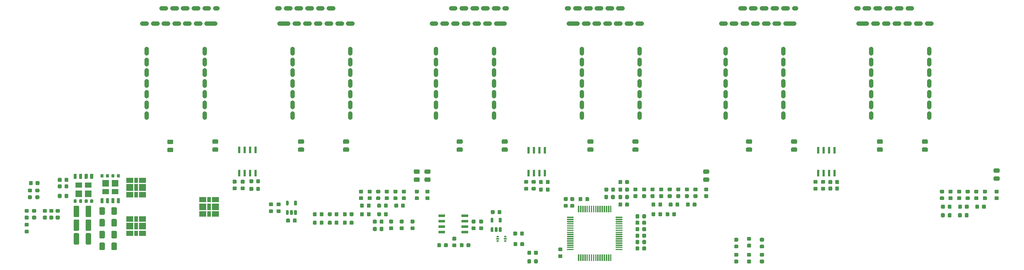
<source format=gbr>
G04 #@! TF.GenerationSoftware,KiCad,Pcbnew,(5.1.0)-1*
G04 #@! TF.CreationDate,2019-07-15T22:00:38+02:00*
G04 #@! TF.ProjectId,besc g2,62657363-2067-4322-9e6b-696361645f70,Init*
G04 #@! TF.SameCoordinates,Original*
G04 #@! TF.FileFunction,Paste,Top*
G04 #@! TF.FilePolarity,Positive*
%FSLAX46Y46*%
G04 Gerber Fmt 4.6, Leading zero omitted, Abs format (unit mm)*
G04 Created by KiCad (PCBNEW (5.1.0)-1) date 2019-07-15 22:00:38*
%MOMM*%
%LPD*%
G04 APERTURE LIST*
%ADD10C,1.000000*%
%ADD11C,0.100000*%
%ADD12C,1.250000*%
%ADD13C,0.875000*%
%ADD14R,0.500000X0.375000*%
%ADD15R,0.650000X0.300000*%
%ADD16C,0.650000*%
%ADD17C,0.975000*%
%ADD18R,1.550000X1.200000*%
%ADD19R,1.550000X1.600000*%
%ADD20C,0.700000*%
%ADD21R,0.600000X1.550000*%
%ADD22C,0.300000*%
%ADD23C,0.600000*%
G04 APERTURE END LIST*
D10*
X196300000Y-77400000D02*
X196300000Y-76400000D01*
X196300000Y-79900000D02*
X196300000Y-78900000D01*
X196300000Y-82400000D02*
X196300000Y-81400000D01*
X196300000Y-84900000D02*
X196300000Y-83900000D01*
X209800000Y-79900000D02*
X209800000Y-78900000D01*
X209800000Y-77400000D02*
X209800000Y-76400000D01*
X230300000Y-87400000D02*
X230300000Y-86400000D01*
X230300000Y-89900000D02*
X230300000Y-88900000D01*
X209800000Y-82400000D02*
X209800000Y-81400000D01*
X243800000Y-92400000D02*
X243800000Y-91400000D01*
X243800000Y-84900000D02*
X243800000Y-83900000D01*
X243800000Y-82400000D02*
X243800000Y-81400000D01*
X243800000Y-79900000D02*
X243800000Y-78900000D01*
X243800000Y-77400000D02*
X243800000Y-76400000D01*
X230300000Y-79900000D02*
X230300000Y-78900000D01*
X230300000Y-77400000D02*
X230300000Y-76400000D01*
X243800000Y-87400000D02*
X243800000Y-86400000D01*
X243800000Y-89900000D02*
X243800000Y-88900000D01*
X230300000Y-82400000D02*
X230300000Y-81400000D01*
X209800000Y-84900000D02*
X209800000Y-83900000D01*
X209800000Y-92400000D02*
X209800000Y-91400000D01*
X209800000Y-89900000D02*
X209800000Y-88900000D01*
X209800000Y-87400000D02*
X209800000Y-86400000D01*
X196300000Y-92400000D02*
X196300000Y-91400000D01*
X196300000Y-89900000D02*
X196300000Y-88900000D01*
X230300000Y-84900000D02*
X230300000Y-83900000D01*
X230300000Y-92400000D02*
X230300000Y-91400000D01*
X196300000Y-87400000D02*
X196300000Y-86400000D01*
X227300000Y-66900000D02*
X226800000Y-66900000D01*
X239800000Y-66900000D02*
X238800000Y-66900000D01*
X241800000Y-70400000D02*
X240800000Y-70400000D01*
X239300000Y-70400000D02*
X238300000Y-70400000D01*
X236800000Y-70400000D02*
X235800000Y-70400000D01*
X231800000Y-70400000D02*
X230800000Y-70400000D01*
X229300000Y-70400000D02*
X227300000Y-70400000D01*
X237300000Y-66900000D02*
X236300000Y-66900000D01*
X234800000Y-66900000D02*
X233800000Y-66900000D01*
X232300000Y-66900000D02*
X231300000Y-66900000D01*
X229800000Y-66900000D02*
X228800000Y-66900000D01*
X244300000Y-70400000D02*
X243300000Y-70400000D01*
X234300000Y-70400000D02*
X233300000Y-70400000D01*
X212300000Y-66900000D02*
X212800000Y-66900000D01*
X199800000Y-66900000D02*
X200800000Y-66900000D01*
X197800000Y-70400000D02*
X198800000Y-70400000D01*
X200300000Y-70400000D02*
X201300000Y-70400000D01*
X202800000Y-70400000D02*
X203800000Y-70400000D01*
X207800000Y-70400000D02*
X208800000Y-70400000D01*
X210300000Y-70400000D02*
X212300000Y-70400000D01*
X202300000Y-66900000D02*
X203300000Y-66900000D01*
X204800000Y-66900000D02*
X205800000Y-66900000D01*
X207300000Y-66900000D02*
X208300000Y-66900000D01*
X209800000Y-66900000D02*
X210800000Y-66900000D01*
X195300000Y-70400000D02*
X196300000Y-70400000D01*
X205300000Y-70400000D02*
X206300000Y-70400000D01*
X128800000Y-77400000D02*
X128800000Y-76400000D01*
X128800000Y-79900000D02*
X128800000Y-78900000D01*
X128800000Y-82400000D02*
X128800000Y-81400000D01*
X128800000Y-84900000D02*
X128800000Y-83900000D01*
X142300000Y-79900000D02*
X142300000Y-78900000D01*
X142300000Y-77400000D02*
X142300000Y-76400000D01*
X162800000Y-87400000D02*
X162800000Y-86400000D01*
X162800000Y-89900000D02*
X162800000Y-88900000D01*
X142300000Y-82400000D02*
X142300000Y-81400000D01*
X176300000Y-92400000D02*
X176300000Y-91400000D01*
X176300000Y-84900000D02*
X176300000Y-83900000D01*
X176300000Y-82400000D02*
X176300000Y-81400000D01*
X176300000Y-79900000D02*
X176300000Y-78900000D01*
X176300000Y-77400000D02*
X176300000Y-76400000D01*
X162800000Y-79900000D02*
X162800000Y-78900000D01*
X162800000Y-77400000D02*
X162800000Y-76400000D01*
X176300000Y-87400000D02*
X176300000Y-86400000D01*
X176300000Y-89900000D02*
X176300000Y-88900000D01*
X162800000Y-82400000D02*
X162800000Y-81400000D01*
X142300000Y-84900000D02*
X142300000Y-83900000D01*
X142300000Y-92400000D02*
X142300000Y-91400000D01*
X142300000Y-89900000D02*
X142300000Y-88900000D01*
X142300000Y-87400000D02*
X142300000Y-86400000D01*
X128800000Y-92400000D02*
X128800000Y-91400000D01*
X128800000Y-89900000D02*
X128800000Y-88900000D01*
X162800000Y-84900000D02*
X162800000Y-83900000D01*
X162800000Y-92400000D02*
X162800000Y-91400000D01*
X128800000Y-87400000D02*
X128800000Y-86400000D01*
X159800000Y-66900000D02*
X159300000Y-66900000D01*
X172300000Y-66900000D02*
X171300000Y-66900000D01*
X174300000Y-70400000D02*
X173300000Y-70400000D01*
X171800000Y-70400000D02*
X170800000Y-70400000D01*
X169300000Y-70400000D02*
X168300000Y-70400000D01*
X164300000Y-70400000D02*
X163300000Y-70400000D01*
X161800000Y-70400000D02*
X159800000Y-70400000D01*
X169800000Y-66900000D02*
X168800000Y-66900000D01*
X167300000Y-66900000D02*
X166300000Y-66900000D01*
X164800000Y-66900000D02*
X163800000Y-66900000D01*
X162300000Y-66900000D02*
X161300000Y-66900000D01*
X176800000Y-70400000D02*
X175800000Y-70400000D01*
X166800000Y-70400000D02*
X165800000Y-70400000D01*
X144800000Y-66900000D02*
X145300000Y-66900000D01*
X132300000Y-66900000D02*
X133300000Y-66900000D01*
X130300000Y-70400000D02*
X131300000Y-70400000D01*
X132800000Y-70400000D02*
X133800000Y-70400000D01*
X135300000Y-70400000D02*
X136300000Y-70400000D01*
X140300000Y-70400000D02*
X141300000Y-70400000D01*
X142800000Y-70400000D02*
X144800000Y-70400000D01*
X134800000Y-66900000D02*
X135800000Y-66900000D01*
X137300000Y-66900000D02*
X138300000Y-66900000D01*
X139800000Y-66900000D02*
X140800000Y-66900000D01*
X142300000Y-66900000D02*
X143300000Y-66900000D01*
X127800000Y-70400000D02*
X128800000Y-70400000D01*
X137800000Y-70400000D02*
X138800000Y-70400000D01*
X108800000Y-77400000D02*
X108800000Y-76400000D01*
X108800000Y-79900000D02*
X108800000Y-78900000D01*
X108800000Y-82400000D02*
X108800000Y-81400000D01*
X108800000Y-84900000D02*
X108800000Y-83900000D01*
X108800000Y-92400000D02*
X108800000Y-91400000D01*
X108800000Y-89900000D02*
X108800000Y-88900000D01*
X108800000Y-87400000D02*
X108800000Y-86400000D01*
X95300000Y-77400000D02*
X95300000Y-76400000D01*
X95300000Y-79900000D02*
X95300000Y-78900000D01*
X95300000Y-82400000D02*
X95300000Y-81400000D01*
X95300000Y-84900000D02*
X95300000Y-83900000D01*
X95300000Y-92400000D02*
X95300000Y-91400000D01*
X95300000Y-89900000D02*
X95300000Y-88900000D01*
X95300000Y-87400000D02*
X95300000Y-86400000D01*
X74800000Y-77400000D02*
X74800000Y-76400000D01*
X74800000Y-79900000D02*
X74800000Y-78900000D01*
X74800000Y-82400000D02*
X74800000Y-81400000D01*
X74800000Y-84900000D02*
X74800000Y-83900000D01*
X74800000Y-92400000D02*
X74800000Y-91400000D01*
X74800000Y-89900000D02*
X74800000Y-88900000D01*
X74800000Y-87400000D02*
X74800000Y-86400000D01*
X61300000Y-92400000D02*
X61300000Y-91400000D01*
X61300000Y-89900000D02*
X61300000Y-88900000D01*
X61300000Y-87400000D02*
X61300000Y-86400000D01*
X61300000Y-84900000D02*
X61300000Y-83900000D01*
X61300000Y-82400000D02*
X61300000Y-81400000D01*
X61300000Y-79900000D02*
X61300000Y-78900000D01*
X61300000Y-77400000D02*
X61300000Y-76400000D01*
X92300000Y-66900000D02*
X91800000Y-66900000D01*
X104800000Y-66900000D02*
X103800000Y-66900000D01*
X106800000Y-70400000D02*
X105800000Y-70400000D01*
X104300000Y-70400000D02*
X103300000Y-70400000D01*
X101800000Y-70400000D02*
X100800000Y-70400000D01*
X96800000Y-70400000D02*
X95800000Y-70400000D01*
X94300000Y-70400000D02*
X92300000Y-70400000D01*
X102300000Y-66900000D02*
X101300000Y-66900000D01*
X99800000Y-66900000D02*
X98800000Y-66900000D01*
X97300000Y-66900000D02*
X96300000Y-66900000D01*
X94800000Y-66900000D02*
X93800000Y-66900000D01*
X109300000Y-70400000D02*
X108300000Y-70400000D01*
X99300000Y-70400000D02*
X98300000Y-70400000D01*
X77300000Y-66900000D02*
X77800000Y-66900000D01*
X74800000Y-66900000D02*
X75800000Y-66900000D01*
X72300000Y-66900000D02*
X73300000Y-66900000D01*
X69800000Y-66900000D02*
X70800000Y-66900000D01*
X67300000Y-66900000D02*
X68300000Y-66900000D01*
X64800000Y-66900000D02*
X65800000Y-66900000D01*
X75300000Y-70400000D02*
X77300000Y-70400000D01*
X72800000Y-70400000D02*
X73800000Y-70400000D01*
X70300000Y-70400000D02*
X71300000Y-70400000D01*
X67800000Y-70400000D02*
X68800000Y-70400000D01*
X65300000Y-70400000D02*
X66300000Y-70400000D01*
X62800000Y-70400000D02*
X63800000Y-70400000D01*
X60300000Y-70400000D02*
X61300000Y-70400000D01*
D11*
G36*
X78050000Y-110900000D02*
G01*
X78050000Y-112050000D01*
X76550000Y-112050000D01*
X76550000Y-110900000D01*
X78050000Y-110900000D01*
G37*
X78050000Y-110900000D02*
X78050000Y-112050000D01*
X76550000Y-112050000D01*
X76550000Y-110900000D01*
X78050000Y-110900000D01*
G36*
X78050000Y-112400000D02*
G01*
X78050000Y-113900000D01*
X76550000Y-113900000D01*
X76550000Y-112400000D01*
X78050000Y-112400000D01*
G37*
X78050000Y-112400000D02*
X78050000Y-113900000D01*
X76550000Y-113900000D01*
X76550000Y-112400000D01*
X78050000Y-112400000D01*
G36*
X78050000Y-114250000D02*
G01*
X78050000Y-115400000D01*
X76550000Y-115400000D01*
X76550000Y-114250000D01*
X78050000Y-114250000D01*
G37*
X78050000Y-114250000D02*
X78050000Y-115400000D01*
X76550000Y-115400000D01*
X76550000Y-114250000D01*
X78050000Y-114250000D01*
G36*
X75050000Y-114250000D02*
G01*
X75050000Y-115400000D01*
X73550000Y-115400000D01*
X73550000Y-114250000D01*
X75050000Y-114250000D01*
G37*
X75050000Y-114250000D02*
X75050000Y-115400000D01*
X73550000Y-115400000D01*
X73550000Y-114250000D01*
X75050000Y-114250000D01*
G36*
X75050000Y-112400000D02*
G01*
X75050000Y-113900000D01*
X73550000Y-113900000D01*
X73550000Y-112400000D01*
X75050000Y-112400000D01*
G37*
X75050000Y-112400000D02*
X75050000Y-113900000D01*
X73550000Y-113900000D01*
X73550000Y-112400000D01*
X75050000Y-112400000D01*
G36*
X75050000Y-110900000D02*
G01*
X75050000Y-112050000D01*
X73550000Y-112050000D01*
X73550000Y-110900000D01*
X75050000Y-110900000D01*
G37*
X75050000Y-110900000D02*
X75050000Y-112050000D01*
X73550000Y-112050000D01*
X73550000Y-110900000D01*
X75050000Y-110900000D01*
G36*
X76200000Y-114250000D02*
G01*
X76200000Y-115400000D01*
X75400000Y-115400000D01*
X75400000Y-114250000D01*
X76200000Y-114250000D01*
G37*
X76200000Y-114250000D02*
X76200000Y-115400000D01*
X75400000Y-115400000D01*
X75400000Y-114250000D01*
X76200000Y-114250000D01*
G36*
X76200000Y-112400000D02*
G01*
X76200000Y-113900000D01*
X75400000Y-113900000D01*
X75400000Y-112400000D01*
X76200000Y-112400000D01*
G37*
X76200000Y-112400000D02*
X76200000Y-113900000D01*
X75400000Y-113900000D01*
X75400000Y-112400000D01*
X76200000Y-112400000D01*
G36*
X76200000Y-110900000D02*
G01*
X76200000Y-112050000D01*
X75400000Y-112050000D01*
X75400000Y-110900000D01*
X76200000Y-110900000D01*
G37*
X76200000Y-110900000D02*
X76200000Y-112050000D01*
X75400000Y-112050000D01*
X75400000Y-110900000D01*
X76200000Y-110900000D01*
G36*
X61050000Y-115400000D02*
G01*
X61050000Y-116550000D01*
X59550000Y-116550000D01*
X59550000Y-115400000D01*
X61050000Y-115400000D01*
G37*
X61050000Y-115400000D02*
X61050000Y-116550000D01*
X59550000Y-116550000D01*
X59550000Y-115400000D01*
X61050000Y-115400000D01*
G36*
X61050000Y-116900000D02*
G01*
X61050000Y-118400000D01*
X59550000Y-118400000D01*
X59550000Y-116900000D01*
X61050000Y-116900000D01*
G37*
X61050000Y-116900000D02*
X61050000Y-118400000D01*
X59550000Y-118400000D01*
X59550000Y-116900000D01*
X61050000Y-116900000D01*
G36*
X61050000Y-118750000D02*
G01*
X61050000Y-119900000D01*
X59550000Y-119900000D01*
X59550000Y-118750000D01*
X61050000Y-118750000D01*
G37*
X61050000Y-118750000D02*
X61050000Y-119900000D01*
X59550000Y-119900000D01*
X59550000Y-118750000D01*
X61050000Y-118750000D01*
G36*
X58050000Y-118750000D02*
G01*
X58050000Y-119900000D01*
X56550000Y-119900000D01*
X56550000Y-118750000D01*
X58050000Y-118750000D01*
G37*
X58050000Y-118750000D02*
X58050000Y-119900000D01*
X56550000Y-119900000D01*
X56550000Y-118750000D01*
X58050000Y-118750000D01*
G36*
X58050000Y-116900000D02*
G01*
X58050000Y-118400000D01*
X56550000Y-118400000D01*
X56550000Y-116900000D01*
X58050000Y-116900000D01*
G37*
X58050000Y-116900000D02*
X58050000Y-118400000D01*
X56550000Y-118400000D01*
X56550000Y-116900000D01*
X58050000Y-116900000D01*
G36*
X58050000Y-115400000D02*
G01*
X58050000Y-116550000D01*
X56550000Y-116550000D01*
X56550000Y-115400000D01*
X58050000Y-115400000D01*
G37*
X58050000Y-115400000D02*
X58050000Y-116550000D01*
X56550000Y-116550000D01*
X56550000Y-115400000D01*
X58050000Y-115400000D01*
G36*
X59200000Y-118750000D02*
G01*
X59200000Y-119900000D01*
X58400000Y-119900000D01*
X58400000Y-118750000D01*
X59200000Y-118750000D01*
G37*
X59200000Y-118750000D02*
X59200000Y-119900000D01*
X58400000Y-119900000D01*
X58400000Y-118750000D01*
X59200000Y-118750000D01*
G36*
X59200000Y-116900000D02*
G01*
X59200000Y-118400000D01*
X58400000Y-118400000D01*
X58400000Y-116900000D01*
X59200000Y-116900000D01*
G37*
X59200000Y-116900000D02*
X59200000Y-118400000D01*
X58400000Y-118400000D01*
X58400000Y-116900000D01*
X59200000Y-116900000D01*
G36*
X59200000Y-115400000D02*
G01*
X59200000Y-116550000D01*
X58400000Y-116550000D01*
X58400000Y-115400000D01*
X59200000Y-115400000D01*
G37*
X59200000Y-115400000D02*
X59200000Y-116550000D01*
X58400000Y-116550000D01*
X58400000Y-115400000D01*
X59200000Y-115400000D01*
G36*
X59200000Y-106400000D02*
G01*
X59200000Y-107550000D01*
X58400000Y-107550000D01*
X58400000Y-106400000D01*
X59200000Y-106400000D01*
G37*
X59200000Y-106400000D02*
X59200000Y-107550000D01*
X58400000Y-107550000D01*
X58400000Y-106400000D01*
X59200000Y-106400000D01*
G36*
X59200000Y-107900000D02*
G01*
X59200000Y-109400000D01*
X58400000Y-109400000D01*
X58400000Y-107900000D01*
X59200000Y-107900000D01*
G37*
X59200000Y-107900000D02*
X59200000Y-109400000D01*
X58400000Y-109400000D01*
X58400000Y-107900000D01*
X59200000Y-107900000D01*
G36*
X59200000Y-109750000D02*
G01*
X59200000Y-110900000D01*
X58400000Y-110900000D01*
X58400000Y-109750000D01*
X59200000Y-109750000D01*
G37*
X59200000Y-109750000D02*
X59200000Y-110900000D01*
X58400000Y-110900000D01*
X58400000Y-109750000D01*
X59200000Y-109750000D01*
G36*
X58050000Y-106400000D02*
G01*
X58050000Y-107550000D01*
X56550000Y-107550000D01*
X56550000Y-106400000D01*
X58050000Y-106400000D01*
G37*
X58050000Y-106400000D02*
X58050000Y-107550000D01*
X56550000Y-107550000D01*
X56550000Y-106400000D01*
X58050000Y-106400000D01*
G36*
X58050000Y-107900000D02*
G01*
X58050000Y-109400000D01*
X56550000Y-109400000D01*
X56550000Y-107900000D01*
X58050000Y-107900000D01*
G37*
X58050000Y-107900000D02*
X58050000Y-109400000D01*
X56550000Y-109400000D01*
X56550000Y-107900000D01*
X58050000Y-107900000D01*
G36*
X58050000Y-109750000D02*
G01*
X58050000Y-110900000D01*
X56550000Y-110900000D01*
X56550000Y-109750000D01*
X58050000Y-109750000D01*
G37*
X58050000Y-109750000D02*
X58050000Y-110900000D01*
X56550000Y-110900000D01*
X56550000Y-109750000D01*
X58050000Y-109750000D01*
G36*
X61050000Y-109750000D02*
G01*
X61050000Y-110900000D01*
X59550000Y-110900000D01*
X59550000Y-109750000D01*
X61050000Y-109750000D01*
G37*
X61050000Y-109750000D02*
X61050000Y-110900000D01*
X59550000Y-110900000D01*
X59550000Y-109750000D01*
X61050000Y-109750000D01*
G36*
X61050000Y-107900000D02*
G01*
X61050000Y-109400000D01*
X59550000Y-109400000D01*
X59550000Y-107900000D01*
X61050000Y-107900000D01*
G37*
X61050000Y-107900000D02*
X61050000Y-109400000D01*
X59550000Y-109400000D01*
X59550000Y-107900000D01*
X61050000Y-107900000D01*
G36*
X61050000Y-106400000D02*
G01*
X61050000Y-107550000D01*
X59550000Y-107550000D01*
X59550000Y-106400000D01*
X61050000Y-106400000D01*
G37*
X61050000Y-106400000D02*
X61050000Y-107550000D01*
X59550000Y-107550000D01*
X59550000Y-106400000D01*
X61050000Y-106400000D01*
G36*
X48099504Y-119326204D02*
G01*
X48123773Y-119329804D01*
X48147571Y-119335765D01*
X48170671Y-119344030D01*
X48192849Y-119354520D01*
X48213893Y-119367133D01*
X48233598Y-119381747D01*
X48251777Y-119398223D01*
X48268253Y-119416402D01*
X48282867Y-119436107D01*
X48295480Y-119457151D01*
X48305970Y-119479329D01*
X48314235Y-119502429D01*
X48320196Y-119526227D01*
X48323796Y-119550496D01*
X48325000Y-119575000D01*
X48325000Y-121725000D01*
X48323796Y-121749504D01*
X48320196Y-121773773D01*
X48314235Y-121797571D01*
X48305970Y-121820671D01*
X48295480Y-121842849D01*
X48282867Y-121863893D01*
X48268253Y-121883598D01*
X48251777Y-121901777D01*
X48233598Y-121918253D01*
X48213893Y-121932867D01*
X48192849Y-121945480D01*
X48170671Y-121955970D01*
X48147571Y-121964235D01*
X48123773Y-121970196D01*
X48099504Y-121973796D01*
X48075000Y-121975000D01*
X47325000Y-121975000D01*
X47300496Y-121973796D01*
X47276227Y-121970196D01*
X47252429Y-121964235D01*
X47229329Y-121955970D01*
X47207151Y-121945480D01*
X47186107Y-121932867D01*
X47166402Y-121918253D01*
X47148223Y-121901777D01*
X47131747Y-121883598D01*
X47117133Y-121863893D01*
X47104520Y-121842849D01*
X47094030Y-121820671D01*
X47085765Y-121797571D01*
X47079804Y-121773773D01*
X47076204Y-121749504D01*
X47075000Y-121725000D01*
X47075000Y-119575000D01*
X47076204Y-119550496D01*
X47079804Y-119526227D01*
X47085765Y-119502429D01*
X47094030Y-119479329D01*
X47104520Y-119457151D01*
X47117133Y-119436107D01*
X47131747Y-119416402D01*
X47148223Y-119398223D01*
X47166402Y-119381747D01*
X47186107Y-119367133D01*
X47207151Y-119354520D01*
X47229329Y-119344030D01*
X47252429Y-119335765D01*
X47276227Y-119329804D01*
X47300496Y-119326204D01*
X47325000Y-119325000D01*
X48075000Y-119325000D01*
X48099504Y-119326204D01*
X48099504Y-119326204D01*
G37*
D12*
X47700000Y-120650000D03*
D11*
G36*
X45299504Y-119326204D02*
G01*
X45323773Y-119329804D01*
X45347571Y-119335765D01*
X45370671Y-119344030D01*
X45392849Y-119354520D01*
X45413893Y-119367133D01*
X45433598Y-119381747D01*
X45451777Y-119398223D01*
X45468253Y-119416402D01*
X45482867Y-119436107D01*
X45495480Y-119457151D01*
X45505970Y-119479329D01*
X45514235Y-119502429D01*
X45520196Y-119526227D01*
X45523796Y-119550496D01*
X45525000Y-119575000D01*
X45525000Y-121725000D01*
X45523796Y-121749504D01*
X45520196Y-121773773D01*
X45514235Y-121797571D01*
X45505970Y-121820671D01*
X45495480Y-121842849D01*
X45482867Y-121863893D01*
X45468253Y-121883598D01*
X45451777Y-121901777D01*
X45433598Y-121918253D01*
X45413893Y-121932867D01*
X45392849Y-121945480D01*
X45370671Y-121955970D01*
X45347571Y-121964235D01*
X45323773Y-121970196D01*
X45299504Y-121973796D01*
X45275000Y-121975000D01*
X44525000Y-121975000D01*
X44500496Y-121973796D01*
X44476227Y-121970196D01*
X44452429Y-121964235D01*
X44429329Y-121955970D01*
X44407151Y-121945480D01*
X44386107Y-121932867D01*
X44366402Y-121918253D01*
X44348223Y-121901777D01*
X44331747Y-121883598D01*
X44317133Y-121863893D01*
X44304520Y-121842849D01*
X44294030Y-121820671D01*
X44285765Y-121797571D01*
X44279804Y-121773773D01*
X44276204Y-121749504D01*
X44275000Y-121725000D01*
X44275000Y-119575000D01*
X44276204Y-119550496D01*
X44279804Y-119526227D01*
X44285765Y-119502429D01*
X44294030Y-119479329D01*
X44304520Y-119457151D01*
X44317133Y-119436107D01*
X44331747Y-119416402D01*
X44348223Y-119398223D01*
X44366402Y-119381747D01*
X44386107Y-119367133D01*
X44407151Y-119354520D01*
X44429329Y-119344030D01*
X44452429Y-119335765D01*
X44476227Y-119329804D01*
X44500496Y-119326204D01*
X44525000Y-119325000D01*
X45275000Y-119325000D01*
X45299504Y-119326204D01*
X45299504Y-119326204D01*
G37*
D12*
X44900000Y-120650000D03*
D11*
G36*
X48099504Y-112926204D02*
G01*
X48123773Y-112929804D01*
X48147571Y-112935765D01*
X48170671Y-112944030D01*
X48192849Y-112954520D01*
X48213893Y-112967133D01*
X48233598Y-112981747D01*
X48251777Y-112998223D01*
X48268253Y-113016402D01*
X48282867Y-113036107D01*
X48295480Y-113057151D01*
X48305970Y-113079329D01*
X48314235Y-113102429D01*
X48320196Y-113126227D01*
X48323796Y-113150496D01*
X48325000Y-113175000D01*
X48325000Y-115325000D01*
X48323796Y-115349504D01*
X48320196Y-115373773D01*
X48314235Y-115397571D01*
X48305970Y-115420671D01*
X48295480Y-115442849D01*
X48282867Y-115463893D01*
X48268253Y-115483598D01*
X48251777Y-115501777D01*
X48233598Y-115518253D01*
X48213893Y-115532867D01*
X48192849Y-115545480D01*
X48170671Y-115555970D01*
X48147571Y-115564235D01*
X48123773Y-115570196D01*
X48099504Y-115573796D01*
X48075000Y-115575000D01*
X47325000Y-115575000D01*
X47300496Y-115573796D01*
X47276227Y-115570196D01*
X47252429Y-115564235D01*
X47229329Y-115555970D01*
X47207151Y-115545480D01*
X47186107Y-115532867D01*
X47166402Y-115518253D01*
X47148223Y-115501777D01*
X47131747Y-115483598D01*
X47117133Y-115463893D01*
X47104520Y-115442849D01*
X47094030Y-115420671D01*
X47085765Y-115397571D01*
X47079804Y-115373773D01*
X47076204Y-115349504D01*
X47075000Y-115325000D01*
X47075000Y-113175000D01*
X47076204Y-113150496D01*
X47079804Y-113126227D01*
X47085765Y-113102429D01*
X47094030Y-113079329D01*
X47104520Y-113057151D01*
X47117133Y-113036107D01*
X47131747Y-113016402D01*
X47148223Y-112998223D01*
X47166402Y-112981747D01*
X47186107Y-112967133D01*
X47207151Y-112954520D01*
X47229329Y-112944030D01*
X47252429Y-112935765D01*
X47276227Y-112929804D01*
X47300496Y-112926204D01*
X47325000Y-112925000D01*
X48075000Y-112925000D01*
X48099504Y-112926204D01*
X48099504Y-112926204D01*
G37*
D12*
X47700000Y-114250000D03*
D11*
G36*
X45299504Y-112926204D02*
G01*
X45323773Y-112929804D01*
X45347571Y-112935765D01*
X45370671Y-112944030D01*
X45392849Y-112954520D01*
X45413893Y-112967133D01*
X45433598Y-112981747D01*
X45451777Y-112998223D01*
X45468253Y-113016402D01*
X45482867Y-113036107D01*
X45495480Y-113057151D01*
X45505970Y-113079329D01*
X45514235Y-113102429D01*
X45520196Y-113126227D01*
X45523796Y-113150496D01*
X45525000Y-113175000D01*
X45525000Y-115325000D01*
X45523796Y-115349504D01*
X45520196Y-115373773D01*
X45514235Y-115397571D01*
X45505970Y-115420671D01*
X45495480Y-115442849D01*
X45482867Y-115463893D01*
X45468253Y-115483598D01*
X45451777Y-115501777D01*
X45433598Y-115518253D01*
X45413893Y-115532867D01*
X45392849Y-115545480D01*
X45370671Y-115555970D01*
X45347571Y-115564235D01*
X45323773Y-115570196D01*
X45299504Y-115573796D01*
X45275000Y-115575000D01*
X44525000Y-115575000D01*
X44500496Y-115573796D01*
X44476227Y-115570196D01*
X44452429Y-115564235D01*
X44429329Y-115555970D01*
X44407151Y-115545480D01*
X44386107Y-115532867D01*
X44366402Y-115518253D01*
X44348223Y-115501777D01*
X44331747Y-115483598D01*
X44317133Y-115463893D01*
X44304520Y-115442849D01*
X44294030Y-115420671D01*
X44285765Y-115397571D01*
X44279804Y-115373773D01*
X44276204Y-115349504D01*
X44275000Y-115325000D01*
X44275000Y-113175000D01*
X44276204Y-113150496D01*
X44279804Y-113126227D01*
X44285765Y-113102429D01*
X44294030Y-113079329D01*
X44304520Y-113057151D01*
X44317133Y-113036107D01*
X44331747Y-113016402D01*
X44348223Y-112998223D01*
X44366402Y-112981747D01*
X44386107Y-112967133D01*
X44407151Y-112954520D01*
X44429329Y-112944030D01*
X44452429Y-112935765D01*
X44476227Y-112929804D01*
X44500496Y-112926204D01*
X44525000Y-112925000D01*
X45275000Y-112925000D01*
X45299504Y-112926204D01*
X45299504Y-112926204D01*
G37*
D12*
X44900000Y-114250000D03*
D11*
G36*
X48099504Y-116126204D02*
G01*
X48123773Y-116129804D01*
X48147571Y-116135765D01*
X48170671Y-116144030D01*
X48192849Y-116154520D01*
X48213893Y-116167133D01*
X48233598Y-116181747D01*
X48251777Y-116198223D01*
X48268253Y-116216402D01*
X48282867Y-116236107D01*
X48295480Y-116257151D01*
X48305970Y-116279329D01*
X48314235Y-116302429D01*
X48320196Y-116326227D01*
X48323796Y-116350496D01*
X48325000Y-116375000D01*
X48325000Y-118525000D01*
X48323796Y-118549504D01*
X48320196Y-118573773D01*
X48314235Y-118597571D01*
X48305970Y-118620671D01*
X48295480Y-118642849D01*
X48282867Y-118663893D01*
X48268253Y-118683598D01*
X48251777Y-118701777D01*
X48233598Y-118718253D01*
X48213893Y-118732867D01*
X48192849Y-118745480D01*
X48170671Y-118755970D01*
X48147571Y-118764235D01*
X48123773Y-118770196D01*
X48099504Y-118773796D01*
X48075000Y-118775000D01*
X47325000Y-118775000D01*
X47300496Y-118773796D01*
X47276227Y-118770196D01*
X47252429Y-118764235D01*
X47229329Y-118755970D01*
X47207151Y-118745480D01*
X47186107Y-118732867D01*
X47166402Y-118718253D01*
X47148223Y-118701777D01*
X47131747Y-118683598D01*
X47117133Y-118663893D01*
X47104520Y-118642849D01*
X47094030Y-118620671D01*
X47085765Y-118597571D01*
X47079804Y-118573773D01*
X47076204Y-118549504D01*
X47075000Y-118525000D01*
X47075000Y-116375000D01*
X47076204Y-116350496D01*
X47079804Y-116326227D01*
X47085765Y-116302429D01*
X47094030Y-116279329D01*
X47104520Y-116257151D01*
X47117133Y-116236107D01*
X47131747Y-116216402D01*
X47148223Y-116198223D01*
X47166402Y-116181747D01*
X47186107Y-116167133D01*
X47207151Y-116154520D01*
X47229329Y-116144030D01*
X47252429Y-116135765D01*
X47276227Y-116129804D01*
X47300496Y-116126204D01*
X47325000Y-116125000D01*
X48075000Y-116125000D01*
X48099504Y-116126204D01*
X48099504Y-116126204D01*
G37*
D12*
X47700000Y-117450000D03*
D11*
G36*
X45299504Y-116126204D02*
G01*
X45323773Y-116129804D01*
X45347571Y-116135765D01*
X45370671Y-116144030D01*
X45392849Y-116154520D01*
X45413893Y-116167133D01*
X45433598Y-116181747D01*
X45451777Y-116198223D01*
X45468253Y-116216402D01*
X45482867Y-116236107D01*
X45495480Y-116257151D01*
X45505970Y-116279329D01*
X45514235Y-116302429D01*
X45520196Y-116326227D01*
X45523796Y-116350496D01*
X45525000Y-116375000D01*
X45525000Y-118525000D01*
X45523796Y-118549504D01*
X45520196Y-118573773D01*
X45514235Y-118597571D01*
X45505970Y-118620671D01*
X45495480Y-118642849D01*
X45482867Y-118663893D01*
X45468253Y-118683598D01*
X45451777Y-118701777D01*
X45433598Y-118718253D01*
X45413893Y-118732867D01*
X45392849Y-118745480D01*
X45370671Y-118755970D01*
X45347571Y-118764235D01*
X45323773Y-118770196D01*
X45299504Y-118773796D01*
X45275000Y-118775000D01*
X44525000Y-118775000D01*
X44500496Y-118773796D01*
X44476227Y-118770196D01*
X44452429Y-118764235D01*
X44429329Y-118755970D01*
X44407151Y-118745480D01*
X44386107Y-118732867D01*
X44366402Y-118718253D01*
X44348223Y-118701777D01*
X44331747Y-118683598D01*
X44317133Y-118663893D01*
X44304520Y-118642849D01*
X44294030Y-118620671D01*
X44285765Y-118597571D01*
X44279804Y-118573773D01*
X44276204Y-118549504D01*
X44275000Y-118525000D01*
X44275000Y-116375000D01*
X44276204Y-116350496D01*
X44279804Y-116326227D01*
X44285765Y-116302429D01*
X44294030Y-116279329D01*
X44304520Y-116257151D01*
X44317133Y-116236107D01*
X44331747Y-116216402D01*
X44348223Y-116198223D01*
X44366402Y-116181747D01*
X44386107Y-116167133D01*
X44407151Y-116154520D01*
X44429329Y-116144030D01*
X44452429Y-116135765D01*
X44476227Y-116129804D01*
X44500496Y-116126204D01*
X44525000Y-116125000D01*
X45275000Y-116125000D01*
X45299504Y-116126204D01*
X45299504Y-116126204D01*
G37*
D12*
X44900000Y-117450000D03*
D11*
G36*
X42827691Y-107926053D02*
G01*
X42848926Y-107929203D01*
X42869750Y-107934419D01*
X42889962Y-107941651D01*
X42909368Y-107950830D01*
X42927781Y-107961866D01*
X42945024Y-107974654D01*
X42960930Y-107989070D01*
X42975346Y-108004976D01*
X42988134Y-108022219D01*
X42999170Y-108040632D01*
X43008349Y-108060038D01*
X43015581Y-108080250D01*
X43020797Y-108101074D01*
X43023947Y-108122309D01*
X43025000Y-108143750D01*
X43025000Y-108656250D01*
X43023947Y-108677691D01*
X43020797Y-108698926D01*
X43015581Y-108719750D01*
X43008349Y-108739962D01*
X42999170Y-108759368D01*
X42988134Y-108777781D01*
X42975346Y-108795024D01*
X42960930Y-108810930D01*
X42945024Y-108825346D01*
X42927781Y-108838134D01*
X42909368Y-108849170D01*
X42889962Y-108858349D01*
X42869750Y-108865581D01*
X42848926Y-108870797D01*
X42827691Y-108873947D01*
X42806250Y-108875000D01*
X42368750Y-108875000D01*
X42347309Y-108873947D01*
X42326074Y-108870797D01*
X42305250Y-108865581D01*
X42285038Y-108858349D01*
X42265632Y-108849170D01*
X42247219Y-108838134D01*
X42229976Y-108825346D01*
X42214070Y-108810930D01*
X42199654Y-108795024D01*
X42186866Y-108777781D01*
X42175830Y-108759368D01*
X42166651Y-108739962D01*
X42159419Y-108719750D01*
X42154203Y-108698926D01*
X42151053Y-108677691D01*
X42150000Y-108656250D01*
X42150000Y-108143750D01*
X42151053Y-108122309D01*
X42154203Y-108101074D01*
X42159419Y-108080250D01*
X42166651Y-108060038D01*
X42175830Y-108040632D01*
X42186866Y-108022219D01*
X42199654Y-108004976D01*
X42214070Y-107989070D01*
X42229976Y-107974654D01*
X42247219Y-107961866D01*
X42265632Y-107950830D01*
X42285038Y-107941651D01*
X42305250Y-107934419D01*
X42326074Y-107929203D01*
X42347309Y-107926053D01*
X42368750Y-107925000D01*
X42806250Y-107925000D01*
X42827691Y-107926053D01*
X42827691Y-107926053D01*
G37*
D13*
X42587500Y-108400000D03*
D11*
G36*
X41252691Y-107926053D02*
G01*
X41273926Y-107929203D01*
X41294750Y-107934419D01*
X41314962Y-107941651D01*
X41334368Y-107950830D01*
X41352781Y-107961866D01*
X41370024Y-107974654D01*
X41385930Y-107989070D01*
X41400346Y-108004976D01*
X41413134Y-108022219D01*
X41424170Y-108040632D01*
X41433349Y-108060038D01*
X41440581Y-108080250D01*
X41445797Y-108101074D01*
X41448947Y-108122309D01*
X41450000Y-108143750D01*
X41450000Y-108656250D01*
X41448947Y-108677691D01*
X41445797Y-108698926D01*
X41440581Y-108719750D01*
X41433349Y-108739962D01*
X41424170Y-108759368D01*
X41413134Y-108777781D01*
X41400346Y-108795024D01*
X41385930Y-108810930D01*
X41370024Y-108825346D01*
X41352781Y-108838134D01*
X41334368Y-108849170D01*
X41314962Y-108858349D01*
X41294750Y-108865581D01*
X41273926Y-108870797D01*
X41252691Y-108873947D01*
X41231250Y-108875000D01*
X40793750Y-108875000D01*
X40772309Y-108873947D01*
X40751074Y-108870797D01*
X40730250Y-108865581D01*
X40710038Y-108858349D01*
X40690632Y-108849170D01*
X40672219Y-108838134D01*
X40654976Y-108825346D01*
X40639070Y-108810930D01*
X40624654Y-108795024D01*
X40611866Y-108777781D01*
X40600830Y-108759368D01*
X40591651Y-108739962D01*
X40584419Y-108719750D01*
X40579203Y-108698926D01*
X40576053Y-108677691D01*
X40575000Y-108656250D01*
X40575000Y-108143750D01*
X40576053Y-108122309D01*
X40579203Y-108101074D01*
X40584419Y-108080250D01*
X40591651Y-108060038D01*
X40600830Y-108040632D01*
X40611866Y-108022219D01*
X40624654Y-108004976D01*
X40639070Y-107989070D01*
X40654976Y-107974654D01*
X40672219Y-107961866D01*
X40690632Y-107950830D01*
X40710038Y-107941651D01*
X40730250Y-107934419D01*
X40751074Y-107929203D01*
X40772309Y-107926053D01*
X40793750Y-107925000D01*
X41231250Y-107925000D01*
X41252691Y-107926053D01*
X41252691Y-107926053D01*
G37*
D13*
X41012500Y-108400000D03*
D14*
X143200000Y-121187500D03*
X143200000Y-120112500D03*
D15*
X144975000Y-120650000D03*
X143125000Y-120650000D03*
D14*
X144900000Y-120112500D03*
X144900000Y-121187500D03*
D11*
G36*
X175577691Y-110251053D02*
G01*
X175598926Y-110254203D01*
X175619750Y-110259419D01*
X175639962Y-110266651D01*
X175659368Y-110275830D01*
X175677781Y-110286866D01*
X175695024Y-110299654D01*
X175710930Y-110314070D01*
X175725346Y-110329976D01*
X175738134Y-110347219D01*
X175749170Y-110365632D01*
X175758349Y-110385038D01*
X175765581Y-110405250D01*
X175770797Y-110426074D01*
X175773947Y-110447309D01*
X175775000Y-110468750D01*
X175775000Y-110906250D01*
X175773947Y-110927691D01*
X175770797Y-110948926D01*
X175765581Y-110969750D01*
X175758349Y-110989962D01*
X175749170Y-111009368D01*
X175738134Y-111027781D01*
X175725346Y-111045024D01*
X175710930Y-111060930D01*
X175695024Y-111075346D01*
X175677781Y-111088134D01*
X175659368Y-111099170D01*
X175639962Y-111108349D01*
X175619750Y-111115581D01*
X175598926Y-111120797D01*
X175577691Y-111123947D01*
X175556250Y-111125000D01*
X175043750Y-111125000D01*
X175022309Y-111123947D01*
X175001074Y-111120797D01*
X174980250Y-111115581D01*
X174960038Y-111108349D01*
X174940632Y-111099170D01*
X174922219Y-111088134D01*
X174904976Y-111075346D01*
X174889070Y-111060930D01*
X174874654Y-111045024D01*
X174861866Y-111027781D01*
X174850830Y-111009368D01*
X174841651Y-110989962D01*
X174834419Y-110969750D01*
X174829203Y-110948926D01*
X174826053Y-110927691D01*
X174825000Y-110906250D01*
X174825000Y-110468750D01*
X174826053Y-110447309D01*
X174829203Y-110426074D01*
X174834419Y-110405250D01*
X174841651Y-110385038D01*
X174850830Y-110365632D01*
X174861866Y-110347219D01*
X174874654Y-110329976D01*
X174889070Y-110314070D01*
X174904976Y-110299654D01*
X174922219Y-110286866D01*
X174940632Y-110275830D01*
X174960038Y-110266651D01*
X174980250Y-110259419D01*
X175001074Y-110254203D01*
X175022309Y-110251053D01*
X175043750Y-110250000D01*
X175556250Y-110250000D01*
X175577691Y-110251053D01*
X175577691Y-110251053D01*
G37*
D13*
X175300000Y-110687500D03*
D11*
G36*
X175577691Y-108676053D02*
G01*
X175598926Y-108679203D01*
X175619750Y-108684419D01*
X175639962Y-108691651D01*
X175659368Y-108700830D01*
X175677781Y-108711866D01*
X175695024Y-108724654D01*
X175710930Y-108739070D01*
X175725346Y-108754976D01*
X175738134Y-108772219D01*
X175749170Y-108790632D01*
X175758349Y-108810038D01*
X175765581Y-108830250D01*
X175770797Y-108851074D01*
X175773947Y-108872309D01*
X175775000Y-108893750D01*
X175775000Y-109331250D01*
X175773947Y-109352691D01*
X175770797Y-109373926D01*
X175765581Y-109394750D01*
X175758349Y-109414962D01*
X175749170Y-109434368D01*
X175738134Y-109452781D01*
X175725346Y-109470024D01*
X175710930Y-109485930D01*
X175695024Y-109500346D01*
X175677781Y-109513134D01*
X175659368Y-109524170D01*
X175639962Y-109533349D01*
X175619750Y-109540581D01*
X175598926Y-109545797D01*
X175577691Y-109548947D01*
X175556250Y-109550000D01*
X175043750Y-109550000D01*
X175022309Y-109548947D01*
X175001074Y-109545797D01*
X174980250Y-109540581D01*
X174960038Y-109533349D01*
X174940632Y-109524170D01*
X174922219Y-109513134D01*
X174904976Y-109500346D01*
X174889070Y-109485930D01*
X174874654Y-109470024D01*
X174861866Y-109452781D01*
X174850830Y-109434368D01*
X174841651Y-109414962D01*
X174834419Y-109394750D01*
X174829203Y-109373926D01*
X174826053Y-109352691D01*
X174825000Y-109331250D01*
X174825000Y-108893750D01*
X174826053Y-108872309D01*
X174829203Y-108851074D01*
X174834419Y-108830250D01*
X174841651Y-108810038D01*
X174850830Y-108790632D01*
X174861866Y-108772219D01*
X174874654Y-108754976D01*
X174889070Y-108739070D01*
X174904976Y-108724654D01*
X174922219Y-108711866D01*
X174940632Y-108700830D01*
X174960038Y-108691651D01*
X174980250Y-108684419D01*
X175001074Y-108679203D01*
X175022309Y-108676053D01*
X175043750Y-108675000D01*
X175556250Y-108675000D01*
X175577691Y-108676053D01*
X175577691Y-108676053D01*
G37*
D13*
X175300000Y-109112500D03*
D11*
G36*
X177577691Y-108676053D02*
G01*
X177598926Y-108679203D01*
X177619750Y-108684419D01*
X177639962Y-108691651D01*
X177659368Y-108700830D01*
X177677781Y-108711866D01*
X177695024Y-108724654D01*
X177710930Y-108739070D01*
X177725346Y-108754976D01*
X177738134Y-108772219D01*
X177749170Y-108790632D01*
X177758349Y-108810038D01*
X177765581Y-108830250D01*
X177770797Y-108851074D01*
X177773947Y-108872309D01*
X177775000Y-108893750D01*
X177775000Y-109331250D01*
X177773947Y-109352691D01*
X177770797Y-109373926D01*
X177765581Y-109394750D01*
X177758349Y-109414962D01*
X177749170Y-109434368D01*
X177738134Y-109452781D01*
X177725346Y-109470024D01*
X177710930Y-109485930D01*
X177695024Y-109500346D01*
X177677781Y-109513134D01*
X177659368Y-109524170D01*
X177639962Y-109533349D01*
X177619750Y-109540581D01*
X177598926Y-109545797D01*
X177577691Y-109548947D01*
X177556250Y-109550000D01*
X177043750Y-109550000D01*
X177022309Y-109548947D01*
X177001074Y-109545797D01*
X176980250Y-109540581D01*
X176960038Y-109533349D01*
X176940632Y-109524170D01*
X176922219Y-109513134D01*
X176904976Y-109500346D01*
X176889070Y-109485930D01*
X176874654Y-109470024D01*
X176861866Y-109452781D01*
X176850830Y-109434368D01*
X176841651Y-109414962D01*
X176834419Y-109394750D01*
X176829203Y-109373926D01*
X176826053Y-109352691D01*
X176825000Y-109331250D01*
X176825000Y-108893750D01*
X176826053Y-108872309D01*
X176829203Y-108851074D01*
X176834419Y-108830250D01*
X176841651Y-108810038D01*
X176850830Y-108790632D01*
X176861866Y-108772219D01*
X176874654Y-108754976D01*
X176889070Y-108739070D01*
X176904976Y-108724654D01*
X176922219Y-108711866D01*
X176940632Y-108700830D01*
X176960038Y-108691651D01*
X176980250Y-108684419D01*
X177001074Y-108679203D01*
X177022309Y-108676053D01*
X177043750Y-108675000D01*
X177556250Y-108675000D01*
X177577691Y-108676053D01*
X177577691Y-108676053D01*
G37*
D13*
X177300000Y-109112500D03*
D11*
G36*
X177577691Y-110251053D02*
G01*
X177598926Y-110254203D01*
X177619750Y-110259419D01*
X177639962Y-110266651D01*
X177659368Y-110275830D01*
X177677781Y-110286866D01*
X177695024Y-110299654D01*
X177710930Y-110314070D01*
X177725346Y-110329976D01*
X177738134Y-110347219D01*
X177749170Y-110365632D01*
X177758349Y-110385038D01*
X177765581Y-110405250D01*
X177770797Y-110426074D01*
X177773947Y-110447309D01*
X177775000Y-110468750D01*
X177775000Y-110906250D01*
X177773947Y-110927691D01*
X177770797Y-110948926D01*
X177765581Y-110969750D01*
X177758349Y-110989962D01*
X177749170Y-111009368D01*
X177738134Y-111027781D01*
X177725346Y-111045024D01*
X177710930Y-111060930D01*
X177695024Y-111075346D01*
X177677781Y-111088134D01*
X177659368Y-111099170D01*
X177639962Y-111108349D01*
X177619750Y-111115581D01*
X177598926Y-111120797D01*
X177577691Y-111123947D01*
X177556250Y-111125000D01*
X177043750Y-111125000D01*
X177022309Y-111123947D01*
X177001074Y-111120797D01*
X176980250Y-111115581D01*
X176960038Y-111108349D01*
X176940632Y-111099170D01*
X176922219Y-111088134D01*
X176904976Y-111075346D01*
X176889070Y-111060930D01*
X176874654Y-111045024D01*
X176861866Y-111027781D01*
X176850830Y-111009368D01*
X176841651Y-110989962D01*
X176834419Y-110969750D01*
X176829203Y-110948926D01*
X176826053Y-110927691D01*
X176825000Y-110906250D01*
X176825000Y-110468750D01*
X176826053Y-110447309D01*
X176829203Y-110426074D01*
X176834419Y-110405250D01*
X176841651Y-110385038D01*
X176850830Y-110365632D01*
X176861866Y-110347219D01*
X176874654Y-110329976D01*
X176889070Y-110314070D01*
X176904976Y-110299654D01*
X176922219Y-110286866D01*
X176940632Y-110275830D01*
X176960038Y-110266651D01*
X176980250Y-110259419D01*
X177001074Y-110254203D01*
X177022309Y-110251053D01*
X177043750Y-110250000D01*
X177556250Y-110250000D01*
X177577691Y-110251053D01*
X177577691Y-110251053D01*
G37*
D13*
X177300000Y-110687500D03*
D11*
G36*
X142028428Y-115770782D02*
G01*
X142044202Y-115773122D01*
X142059671Y-115776997D01*
X142074686Y-115782370D01*
X142089102Y-115789188D01*
X142102780Y-115797386D01*
X142115589Y-115806886D01*
X142127405Y-115817595D01*
X142138114Y-115829411D01*
X142147614Y-115842220D01*
X142155812Y-115855898D01*
X142162630Y-115870314D01*
X142168003Y-115885329D01*
X142171878Y-115900798D01*
X142174218Y-115916572D01*
X142175000Y-115932500D01*
X142175000Y-116667500D01*
X142174218Y-116683428D01*
X142171878Y-116699202D01*
X142168003Y-116714671D01*
X142162630Y-116729686D01*
X142155812Y-116744102D01*
X142147614Y-116757780D01*
X142138114Y-116770589D01*
X142127405Y-116782405D01*
X142115589Y-116793114D01*
X142102780Y-116802614D01*
X142089102Y-116810812D01*
X142074686Y-116817630D01*
X142059671Y-116823003D01*
X142044202Y-116826878D01*
X142028428Y-116829218D01*
X142012500Y-116830000D01*
X141687500Y-116830000D01*
X141671572Y-116829218D01*
X141655798Y-116826878D01*
X141640329Y-116823003D01*
X141625314Y-116817630D01*
X141610898Y-116810812D01*
X141597220Y-116802614D01*
X141584411Y-116793114D01*
X141572595Y-116782405D01*
X141561886Y-116770589D01*
X141552386Y-116757780D01*
X141544188Y-116744102D01*
X141537370Y-116729686D01*
X141531997Y-116714671D01*
X141528122Y-116699202D01*
X141525782Y-116683428D01*
X141525000Y-116667500D01*
X141525000Y-115932500D01*
X141525782Y-115916572D01*
X141528122Y-115900798D01*
X141531997Y-115885329D01*
X141537370Y-115870314D01*
X141544188Y-115855898D01*
X141552386Y-115842220D01*
X141561886Y-115829411D01*
X141572595Y-115817595D01*
X141584411Y-115806886D01*
X141597220Y-115797386D01*
X141610898Y-115789188D01*
X141625314Y-115782370D01*
X141640329Y-115776997D01*
X141655798Y-115773122D01*
X141671572Y-115770782D01*
X141687500Y-115770000D01*
X142012500Y-115770000D01*
X142028428Y-115770782D01*
X142028428Y-115770782D01*
G37*
D16*
X141850000Y-116300000D03*
D11*
G36*
X143928428Y-115770782D02*
G01*
X143944202Y-115773122D01*
X143959671Y-115776997D01*
X143974686Y-115782370D01*
X143989102Y-115789188D01*
X144002780Y-115797386D01*
X144015589Y-115806886D01*
X144027405Y-115817595D01*
X144038114Y-115829411D01*
X144047614Y-115842220D01*
X144055812Y-115855898D01*
X144062630Y-115870314D01*
X144068003Y-115885329D01*
X144071878Y-115900798D01*
X144074218Y-115916572D01*
X144075000Y-115932500D01*
X144075000Y-116667500D01*
X144074218Y-116683428D01*
X144071878Y-116699202D01*
X144068003Y-116714671D01*
X144062630Y-116729686D01*
X144055812Y-116744102D01*
X144047614Y-116757780D01*
X144038114Y-116770589D01*
X144027405Y-116782405D01*
X144015589Y-116793114D01*
X144002780Y-116802614D01*
X143989102Y-116810812D01*
X143974686Y-116817630D01*
X143959671Y-116823003D01*
X143944202Y-116826878D01*
X143928428Y-116829218D01*
X143912500Y-116830000D01*
X143587500Y-116830000D01*
X143571572Y-116829218D01*
X143555798Y-116826878D01*
X143540329Y-116823003D01*
X143525314Y-116817630D01*
X143510898Y-116810812D01*
X143497220Y-116802614D01*
X143484411Y-116793114D01*
X143472595Y-116782405D01*
X143461886Y-116770589D01*
X143452386Y-116757780D01*
X143444188Y-116744102D01*
X143437370Y-116729686D01*
X143431997Y-116714671D01*
X143428122Y-116699202D01*
X143425782Y-116683428D01*
X143425000Y-116667500D01*
X143425000Y-115932500D01*
X143425782Y-115916572D01*
X143428122Y-115900798D01*
X143431997Y-115885329D01*
X143437370Y-115870314D01*
X143444188Y-115855898D01*
X143452386Y-115842220D01*
X143461886Y-115829411D01*
X143472595Y-115817595D01*
X143484411Y-115806886D01*
X143497220Y-115797386D01*
X143510898Y-115789188D01*
X143525314Y-115782370D01*
X143540329Y-115776997D01*
X143555798Y-115773122D01*
X143571572Y-115770782D01*
X143587500Y-115770000D01*
X143912500Y-115770000D01*
X143928428Y-115770782D01*
X143928428Y-115770782D01*
G37*
D16*
X143750000Y-116300000D03*
D11*
G36*
X143928428Y-117970782D02*
G01*
X143944202Y-117973122D01*
X143959671Y-117976997D01*
X143974686Y-117982370D01*
X143989102Y-117989188D01*
X144002780Y-117997386D01*
X144015589Y-118006886D01*
X144027405Y-118017595D01*
X144038114Y-118029411D01*
X144047614Y-118042220D01*
X144055812Y-118055898D01*
X144062630Y-118070314D01*
X144068003Y-118085329D01*
X144071878Y-118100798D01*
X144074218Y-118116572D01*
X144075000Y-118132500D01*
X144075000Y-118867500D01*
X144074218Y-118883428D01*
X144071878Y-118899202D01*
X144068003Y-118914671D01*
X144062630Y-118929686D01*
X144055812Y-118944102D01*
X144047614Y-118957780D01*
X144038114Y-118970589D01*
X144027405Y-118982405D01*
X144015589Y-118993114D01*
X144002780Y-119002614D01*
X143989102Y-119010812D01*
X143974686Y-119017630D01*
X143959671Y-119023003D01*
X143944202Y-119026878D01*
X143928428Y-119029218D01*
X143912500Y-119030000D01*
X143587500Y-119030000D01*
X143571572Y-119029218D01*
X143555798Y-119026878D01*
X143540329Y-119023003D01*
X143525314Y-119017630D01*
X143510898Y-119010812D01*
X143497220Y-119002614D01*
X143484411Y-118993114D01*
X143472595Y-118982405D01*
X143461886Y-118970589D01*
X143452386Y-118957780D01*
X143444188Y-118944102D01*
X143437370Y-118929686D01*
X143431997Y-118914671D01*
X143428122Y-118899202D01*
X143425782Y-118883428D01*
X143425000Y-118867500D01*
X143425000Y-118132500D01*
X143425782Y-118116572D01*
X143428122Y-118100798D01*
X143431997Y-118085329D01*
X143437370Y-118070314D01*
X143444188Y-118055898D01*
X143452386Y-118042220D01*
X143461886Y-118029411D01*
X143472595Y-118017595D01*
X143484411Y-118006886D01*
X143497220Y-117997386D01*
X143510898Y-117989188D01*
X143525314Y-117982370D01*
X143540329Y-117976997D01*
X143555798Y-117973122D01*
X143571572Y-117970782D01*
X143587500Y-117970000D01*
X143912500Y-117970000D01*
X143928428Y-117970782D01*
X143928428Y-117970782D01*
G37*
D16*
X143750000Y-118500000D03*
D11*
G36*
X142978428Y-117970782D02*
G01*
X142994202Y-117973122D01*
X143009671Y-117976997D01*
X143024686Y-117982370D01*
X143039102Y-117989188D01*
X143052780Y-117997386D01*
X143065589Y-118006886D01*
X143077405Y-118017595D01*
X143088114Y-118029411D01*
X143097614Y-118042220D01*
X143105812Y-118055898D01*
X143112630Y-118070314D01*
X143118003Y-118085329D01*
X143121878Y-118100798D01*
X143124218Y-118116572D01*
X143125000Y-118132500D01*
X143125000Y-118867500D01*
X143124218Y-118883428D01*
X143121878Y-118899202D01*
X143118003Y-118914671D01*
X143112630Y-118929686D01*
X143105812Y-118944102D01*
X143097614Y-118957780D01*
X143088114Y-118970589D01*
X143077405Y-118982405D01*
X143065589Y-118993114D01*
X143052780Y-119002614D01*
X143039102Y-119010812D01*
X143024686Y-119017630D01*
X143009671Y-119023003D01*
X142994202Y-119026878D01*
X142978428Y-119029218D01*
X142962500Y-119030000D01*
X142637500Y-119030000D01*
X142621572Y-119029218D01*
X142605798Y-119026878D01*
X142590329Y-119023003D01*
X142575314Y-119017630D01*
X142560898Y-119010812D01*
X142547220Y-119002614D01*
X142534411Y-118993114D01*
X142522595Y-118982405D01*
X142511886Y-118970589D01*
X142502386Y-118957780D01*
X142494188Y-118944102D01*
X142487370Y-118929686D01*
X142481997Y-118914671D01*
X142478122Y-118899202D01*
X142475782Y-118883428D01*
X142475000Y-118867500D01*
X142475000Y-118132500D01*
X142475782Y-118116572D01*
X142478122Y-118100798D01*
X142481997Y-118085329D01*
X142487370Y-118070314D01*
X142494188Y-118055898D01*
X142502386Y-118042220D01*
X142511886Y-118029411D01*
X142522595Y-118017595D01*
X142534411Y-118006886D01*
X142547220Y-117997386D01*
X142560898Y-117989188D01*
X142575314Y-117982370D01*
X142590329Y-117976997D01*
X142605798Y-117973122D01*
X142621572Y-117970782D01*
X142637500Y-117970000D01*
X142962500Y-117970000D01*
X142978428Y-117970782D01*
X142978428Y-117970782D01*
G37*
D16*
X142800000Y-118500000D03*
D11*
G36*
X142028428Y-117970782D02*
G01*
X142044202Y-117973122D01*
X142059671Y-117976997D01*
X142074686Y-117982370D01*
X142089102Y-117989188D01*
X142102780Y-117997386D01*
X142115589Y-118006886D01*
X142127405Y-118017595D01*
X142138114Y-118029411D01*
X142147614Y-118042220D01*
X142155812Y-118055898D01*
X142162630Y-118070314D01*
X142168003Y-118085329D01*
X142171878Y-118100798D01*
X142174218Y-118116572D01*
X142175000Y-118132500D01*
X142175000Y-118867500D01*
X142174218Y-118883428D01*
X142171878Y-118899202D01*
X142168003Y-118914671D01*
X142162630Y-118929686D01*
X142155812Y-118944102D01*
X142147614Y-118957780D01*
X142138114Y-118970589D01*
X142127405Y-118982405D01*
X142115589Y-118993114D01*
X142102780Y-119002614D01*
X142089102Y-119010812D01*
X142074686Y-119017630D01*
X142059671Y-119023003D01*
X142044202Y-119026878D01*
X142028428Y-119029218D01*
X142012500Y-119030000D01*
X141687500Y-119030000D01*
X141671572Y-119029218D01*
X141655798Y-119026878D01*
X141640329Y-119023003D01*
X141625314Y-119017630D01*
X141610898Y-119010812D01*
X141597220Y-119002614D01*
X141584411Y-118993114D01*
X141572595Y-118982405D01*
X141561886Y-118970589D01*
X141552386Y-118957780D01*
X141544188Y-118944102D01*
X141537370Y-118929686D01*
X141531997Y-118914671D01*
X141528122Y-118899202D01*
X141525782Y-118883428D01*
X141525000Y-118867500D01*
X141525000Y-118132500D01*
X141525782Y-118116572D01*
X141528122Y-118100798D01*
X141531997Y-118085329D01*
X141537370Y-118070314D01*
X141544188Y-118055898D01*
X141552386Y-118042220D01*
X141561886Y-118029411D01*
X141572595Y-118017595D01*
X141584411Y-118006886D01*
X141597220Y-117997386D01*
X141610898Y-117989188D01*
X141625314Y-117982370D01*
X141640329Y-117976997D01*
X141655798Y-117973122D01*
X141671572Y-117970782D01*
X141687500Y-117970000D01*
X142012500Y-117970000D01*
X142028428Y-117970782D01*
X142028428Y-117970782D01*
G37*
D16*
X141850000Y-118500000D03*
D11*
G36*
X94278428Y-111770782D02*
G01*
X94294202Y-111773122D01*
X94309671Y-111776997D01*
X94324686Y-111782370D01*
X94339102Y-111789188D01*
X94352780Y-111797386D01*
X94365589Y-111806886D01*
X94377405Y-111817595D01*
X94388114Y-111829411D01*
X94397614Y-111842220D01*
X94405812Y-111855898D01*
X94412630Y-111870314D01*
X94418003Y-111885329D01*
X94421878Y-111900798D01*
X94424218Y-111916572D01*
X94425000Y-111932500D01*
X94425000Y-112667500D01*
X94424218Y-112683428D01*
X94421878Y-112699202D01*
X94418003Y-112714671D01*
X94412630Y-112729686D01*
X94405812Y-112744102D01*
X94397614Y-112757780D01*
X94388114Y-112770589D01*
X94377405Y-112782405D01*
X94365589Y-112793114D01*
X94352780Y-112802614D01*
X94339102Y-112810812D01*
X94324686Y-112817630D01*
X94309671Y-112823003D01*
X94294202Y-112826878D01*
X94278428Y-112829218D01*
X94262500Y-112830000D01*
X93937500Y-112830000D01*
X93921572Y-112829218D01*
X93905798Y-112826878D01*
X93890329Y-112823003D01*
X93875314Y-112817630D01*
X93860898Y-112810812D01*
X93847220Y-112802614D01*
X93834411Y-112793114D01*
X93822595Y-112782405D01*
X93811886Y-112770589D01*
X93802386Y-112757780D01*
X93794188Y-112744102D01*
X93787370Y-112729686D01*
X93781997Y-112714671D01*
X93778122Y-112699202D01*
X93775782Y-112683428D01*
X93775000Y-112667500D01*
X93775000Y-111932500D01*
X93775782Y-111916572D01*
X93778122Y-111900798D01*
X93781997Y-111885329D01*
X93787370Y-111870314D01*
X93794188Y-111855898D01*
X93802386Y-111842220D01*
X93811886Y-111829411D01*
X93822595Y-111817595D01*
X93834411Y-111806886D01*
X93847220Y-111797386D01*
X93860898Y-111789188D01*
X93875314Y-111782370D01*
X93890329Y-111776997D01*
X93905798Y-111773122D01*
X93921572Y-111770782D01*
X93937500Y-111770000D01*
X94262500Y-111770000D01*
X94278428Y-111770782D01*
X94278428Y-111770782D01*
G37*
D16*
X94100000Y-112300000D03*
D11*
G36*
X96178428Y-111770782D02*
G01*
X96194202Y-111773122D01*
X96209671Y-111776997D01*
X96224686Y-111782370D01*
X96239102Y-111789188D01*
X96252780Y-111797386D01*
X96265589Y-111806886D01*
X96277405Y-111817595D01*
X96288114Y-111829411D01*
X96297614Y-111842220D01*
X96305812Y-111855898D01*
X96312630Y-111870314D01*
X96318003Y-111885329D01*
X96321878Y-111900798D01*
X96324218Y-111916572D01*
X96325000Y-111932500D01*
X96325000Y-112667500D01*
X96324218Y-112683428D01*
X96321878Y-112699202D01*
X96318003Y-112714671D01*
X96312630Y-112729686D01*
X96305812Y-112744102D01*
X96297614Y-112757780D01*
X96288114Y-112770589D01*
X96277405Y-112782405D01*
X96265589Y-112793114D01*
X96252780Y-112802614D01*
X96239102Y-112810812D01*
X96224686Y-112817630D01*
X96209671Y-112823003D01*
X96194202Y-112826878D01*
X96178428Y-112829218D01*
X96162500Y-112830000D01*
X95837500Y-112830000D01*
X95821572Y-112829218D01*
X95805798Y-112826878D01*
X95790329Y-112823003D01*
X95775314Y-112817630D01*
X95760898Y-112810812D01*
X95747220Y-112802614D01*
X95734411Y-112793114D01*
X95722595Y-112782405D01*
X95711886Y-112770589D01*
X95702386Y-112757780D01*
X95694188Y-112744102D01*
X95687370Y-112729686D01*
X95681997Y-112714671D01*
X95678122Y-112699202D01*
X95675782Y-112683428D01*
X95675000Y-112667500D01*
X95675000Y-111932500D01*
X95675782Y-111916572D01*
X95678122Y-111900798D01*
X95681997Y-111885329D01*
X95687370Y-111870314D01*
X95694188Y-111855898D01*
X95702386Y-111842220D01*
X95711886Y-111829411D01*
X95722595Y-111817595D01*
X95734411Y-111806886D01*
X95747220Y-111797386D01*
X95760898Y-111789188D01*
X95775314Y-111782370D01*
X95790329Y-111776997D01*
X95805798Y-111773122D01*
X95821572Y-111770782D01*
X95837500Y-111770000D01*
X96162500Y-111770000D01*
X96178428Y-111770782D01*
X96178428Y-111770782D01*
G37*
D16*
X96000000Y-112300000D03*
D11*
G36*
X96178428Y-113970782D02*
G01*
X96194202Y-113973122D01*
X96209671Y-113976997D01*
X96224686Y-113982370D01*
X96239102Y-113989188D01*
X96252780Y-113997386D01*
X96265589Y-114006886D01*
X96277405Y-114017595D01*
X96288114Y-114029411D01*
X96297614Y-114042220D01*
X96305812Y-114055898D01*
X96312630Y-114070314D01*
X96318003Y-114085329D01*
X96321878Y-114100798D01*
X96324218Y-114116572D01*
X96325000Y-114132500D01*
X96325000Y-114867500D01*
X96324218Y-114883428D01*
X96321878Y-114899202D01*
X96318003Y-114914671D01*
X96312630Y-114929686D01*
X96305812Y-114944102D01*
X96297614Y-114957780D01*
X96288114Y-114970589D01*
X96277405Y-114982405D01*
X96265589Y-114993114D01*
X96252780Y-115002614D01*
X96239102Y-115010812D01*
X96224686Y-115017630D01*
X96209671Y-115023003D01*
X96194202Y-115026878D01*
X96178428Y-115029218D01*
X96162500Y-115030000D01*
X95837500Y-115030000D01*
X95821572Y-115029218D01*
X95805798Y-115026878D01*
X95790329Y-115023003D01*
X95775314Y-115017630D01*
X95760898Y-115010812D01*
X95747220Y-115002614D01*
X95734411Y-114993114D01*
X95722595Y-114982405D01*
X95711886Y-114970589D01*
X95702386Y-114957780D01*
X95694188Y-114944102D01*
X95687370Y-114929686D01*
X95681997Y-114914671D01*
X95678122Y-114899202D01*
X95675782Y-114883428D01*
X95675000Y-114867500D01*
X95675000Y-114132500D01*
X95675782Y-114116572D01*
X95678122Y-114100798D01*
X95681997Y-114085329D01*
X95687370Y-114070314D01*
X95694188Y-114055898D01*
X95702386Y-114042220D01*
X95711886Y-114029411D01*
X95722595Y-114017595D01*
X95734411Y-114006886D01*
X95747220Y-113997386D01*
X95760898Y-113989188D01*
X95775314Y-113982370D01*
X95790329Y-113976997D01*
X95805798Y-113973122D01*
X95821572Y-113970782D01*
X95837500Y-113970000D01*
X96162500Y-113970000D01*
X96178428Y-113970782D01*
X96178428Y-113970782D01*
G37*
D16*
X96000000Y-114500000D03*
D11*
G36*
X95228428Y-113970782D02*
G01*
X95244202Y-113973122D01*
X95259671Y-113976997D01*
X95274686Y-113982370D01*
X95289102Y-113989188D01*
X95302780Y-113997386D01*
X95315589Y-114006886D01*
X95327405Y-114017595D01*
X95338114Y-114029411D01*
X95347614Y-114042220D01*
X95355812Y-114055898D01*
X95362630Y-114070314D01*
X95368003Y-114085329D01*
X95371878Y-114100798D01*
X95374218Y-114116572D01*
X95375000Y-114132500D01*
X95375000Y-114867500D01*
X95374218Y-114883428D01*
X95371878Y-114899202D01*
X95368003Y-114914671D01*
X95362630Y-114929686D01*
X95355812Y-114944102D01*
X95347614Y-114957780D01*
X95338114Y-114970589D01*
X95327405Y-114982405D01*
X95315589Y-114993114D01*
X95302780Y-115002614D01*
X95289102Y-115010812D01*
X95274686Y-115017630D01*
X95259671Y-115023003D01*
X95244202Y-115026878D01*
X95228428Y-115029218D01*
X95212500Y-115030000D01*
X94887500Y-115030000D01*
X94871572Y-115029218D01*
X94855798Y-115026878D01*
X94840329Y-115023003D01*
X94825314Y-115017630D01*
X94810898Y-115010812D01*
X94797220Y-115002614D01*
X94784411Y-114993114D01*
X94772595Y-114982405D01*
X94761886Y-114970589D01*
X94752386Y-114957780D01*
X94744188Y-114944102D01*
X94737370Y-114929686D01*
X94731997Y-114914671D01*
X94728122Y-114899202D01*
X94725782Y-114883428D01*
X94725000Y-114867500D01*
X94725000Y-114132500D01*
X94725782Y-114116572D01*
X94728122Y-114100798D01*
X94731997Y-114085329D01*
X94737370Y-114070314D01*
X94744188Y-114055898D01*
X94752386Y-114042220D01*
X94761886Y-114029411D01*
X94772595Y-114017595D01*
X94784411Y-114006886D01*
X94797220Y-113997386D01*
X94810898Y-113989188D01*
X94825314Y-113982370D01*
X94840329Y-113976997D01*
X94855798Y-113973122D01*
X94871572Y-113970782D01*
X94887500Y-113970000D01*
X95212500Y-113970000D01*
X95228428Y-113970782D01*
X95228428Y-113970782D01*
G37*
D16*
X95050000Y-114500000D03*
D11*
G36*
X94278428Y-113970782D02*
G01*
X94294202Y-113973122D01*
X94309671Y-113976997D01*
X94324686Y-113982370D01*
X94339102Y-113989188D01*
X94352780Y-113997386D01*
X94365589Y-114006886D01*
X94377405Y-114017595D01*
X94388114Y-114029411D01*
X94397614Y-114042220D01*
X94405812Y-114055898D01*
X94412630Y-114070314D01*
X94418003Y-114085329D01*
X94421878Y-114100798D01*
X94424218Y-114116572D01*
X94425000Y-114132500D01*
X94425000Y-114867500D01*
X94424218Y-114883428D01*
X94421878Y-114899202D01*
X94418003Y-114914671D01*
X94412630Y-114929686D01*
X94405812Y-114944102D01*
X94397614Y-114957780D01*
X94388114Y-114970589D01*
X94377405Y-114982405D01*
X94365589Y-114993114D01*
X94352780Y-115002614D01*
X94339102Y-115010812D01*
X94324686Y-115017630D01*
X94309671Y-115023003D01*
X94294202Y-115026878D01*
X94278428Y-115029218D01*
X94262500Y-115030000D01*
X93937500Y-115030000D01*
X93921572Y-115029218D01*
X93905798Y-115026878D01*
X93890329Y-115023003D01*
X93875314Y-115017630D01*
X93860898Y-115010812D01*
X93847220Y-115002614D01*
X93834411Y-114993114D01*
X93822595Y-114982405D01*
X93811886Y-114970589D01*
X93802386Y-114957780D01*
X93794188Y-114944102D01*
X93787370Y-114929686D01*
X93781997Y-114914671D01*
X93778122Y-114899202D01*
X93775782Y-114883428D01*
X93775000Y-114867500D01*
X93775000Y-114132500D01*
X93775782Y-114116572D01*
X93778122Y-114100798D01*
X93781997Y-114085329D01*
X93787370Y-114070314D01*
X93794188Y-114055898D01*
X93802386Y-114042220D01*
X93811886Y-114029411D01*
X93822595Y-114017595D01*
X93834411Y-114006886D01*
X93847220Y-113997386D01*
X93860898Y-113989188D01*
X93875314Y-113982370D01*
X93890329Y-113976997D01*
X93905798Y-113973122D01*
X93921572Y-113970782D01*
X93937500Y-113970000D01*
X94262500Y-113970000D01*
X94278428Y-113970782D01*
X94278428Y-113970782D01*
G37*
D16*
X94100000Y-114500000D03*
D11*
G36*
X127280142Y-104476174D02*
G01*
X127303803Y-104479684D01*
X127327007Y-104485496D01*
X127349529Y-104493554D01*
X127371153Y-104503782D01*
X127391670Y-104516079D01*
X127410883Y-104530329D01*
X127428607Y-104546393D01*
X127444671Y-104564117D01*
X127458921Y-104583330D01*
X127471218Y-104603847D01*
X127481446Y-104625471D01*
X127489504Y-104647993D01*
X127495316Y-104671197D01*
X127498826Y-104694858D01*
X127500000Y-104718750D01*
X127500000Y-105206250D01*
X127498826Y-105230142D01*
X127495316Y-105253803D01*
X127489504Y-105277007D01*
X127481446Y-105299529D01*
X127471218Y-105321153D01*
X127458921Y-105341670D01*
X127444671Y-105360883D01*
X127428607Y-105378607D01*
X127410883Y-105394671D01*
X127391670Y-105408921D01*
X127371153Y-105421218D01*
X127349529Y-105431446D01*
X127327007Y-105439504D01*
X127303803Y-105445316D01*
X127280142Y-105448826D01*
X127256250Y-105450000D01*
X126343750Y-105450000D01*
X126319858Y-105448826D01*
X126296197Y-105445316D01*
X126272993Y-105439504D01*
X126250471Y-105431446D01*
X126228847Y-105421218D01*
X126208330Y-105408921D01*
X126189117Y-105394671D01*
X126171393Y-105378607D01*
X126155329Y-105360883D01*
X126141079Y-105341670D01*
X126128782Y-105321153D01*
X126118554Y-105299529D01*
X126110496Y-105277007D01*
X126104684Y-105253803D01*
X126101174Y-105230142D01*
X126100000Y-105206250D01*
X126100000Y-104718750D01*
X126101174Y-104694858D01*
X126104684Y-104671197D01*
X126110496Y-104647993D01*
X126118554Y-104625471D01*
X126128782Y-104603847D01*
X126141079Y-104583330D01*
X126155329Y-104564117D01*
X126171393Y-104546393D01*
X126189117Y-104530329D01*
X126208330Y-104516079D01*
X126228847Y-104503782D01*
X126250471Y-104493554D01*
X126272993Y-104485496D01*
X126296197Y-104479684D01*
X126319858Y-104476174D01*
X126343750Y-104475000D01*
X127256250Y-104475000D01*
X127280142Y-104476174D01*
X127280142Y-104476174D01*
G37*
D17*
X126800000Y-104962500D03*
D11*
G36*
X127280142Y-106351174D02*
G01*
X127303803Y-106354684D01*
X127327007Y-106360496D01*
X127349529Y-106368554D01*
X127371153Y-106378782D01*
X127391670Y-106391079D01*
X127410883Y-106405329D01*
X127428607Y-106421393D01*
X127444671Y-106439117D01*
X127458921Y-106458330D01*
X127471218Y-106478847D01*
X127481446Y-106500471D01*
X127489504Y-106522993D01*
X127495316Y-106546197D01*
X127498826Y-106569858D01*
X127500000Y-106593750D01*
X127500000Y-107081250D01*
X127498826Y-107105142D01*
X127495316Y-107128803D01*
X127489504Y-107152007D01*
X127481446Y-107174529D01*
X127471218Y-107196153D01*
X127458921Y-107216670D01*
X127444671Y-107235883D01*
X127428607Y-107253607D01*
X127410883Y-107269671D01*
X127391670Y-107283921D01*
X127371153Y-107296218D01*
X127349529Y-107306446D01*
X127327007Y-107314504D01*
X127303803Y-107320316D01*
X127280142Y-107323826D01*
X127256250Y-107325000D01*
X126343750Y-107325000D01*
X126319858Y-107323826D01*
X126296197Y-107320316D01*
X126272993Y-107314504D01*
X126250471Y-107306446D01*
X126228847Y-107296218D01*
X126208330Y-107283921D01*
X126189117Y-107269671D01*
X126171393Y-107253607D01*
X126155329Y-107235883D01*
X126141079Y-107216670D01*
X126128782Y-107196153D01*
X126118554Y-107174529D01*
X126110496Y-107152007D01*
X126104684Y-107128803D01*
X126101174Y-107105142D01*
X126100000Y-107081250D01*
X126100000Y-106593750D01*
X126101174Y-106569858D01*
X126104684Y-106546197D01*
X126110496Y-106522993D01*
X126118554Y-106500471D01*
X126128782Y-106478847D01*
X126141079Y-106458330D01*
X126155329Y-106439117D01*
X126171393Y-106421393D01*
X126189117Y-106405329D01*
X126208330Y-106391079D01*
X126228847Y-106378782D01*
X126250471Y-106368554D01*
X126272993Y-106360496D01*
X126296197Y-106354684D01*
X126319858Y-106351174D01*
X126343750Y-106350000D01*
X127256250Y-106350000D01*
X127280142Y-106351174D01*
X127280142Y-106351174D01*
G37*
D17*
X126800000Y-106837500D03*
D11*
G36*
X51299504Y-121526204D02*
G01*
X51323773Y-121529804D01*
X51347571Y-121535765D01*
X51370671Y-121544030D01*
X51392849Y-121554520D01*
X51413893Y-121567133D01*
X51433598Y-121581747D01*
X51451777Y-121598223D01*
X51468253Y-121616402D01*
X51482867Y-121636107D01*
X51495480Y-121657151D01*
X51505970Y-121679329D01*
X51514235Y-121702429D01*
X51520196Y-121726227D01*
X51523796Y-121750496D01*
X51525000Y-121775000D01*
X51525000Y-123025000D01*
X51523796Y-123049504D01*
X51520196Y-123073773D01*
X51514235Y-123097571D01*
X51505970Y-123120671D01*
X51495480Y-123142849D01*
X51482867Y-123163893D01*
X51468253Y-123183598D01*
X51451777Y-123201777D01*
X51433598Y-123218253D01*
X51413893Y-123232867D01*
X51392849Y-123245480D01*
X51370671Y-123255970D01*
X51347571Y-123264235D01*
X51323773Y-123270196D01*
X51299504Y-123273796D01*
X51275000Y-123275000D01*
X50525000Y-123275000D01*
X50500496Y-123273796D01*
X50476227Y-123270196D01*
X50452429Y-123264235D01*
X50429329Y-123255970D01*
X50407151Y-123245480D01*
X50386107Y-123232867D01*
X50366402Y-123218253D01*
X50348223Y-123201777D01*
X50331747Y-123183598D01*
X50317133Y-123163893D01*
X50304520Y-123142849D01*
X50294030Y-123120671D01*
X50285765Y-123097571D01*
X50279804Y-123073773D01*
X50276204Y-123049504D01*
X50275000Y-123025000D01*
X50275000Y-121775000D01*
X50276204Y-121750496D01*
X50279804Y-121726227D01*
X50285765Y-121702429D01*
X50294030Y-121679329D01*
X50304520Y-121657151D01*
X50317133Y-121636107D01*
X50331747Y-121616402D01*
X50348223Y-121598223D01*
X50366402Y-121581747D01*
X50386107Y-121567133D01*
X50407151Y-121554520D01*
X50429329Y-121544030D01*
X50452429Y-121535765D01*
X50476227Y-121529804D01*
X50500496Y-121526204D01*
X50525000Y-121525000D01*
X51275000Y-121525000D01*
X51299504Y-121526204D01*
X51299504Y-121526204D01*
G37*
D12*
X50900000Y-122400000D03*
D11*
G36*
X54099504Y-121526204D02*
G01*
X54123773Y-121529804D01*
X54147571Y-121535765D01*
X54170671Y-121544030D01*
X54192849Y-121554520D01*
X54213893Y-121567133D01*
X54233598Y-121581747D01*
X54251777Y-121598223D01*
X54268253Y-121616402D01*
X54282867Y-121636107D01*
X54295480Y-121657151D01*
X54305970Y-121679329D01*
X54314235Y-121702429D01*
X54320196Y-121726227D01*
X54323796Y-121750496D01*
X54325000Y-121775000D01*
X54325000Y-123025000D01*
X54323796Y-123049504D01*
X54320196Y-123073773D01*
X54314235Y-123097571D01*
X54305970Y-123120671D01*
X54295480Y-123142849D01*
X54282867Y-123163893D01*
X54268253Y-123183598D01*
X54251777Y-123201777D01*
X54233598Y-123218253D01*
X54213893Y-123232867D01*
X54192849Y-123245480D01*
X54170671Y-123255970D01*
X54147571Y-123264235D01*
X54123773Y-123270196D01*
X54099504Y-123273796D01*
X54075000Y-123275000D01*
X53325000Y-123275000D01*
X53300496Y-123273796D01*
X53276227Y-123270196D01*
X53252429Y-123264235D01*
X53229329Y-123255970D01*
X53207151Y-123245480D01*
X53186107Y-123232867D01*
X53166402Y-123218253D01*
X53148223Y-123201777D01*
X53131747Y-123183598D01*
X53117133Y-123163893D01*
X53104520Y-123142849D01*
X53094030Y-123120671D01*
X53085765Y-123097571D01*
X53079804Y-123073773D01*
X53076204Y-123049504D01*
X53075000Y-123025000D01*
X53075000Y-121775000D01*
X53076204Y-121750496D01*
X53079804Y-121726227D01*
X53085765Y-121702429D01*
X53094030Y-121679329D01*
X53104520Y-121657151D01*
X53117133Y-121636107D01*
X53131747Y-121616402D01*
X53148223Y-121598223D01*
X53166402Y-121581747D01*
X53186107Y-121567133D01*
X53207151Y-121554520D01*
X53229329Y-121544030D01*
X53252429Y-121535765D01*
X53276227Y-121529804D01*
X53300496Y-121526204D01*
X53325000Y-121525000D01*
X54075000Y-121525000D01*
X54099504Y-121526204D01*
X54099504Y-121526204D01*
G37*
D12*
X53700000Y-122400000D03*
D11*
G36*
X51299504Y-118776204D02*
G01*
X51323773Y-118779804D01*
X51347571Y-118785765D01*
X51370671Y-118794030D01*
X51392849Y-118804520D01*
X51413893Y-118817133D01*
X51433598Y-118831747D01*
X51451777Y-118848223D01*
X51468253Y-118866402D01*
X51482867Y-118886107D01*
X51495480Y-118907151D01*
X51505970Y-118929329D01*
X51514235Y-118952429D01*
X51520196Y-118976227D01*
X51523796Y-119000496D01*
X51525000Y-119025000D01*
X51525000Y-120275000D01*
X51523796Y-120299504D01*
X51520196Y-120323773D01*
X51514235Y-120347571D01*
X51505970Y-120370671D01*
X51495480Y-120392849D01*
X51482867Y-120413893D01*
X51468253Y-120433598D01*
X51451777Y-120451777D01*
X51433598Y-120468253D01*
X51413893Y-120482867D01*
X51392849Y-120495480D01*
X51370671Y-120505970D01*
X51347571Y-120514235D01*
X51323773Y-120520196D01*
X51299504Y-120523796D01*
X51275000Y-120525000D01*
X50525000Y-120525000D01*
X50500496Y-120523796D01*
X50476227Y-120520196D01*
X50452429Y-120514235D01*
X50429329Y-120505970D01*
X50407151Y-120495480D01*
X50386107Y-120482867D01*
X50366402Y-120468253D01*
X50348223Y-120451777D01*
X50331747Y-120433598D01*
X50317133Y-120413893D01*
X50304520Y-120392849D01*
X50294030Y-120370671D01*
X50285765Y-120347571D01*
X50279804Y-120323773D01*
X50276204Y-120299504D01*
X50275000Y-120275000D01*
X50275000Y-119025000D01*
X50276204Y-119000496D01*
X50279804Y-118976227D01*
X50285765Y-118952429D01*
X50294030Y-118929329D01*
X50304520Y-118907151D01*
X50317133Y-118886107D01*
X50331747Y-118866402D01*
X50348223Y-118848223D01*
X50366402Y-118831747D01*
X50386107Y-118817133D01*
X50407151Y-118804520D01*
X50429329Y-118794030D01*
X50452429Y-118785765D01*
X50476227Y-118779804D01*
X50500496Y-118776204D01*
X50525000Y-118775000D01*
X51275000Y-118775000D01*
X51299504Y-118776204D01*
X51299504Y-118776204D01*
G37*
D12*
X50900000Y-119650000D03*
D11*
G36*
X54099504Y-118776204D02*
G01*
X54123773Y-118779804D01*
X54147571Y-118785765D01*
X54170671Y-118794030D01*
X54192849Y-118804520D01*
X54213893Y-118817133D01*
X54233598Y-118831747D01*
X54251777Y-118848223D01*
X54268253Y-118866402D01*
X54282867Y-118886107D01*
X54295480Y-118907151D01*
X54305970Y-118929329D01*
X54314235Y-118952429D01*
X54320196Y-118976227D01*
X54323796Y-119000496D01*
X54325000Y-119025000D01*
X54325000Y-120275000D01*
X54323796Y-120299504D01*
X54320196Y-120323773D01*
X54314235Y-120347571D01*
X54305970Y-120370671D01*
X54295480Y-120392849D01*
X54282867Y-120413893D01*
X54268253Y-120433598D01*
X54251777Y-120451777D01*
X54233598Y-120468253D01*
X54213893Y-120482867D01*
X54192849Y-120495480D01*
X54170671Y-120505970D01*
X54147571Y-120514235D01*
X54123773Y-120520196D01*
X54099504Y-120523796D01*
X54075000Y-120525000D01*
X53325000Y-120525000D01*
X53300496Y-120523796D01*
X53276227Y-120520196D01*
X53252429Y-120514235D01*
X53229329Y-120505970D01*
X53207151Y-120495480D01*
X53186107Y-120482867D01*
X53166402Y-120468253D01*
X53148223Y-120451777D01*
X53131747Y-120433598D01*
X53117133Y-120413893D01*
X53104520Y-120392849D01*
X53094030Y-120370671D01*
X53085765Y-120347571D01*
X53079804Y-120323773D01*
X53076204Y-120299504D01*
X53075000Y-120275000D01*
X53075000Y-119025000D01*
X53076204Y-119000496D01*
X53079804Y-118976227D01*
X53085765Y-118952429D01*
X53094030Y-118929329D01*
X53104520Y-118907151D01*
X53117133Y-118886107D01*
X53131747Y-118866402D01*
X53148223Y-118848223D01*
X53166402Y-118831747D01*
X53186107Y-118817133D01*
X53207151Y-118804520D01*
X53229329Y-118794030D01*
X53252429Y-118785765D01*
X53276227Y-118779804D01*
X53300496Y-118776204D01*
X53325000Y-118775000D01*
X54075000Y-118775000D01*
X54099504Y-118776204D01*
X54099504Y-118776204D01*
G37*
D12*
X53700000Y-119650000D03*
D11*
G36*
X51299504Y-116026204D02*
G01*
X51323773Y-116029804D01*
X51347571Y-116035765D01*
X51370671Y-116044030D01*
X51392849Y-116054520D01*
X51413893Y-116067133D01*
X51433598Y-116081747D01*
X51451777Y-116098223D01*
X51468253Y-116116402D01*
X51482867Y-116136107D01*
X51495480Y-116157151D01*
X51505970Y-116179329D01*
X51514235Y-116202429D01*
X51520196Y-116226227D01*
X51523796Y-116250496D01*
X51525000Y-116275000D01*
X51525000Y-117525000D01*
X51523796Y-117549504D01*
X51520196Y-117573773D01*
X51514235Y-117597571D01*
X51505970Y-117620671D01*
X51495480Y-117642849D01*
X51482867Y-117663893D01*
X51468253Y-117683598D01*
X51451777Y-117701777D01*
X51433598Y-117718253D01*
X51413893Y-117732867D01*
X51392849Y-117745480D01*
X51370671Y-117755970D01*
X51347571Y-117764235D01*
X51323773Y-117770196D01*
X51299504Y-117773796D01*
X51275000Y-117775000D01*
X50525000Y-117775000D01*
X50500496Y-117773796D01*
X50476227Y-117770196D01*
X50452429Y-117764235D01*
X50429329Y-117755970D01*
X50407151Y-117745480D01*
X50386107Y-117732867D01*
X50366402Y-117718253D01*
X50348223Y-117701777D01*
X50331747Y-117683598D01*
X50317133Y-117663893D01*
X50304520Y-117642849D01*
X50294030Y-117620671D01*
X50285765Y-117597571D01*
X50279804Y-117573773D01*
X50276204Y-117549504D01*
X50275000Y-117525000D01*
X50275000Y-116275000D01*
X50276204Y-116250496D01*
X50279804Y-116226227D01*
X50285765Y-116202429D01*
X50294030Y-116179329D01*
X50304520Y-116157151D01*
X50317133Y-116136107D01*
X50331747Y-116116402D01*
X50348223Y-116098223D01*
X50366402Y-116081747D01*
X50386107Y-116067133D01*
X50407151Y-116054520D01*
X50429329Y-116044030D01*
X50452429Y-116035765D01*
X50476227Y-116029804D01*
X50500496Y-116026204D01*
X50525000Y-116025000D01*
X51275000Y-116025000D01*
X51299504Y-116026204D01*
X51299504Y-116026204D01*
G37*
D12*
X50900000Y-116900000D03*
D11*
G36*
X54099504Y-116026204D02*
G01*
X54123773Y-116029804D01*
X54147571Y-116035765D01*
X54170671Y-116044030D01*
X54192849Y-116054520D01*
X54213893Y-116067133D01*
X54233598Y-116081747D01*
X54251777Y-116098223D01*
X54268253Y-116116402D01*
X54282867Y-116136107D01*
X54295480Y-116157151D01*
X54305970Y-116179329D01*
X54314235Y-116202429D01*
X54320196Y-116226227D01*
X54323796Y-116250496D01*
X54325000Y-116275000D01*
X54325000Y-117525000D01*
X54323796Y-117549504D01*
X54320196Y-117573773D01*
X54314235Y-117597571D01*
X54305970Y-117620671D01*
X54295480Y-117642849D01*
X54282867Y-117663893D01*
X54268253Y-117683598D01*
X54251777Y-117701777D01*
X54233598Y-117718253D01*
X54213893Y-117732867D01*
X54192849Y-117745480D01*
X54170671Y-117755970D01*
X54147571Y-117764235D01*
X54123773Y-117770196D01*
X54099504Y-117773796D01*
X54075000Y-117775000D01*
X53325000Y-117775000D01*
X53300496Y-117773796D01*
X53276227Y-117770196D01*
X53252429Y-117764235D01*
X53229329Y-117755970D01*
X53207151Y-117745480D01*
X53186107Y-117732867D01*
X53166402Y-117718253D01*
X53148223Y-117701777D01*
X53131747Y-117683598D01*
X53117133Y-117663893D01*
X53104520Y-117642849D01*
X53094030Y-117620671D01*
X53085765Y-117597571D01*
X53079804Y-117573773D01*
X53076204Y-117549504D01*
X53075000Y-117525000D01*
X53075000Y-116275000D01*
X53076204Y-116250496D01*
X53079804Y-116226227D01*
X53085765Y-116202429D01*
X53094030Y-116179329D01*
X53104520Y-116157151D01*
X53117133Y-116136107D01*
X53131747Y-116116402D01*
X53148223Y-116098223D01*
X53166402Y-116081747D01*
X53186107Y-116067133D01*
X53207151Y-116054520D01*
X53229329Y-116044030D01*
X53252429Y-116035765D01*
X53276227Y-116029804D01*
X53300496Y-116026204D01*
X53325000Y-116025000D01*
X54075000Y-116025000D01*
X54099504Y-116026204D01*
X54099504Y-116026204D01*
G37*
D12*
X53700000Y-116900000D03*
D11*
G36*
X51299504Y-113276204D02*
G01*
X51323773Y-113279804D01*
X51347571Y-113285765D01*
X51370671Y-113294030D01*
X51392849Y-113304520D01*
X51413893Y-113317133D01*
X51433598Y-113331747D01*
X51451777Y-113348223D01*
X51468253Y-113366402D01*
X51482867Y-113386107D01*
X51495480Y-113407151D01*
X51505970Y-113429329D01*
X51514235Y-113452429D01*
X51520196Y-113476227D01*
X51523796Y-113500496D01*
X51525000Y-113525000D01*
X51525000Y-114775000D01*
X51523796Y-114799504D01*
X51520196Y-114823773D01*
X51514235Y-114847571D01*
X51505970Y-114870671D01*
X51495480Y-114892849D01*
X51482867Y-114913893D01*
X51468253Y-114933598D01*
X51451777Y-114951777D01*
X51433598Y-114968253D01*
X51413893Y-114982867D01*
X51392849Y-114995480D01*
X51370671Y-115005970D01*
X51347571Y-115014235D01*
X51323773Y-115020196D01*
X51299504Y-115023796D01*
X51275000Y-115025000D01*
X50525000Y-115025000D01*
X50500496Y-115023796D01*
X50476227Y-115020196D01*
X50452429Y-115014235D01*
X50429329Y-115005970D01*
X50407151Y-114995480D01*
X50386107Y-114982867D01*
X50366402Y-114968253D01*
X50348223Y-114951777D01*
X50331747Y-114933598D01*
X50317133Y-114913893D01*
X50304520Y-114892849D01*
X50294030Y-114870671D01*
X50285765Y-114847571D01*
X50279804Y-114823773D01*
X50276204Y-114799504D01*
X50275000Y-114775000D01*
X50275000Y-113525000D01*
X50276204Y-113500496D01*
X50279804Y-113476227D01*
X50285765Y-113452429D01*
X50294030Y-113429329D01*
X50304520Y-113407151D01*
X50317133Y-113386107D01*
X50331747Y-113366402D01*
X50348223Y-113348223D01*
X50366402Y-113331747D01*
X50386107Y-113317133D01*
X50407151Y-113304520D01*
X50429329Y-113294030D01*
X50452429Y-113285765D01*
X50476227Y-113279804D01*
X50500496Y-113276204D01*
X50525000Y-113275000D01*
X51275000Y-113275000D01*
X51299504Y-113276204D01*
X51299504Y-113276204D01*
G37*
D12*
X50900000Y-114150000D03*
D11*
G36*
X54099504Y-113276204D02*
G01*
X54123773Y-113279804D01*
X54147571Y-113285765D01*
X54170671Y-113294030D01*
X54192849Y-113304520D01*
X54213893Y-113317133D01*
X54233598Y-113331747D01*
X54251777Y-113348223D01*
X54268253Y-113366402D01*
X54282867Y-113386107D01*
X54295480Y-113407151D01*
X54305970Y-113429329D01*
X54314235Y-113452429D01*
X54320196Y-113476227D01*
X54323796Y-113500496D01*
X54325000Y-113525000D01*
X54325000Y-114775000D01*
X54323796Y-114799504D01*
X54320196Y-114823773D01*
X54314235Y-114847571D01*
X54305970Y-114870671D01*
X54295480Y-114892849D01*
X54282867Y-114913893D01*
X54268253Y-114933598D01*
X54251777Y-114951777D01*
X54233598Y-114968253D01*
X54213893Y-114982867D01*
X54192849Y-114995480D01*
X54170671Y-115005970D01*
X54147571Y-115014235D01*
X54123773Y-115020196D01*
X54099504Y-115023796D01*
X54075000Y-115025000D01*
X53325000Y-115025000D01*
X53300496Y-115023796D01*
X53276227Y-115020196D01*
X53252429Y-115014235D01*
X53229329Y-115005970D01*
X53207151Y-114995480D01*
X53186107Y-114982867D01*
X53166402Y-114968253D01*
X53148223Y-114951777D01*
X53131747Y-114933598D01*
X53117133Y-114913893D01*
X53104520Y-114892849D01*
X53094030Y-114870671D01*
X53085765Y-114847571D01*
X53079804Y-114823773D01*
X53076204Y-114799504D01*
X53075000Y-114775000D01*
X53075000Y-113525000D01*
X53076204Y-113500496D01*
X53079804Y-113476227D01*
X53085765Y-113452429D01*
X53094030Y-113429329D01*
X53104520Y-113407151D01*
X53117133Y-113386107D01*
X53131747Y-113366402D01*
X53148223Y-113348223D01*
X53166402Y-113331747D01*
X53186107Y-113317133D01*
X53207151Y-113304520D01*
X53229329Y-113294030D01*
X53252429Y-113285765D01*
X53276227Y-113279804D01*
X53300496Y-113276204D01*
X53325000Y-113275000D01*
X54075000Y-113275000D01*
X54099504Y-113276204D01*
X54099504Y-113276204D01*
G37*
D12*
X53700000Y-114150000D03*
D18*
X45460000Y-108150000D03*
X47640000Y-108150000D03*
D19*
X45460000Y-110150000D03*
X47640000Y-110150000D03*
D11*
G36*
X48652153Y-111450843D02*
G01*
X48669141Y-111453363D01*
X48685800Y-111457535D01*
X48701970Y-111463321D01*
X48717494Y-111470664D01*
X48732225Y-111479493D01*
X48746019Y-111489723D01*
X48758744Y-111501256D01*
X48770277Y-111513981D01*
X48780507Y-111527775D01*
X48789336Y-111542506D01*
X48796679Y-111558030D01*
X48802465Y-111574200D01*
X48806637Y-111590859D01*
X48809157Y-111607847D01*
X48810000Y-111625000D01*
X48810000Y-112075000D01*
X48809157Y-112092153D01*
X48806637Y-112109141D01*
X48802465Y-112125800D01*
X48796679Y-112141970D01*
X48789336Y-112157494D01*
X48780507Y-112172225D01*
X48770277Y-112186019D01*
X48758744Y-112198744D01*
X48746019Y-112210277D01*
X48732225Y-112220507D01*
X48717494Y-112229336D01*
X48701970Y-112236679D01*
X48685800Y-112242465D01*
X48669141Y-112246637D01*
X48652153Y-112249157D01*
X48635000Y-112250000D01*
X48285000Y-112250000D01*
X48267847Y-112249157D01*
X48250859Y-112246637D01*
X48234200Y-112242465D01*
X48218030Y-112236679D01*
X48202506Y-112229336D01*
X48187775Y-112220507D01*
X48173981Y-112210277D01*
X48161256Y-112198744D01*
X48149723Y-112186019D01*
X48139493Y-112172225D01*
X48130664Y-112157494D01*
X48123321Y-112141970D01*
X48117535Y-112125800D01*
X48113363Y-112109141D01*
X48110843Y-112092153D01*
X48110000Y-112075000D01*
X48110000Y-111625000D01*
X48110843Y-111607847D01*
X48113363Y-111590859D01*
X48117535Y-111574200D01*
X48123321Y-111558030D01*
X48130664Y-111542506D01*
X48139493Y-111527775D01*
X48149723Y-111513981D01*
X48161256Y-111501256D01*
X48173981Y-111489723D01*
X48187775Y-111479493D01*
X48202506Y-111470664D01*
X48218030Y-111463321D01*
X48234200Y-111457535D01*
X48250859Y-111453363D01*
X48267847Y-111450843D01*
X48285000Y-111450000D01*
X48635000Y-111450000D01*
X48652153Y-111450843D01*
X48652153Y-111450843D01*
G37*
D20*
X48460000Y-111850000D03*
D11*
G36*
X47382153Y-111450843D02*
G01*
X47399141Y-111453363D01*
X47415800Y-111457535D01*
X47431970Y-111463321D01*
X47447494Y-111470664D01*
X47462225Y-111479493D01*
X47476019Y-111489723D01*
X47488744Y-111501256D01*
X47500277Y-111513981D01*
X47510507Y-111527775D01*
X47519336Y-111542506D01*
X47526679Y-111558030D01*
X47532465Y-111574200D01*
X47536637Y-111590859D01*
X47539157Y-111607847D01*
X47540000Y-111625000D01*
X47540000Y-112075000D01*
X47539157Y-112092153D01*
X47536637Y-112109141D01*
X47532465Y-112125800D01*
X47526679Y-112141970D01*
X47519336Y-112157494D01*
X47510507Y-112172225D01*
X47500277Y-112186019D01*
X47488744Y-112198744D01*
X47476019Y-112210277D01*
X47462225Y-112220507D01*
X47447494Y-112229336D01*
X47431970Y-112236679D01*
X47415800Y-112242465D01*
X47399141Y-112246637D01*
X47382153Y-112249157D01*
X47365000Y-112250000D01*
X47015000Y-112250000D01*
X46997847Y-112249157D01*
X46980859Y-112246637D01*
X46964200Y-112242465D01*
X46948030Y-112236679D01*
X46932506Y-112229336D01*
X46917775Y-112220507D01*
X46903981Y-112210277D01*
X46891256Y-112198744D01*
X46879723Y-112186019D01*
X46869493Y-112172225D01*
X46860664Y-112157494D01*
X46853321Y-112141970D01*
X46847535Y-112125800D01*
X46843363Y-112109141D01*
X46840843Y-112092153D01*
X46840000Y-112075000D01*
X46840000Y-111625000D01*
X46840843Y-111607847D01*
X46843363Y-111590859D01*
X46847535Y-111574200D01*
X46853321Y-111558030D01*
X46860664Y-111542506D01*
X46869493Y-111527775D01*
X46879723Y-111513981D01*
X46891256Y-111501256D01*
X46903981Y-111489723D01*
X46917775Y-111479493D01*
X46932506Y-111470664D01*
X46948030Y-111463321D01*
X46964200Y-111457535D01*
X46980859Y-111453363D01*
X46997847Y-111450843D01*
X47015000Y-111450000D01*
X47365000Y-111450000D01*
X47382153Y-111450843D01*
X47382153Y-111450843D01*
G37*
D20*
X47190000Y-111850000D03*
D11*
G36*
X46102153Y-111450843D02*
G01*
X46119141Y-111453363D01*
X46135800Y-111457535D01*
X46151970Y-111463321D01*
X46167494Y-111470664D01*
X46182225Y-111479493D01*
X46196019Y-111489723D01*
X46208744Y-111501256D01*
X46220277Y-111513981D01*
X46230507Y-111527775D01*
X46239336Y-111542506D01*
X46246679Y-111558030D01*
X46252465Y-111574200D01*
X46256637Y-111590859D01*
X46259157Y-111607847D01*
X46260000Y-111625000D01*
X46260000Y-112075000D01*
X46259157Y-112092153D01*
X46256637Y-112109141D01*
X46252465Y-112125800D01*
X46246679Y-112141970D01*
X46239336Y-112157494D01*
X46230507Y-112172225D01*
X46220277Y-112186019D01*
X46208744Y-112198744D01*
X46196019Y-112210277D01*
X46182225Y-112220507D01*
X46167494Y-112229336D01*
X46151970Y-112236679D01*
X46135800Y-112242465D01*
X46119141Y-112246637D01*
X46102153Y-112249157D01*
X46085000Y-112250000D01*
X45735000Y-112250000D01*
X45717847Y-112249157D01*
X45700859Y-112246637D01*
X45684200Y-112242465D01*
X45668030Y-112236679D01*
X45652506Y-112229336D01*
X45637775Y-112220507D01*
X45623981Y-112210277D01*
X45611256Y-112198744D01*
X45599723Y-112186019D01*
X45589493Y-112172225D01*
X45580664Y-112157494D01*
X45573321Y-112141970D01*
X45567535Y-112125800D01*
X45563363Y-112109141D01*
X45560843Y-112092153D01*
X45560000Y-112075000D01*
X45560000Y-111625000D01*
X45560843Y-111607847D01*
X45563363Y-111590859D01*
X45567535Y-111574200D01*
X45573321Y-111558030D01*
X45580664Y-111542506D01*
X45589493Y-111527775D01*
X45599723Y-111513981D01*
X45611256Y-111501256D01*
X45623981Y-111489723D01*
X45637775Y-111479493D01*
X45652506Y-111470664D01*
X45668030Y-111463321D01*
X45684200Y-111457535D01*
X45700859Y-111453363D01*
X45717847Y-111450843D01*
X45735000Y-111450000D01*
X46085000Y-111450000D01*
X46102153Y-111450843D01*
X46102153Y-111450843D01*
G37*
D20*
X45910000Y-111850000D03*
D11*
G36*
X44832153Y-111450843D02*
G01*
X44849141Y-111453363D01*
X44865800Y-111457535D01*
X44881970Y-111463321D01*
X44897494Y-111470664D01*
X44912225Y-111479493D01*
X44926019Y-111489723D01*
X44938744Y-111501256D01*
X44950277Y-111513981D01*
X44960507Y-111527775D01*
X44969336Y-111542506D01*
X44976679Y-111558030D01*
X44982465Y-111574200D01*
X44986637Y-111590859D01*
X44989157Y-111607847D01*
X44990000Y-111625000D01*
X44990000Y-112075000D01*
X44989157Y-112092153D01*
X44986637Y-112109141D01*
X44982465Y-112125800D01*
X44976679Y-112141970D01*
X44969336Y-112157494D01*
X44960507Y-112172225D01*
X44950277Y-112186019D01*
X44938744Y-112198744D01*
X44926019Y-112210277D01*
X44912225Y-112220507D01*
X44897494Y-112229336D01*
X44881970Y-112236679D01*
X44865800Y-112242465D01*
X44849141Y-112246637D01*
X44832153Y-112249157D01*
X44815000Y-112250000D01*
X44465000Y-112250000D01*
X44447847Y-112249157D01*
X44430859Y-112246637D01*
X44414200Y-112242465D01*
X44398030Y-112236679D01*
X44382506Y-112229336D01*
X44367775Y-112220507D01*
X44353981Y-112210277D01*
X44341256Y-112198744D01*
X44329723Y-112186019D01*
X44319493Y-112172225D01*
X44310664Y-112157494D01*
X44303321Y-112141970D01*
X44297535Y-112125800D01*
X44293363Y-112109141D01*
X44290843Y-112092153D01*
X44290000Y-112075000D01*
X44290000Y-111625000D01*
X44290843Y-111607847D01*
X44293363Y-111590859D01*
X44297535Y-111574200D01*
X44303321Y-111558030D01*
X44310664Y-111542506D01*
X44319493Y-111527775D01*
X44329723Y-111513981D01*
X44341256Y-111501256D01*
X44353981Y-111489723D01*
X44367775Y-111479493D01*
X44382506Y-111470664D01*
X44398030Y-111463321D01*
X44414200Y-111457535D01*
X44430859Y-111453363D01*
X44447847Y-111450843D01*
X44465000Y-111450000D01*
X44815000Y-111450000D01*
X44832153Y-111450843D01*
X44832153Y-111450843D01*
G37*
D20*
X44640000Y-111850000D03*
D11*
G36*
X44832153Y-105450843D02*
G01*
X44849141Y-105453363D01*
X44865800Y-105457535D01*
X44881970Y-105463321D01*
X44897494Y-105470664D01*
X44912225Y-105479493D01*
X44926019Y-105489723D01*
X44938744Y-105501256D01*
X44950277Y-105513981D01*
X44960507Y-105527775D01*
X44969336Y-105542506D01*
X44976679Y-105558030D01*
X44982465Y-105574200D01*
X44986637Y-105590859D01*
X44989157Y-105607847D01*
X44990000Y-105625000D01*
X44990000Y-106475000D01*
X44989157Y-106492153D01*
X44986637Y-106509141D01*
X44982465Y-106525800D01*
X44976679Y-106541970D01*
X44969336Y-106557494D01*
X44960507Y-106572225D01*
X44950277Y-106586019D01*
X44938744Y-106598744D01*
X44926019Y-106610277D01*
X44912225Y-106620507D01*
X44897494Y-106629336D01*
X44881970Y-106636679D01*
X44865800Y-106642465D01*
X44849141Y-106646637D01*
X44832153Y-106649157D01*
X44815000Y-106650000D01*
X44465000Y-106650000D01*
X44447847Y-106649157D01*
X44430859Y-106646637D01*
X44414200Y-106642465D01*
X44398030Y-106636679D01*
X44382506Y-106629336D01*
X44367775Y-106620507D01*
X44353981Y-106610277D01*
X44341256Y-106598744D01*
X44329723Y-106586019D01*
X44319493Y-106572225D01*
X44310664Y-106557494D01*
X44303321Y-106541970D01*
X44297535Y-106525800D01*
X44293363Y-106509141D01*
X44290843Y-106492153D01*
X44290000Y-106475000D01*
X44290000Y-105625000D01*
X44290843Y-105607847D01*
X44293363Y-105590859D01*
X44297535Y-105574200D01*
X44303321Y-105558030D01*
X44310664Y-105542506D01*
X44319493Y-105527775D01*
X44329723Y-105513981D01*
X44341256Y-105501256D01*
X44353981Y-105489723D01*
X44367775Y-105479493D01*
X44382506Y-105470664D01*
X44398030Y-105463321D01*
X44414200Y-105457535D01*
X44430859Y-105453363D01*
X44447847Y-105450843D01*
X44465000Y-105450000D01*
X44815000Y-105450000D01*
X44832153Y-105450843D01*
X44832153Y-105450843D01*
G37*
D20*
X44640000Y-106050000D03*
D11*
G36*
X46102153Y-105450843D02*
G01*
X46119141Y-105453363D01*
X46135800Y-105457535D01*
X46151970Y-105463321D01*
X46167494Y-105470664D01*
X46182225Y-105479493D01*
X46196019Y-105489723D01*
X46208744Y-105501256D01*
X46220277Y-105513981D01*
X46230507Y-105527775D01*
X46239336Y-105542506D01*
X46246679Y-105558030D01*
X46252465Y-105574200D01*
X46256637Y-105590859D01*
X46259157Y-105607847D01*
X46260000Y-105625000D01*
X46260000Y-106475000D01*
X46259157Y-106492153D01*
X46256637Y-106509141D01*
X46252465Y-106525800D01*
X46246679Y-106541970D01*
X46239336Y-106557494D01*
X46230507Y-106572225D01*
X46220277Y-106586019D01*
X46208744Y-106598744D01*
X46196019Y-106610277D01*
X46182225Y-106620507D01*
X46167494Y-106629336D01*
X46151970Y-106636679D01*
X46135800Y-106642465D01*
X46119141Y-106646637D01*
X46102153Y-106649157D01*
X46085000Y-106650000D01*
X45735000Y-106650000D01*
X45717847Y-106649157D01*
X45700859Y-106646637D01*
X45684200Y-106642465D01*
X45668030Y-106636679D01*
X45652506Y-106629336D01*
X45637775Y-106620507D01*
X45623981Y-106610277D01*
X45611256Y-106598744D01*
X45599723Y-106586019D01*
X45589493Y-106572225D01*
X45580664Y-106557494D01*
X45573321Y-106541970D01*
X45567535Y-106525800D01*
X45563363Y-106509141D01*
X45560843Y-106492153D01*
X45560000Y-106475000D01*
X45560000Y-105625000D01*
X45560843Y-105607847D01*
X45563363Y-105590859D01*
X45567535Y-105574200D01*
X45573321Y-105558030D01*
X45580664Y-105542506D01*
X45589493Y-105527775D01*
X45599723Y-105513981D01*
X45611256Y-105501256D01*
X45623981Y-105489723D01*
X45637775Y-105479493D01*
X45652506Y-105470664D01*
X45668030Y-105463321D01*
X45684200Y-105457535D01*
X45700859Y-105453363D01*
X45717847Y-105450843D01*
X45735000Y-105450000D01*
X46085000Y-105450000D01*
X46102153Y-105450843D01*
X46102153Y-105450843D01*
G37*
D20*
X45910000Y-106050000D03*
D11*
G36*
X47382153Y-105450843D02*
G01*
X47399141Y-105453363D01*
X47415800Y-105457535D01*
X47431970Y-105463321D01*
X47447494Y-105470664D01*
X47462225Y-105479493D01*
X47476019Y-105489723D01*
X47488744Y-105501256D01*
X47500277Y-105513981D01*
X47510507Y-105527775D01*
X47519336Y-105542506D01*
X47526679Y-105558030D01*
X47532465Y-105574200D01*
X47536637Y-105590859D01*
X47539157Y-105607847D01*
X47540000Y-105625000D01*
X47540000Y-106475000D01*
X47539157Y-106492153D01*
X47536637Y-106509141D01*
X47532465Y-106525800D01*
X47526679Y-106541970D01*
X47519336Y-106557494D01*
X47510507Y-106572225D01*
X47500277Y-106586019D01*
X47488744Y-106598744D01*
X47476019Y-106610277D01*
X47462225Y-106620507D01*
X47447494Y-106629336D01*
X47431970Y-106636679D01*
X47415800Y-106642465D01*
X47399141Y-106646637D01*
X47382153Y-106649157D01*
X47365000Y-106650000D01*
X47015000Y-106650000D01*
X46997847Y-106649157D01*
X46980859Y-106646637D01*
X46964200Y-106642465D01*
X46948030Y-106636679D01*
X46932506Y-106629336D01*
X46917775Y-106620507D01*
X46903981Y-106610277D01*
X46891256Y-106598744D01*
X46879723Y-106586019D01*
X46869493Y-106572225D01*
X46860664Y-106557494D01*
X46853321Y-106541970D01*
X46847535Y-106525800D01*
X46843363Y-106509141D01*
X46840843Y-106492153D01*
X46840000Y-106475000D01*
X46840000Y-105625000D01*
X46840843Y-105607847D01*
X46843363Y-105590859D01*
X46847535Y-105574200D01*
X46853321Y-105558030D01*
X46860664Y-105542506D01*
X46869493Y-105527775D01*
X46879723Y-105513981D01*
X46891256Y-105501256D01*
X46903981Y-105489723D01*
X46917775Y-105479493D01*
X46932506Y-105470664D01*
X46948030Y-105463321D01*
X46964200Y-105457535D01*
X46980859Y-105453363D01*
X46997847Y-105450843D01*
X47015000Y-105450000D01*
X47365000Y-105450000D01*
X47382153Y-105450843D01*
X47382153Y-105450843D01*
G37*
D20*
X47190000Y-106050000D03*
D11*
G36*
X48652153Y-105450843D02*
G01*
X48669141Y-105453363D01*
X48685800Y-105457535D01*
X48701970Y-105463321D01*
X48717494Y-105470664D01*
X48732225Y-105479493D01*
X48746019Y-105489723D01*
X48758744Y-105501256D01*
X48770277Y-105513981D01*
X48780507Y-105527775D01*
X48789336Y-105542506D01*
X48796679Y-105558030D01*
X48802465Y-105574200D01*
X48806637Y-105590859D01*
X48809157Y-105607847D01*
X48810000Y-105625000D01*
X48810000Y-106475000D01*
X48809157Y-106492153D01*
X48806637Y-106509141D01*
X48802465Y-106525800D01*
X48796679Y-106541970D01*
X48789336Y-106557494D01*
X48780507Y-106572225D01*
X48770277Y-106586019D01*
X48758744Y-106598744D01*
X48746019Y-106610277D01*
X48732225Y-106620507D01*
X48717494Y-106629336D01*
X48701970Y-106636679D01*
X48685800Y-106642465D01*
X48669141Y-106646637D01*
X48652153Y-106649157D01*
X48635000Y-106650000D01*
X48285000Y-106650000D01*
X48267847Y-106649157D01*
X48250859Y-106646637D01*
X48234200Y-106642465D01*
X48218030Y-106636679D01*
X48202506Y-106629336D01*
X48187775Y-106620507D01*
X48173981Y-106610277D01*
X48161256Y-106598744D01*
X48149723Y-106586019D01*
X48139493Y-106572225D01*
X48130664Y-106557494D01*
X48123321Y-106541970D01*
X48117535Y-106525800D01*
X48113363Y-106509141D01*
X48110843Y-106492153D01*
X48110000Y-106475000D01*
X48110000Y-105625000D01*
X48110843Y-105607847D01*
X48113363Y-105590859D01*
X48117535Y-105574200D01*
X48123321Y-105558030D01*
X48130664Y-105542506D01*
X48139493Y-105527775D01*
X48149723Y-105513981D01*
X48161256Y-105501256D01*
X48173981Y-105489723D01*
X48187775Y-105479493D01*
X48202506Y-105470664D01*
X48218030Y-105463321D01*
X48234200Y-105457535D01*
X48250859Y-105453363D01*
X48267847Y-105450843D01*
X48285000Y-105450000D01*
X48635000Y-105450000D01*
X48652153Y-105450843D01*
X48652153Y-105450843D01*
G37*
D20*
X48460000Y-106050000D03*
D18*
X53890000Y-109650000D03*
X51710000Y-109650000D03*
D19*
X53890000Y-107650000D03*
X51710000Y-107650000D03*
D11*
G36*
X51082153Y-105550843D02*
G01*
X51099141Y-105553363D01*
X51115800Y-105557535D01*
X51131970Y-105563321D01*
X51147494Y-105570664D01*
X51162225Y-105579493D01*
X51176019Y-105589723D01*
X51188744Y-105601256D01*
X51200277Y-105613981D01*
X51210507Y-105627775D01*
X51219336Y-105642506D01*
X51226679Y-105658030D01*
X51232465Y-105674200D01*
X51236637Y-105690859D01*
X51239157Y-105707847D01*
X51240000Y-105725000D01*
X51240000Y-106175000D01*
X51239157Y-106192153D01*
X51236637Y-106209141D01*
X51232465Y-106225800D01*
X51226679Y-106241970D01*
X51219336Y-106257494D01*
X51210507Y-106272225D01*
X51200277Y-106286019D01*
X51188744Y-106298744D01*
X51176019Y-106310277D01*
X51162225Y-106320507D01*
X51147494Y-106329336D01*
X51131970Y-106336679D01*
X51115800Y-106342465D01*
X51099141Y-106346637D01*
X51082153Y-106349157D01*
X51065000Y-106350000D01*
X50715000Y-106350000D01*
X50697847Y-106349157D01*
X50680859Y-106346637D01*
X50664200Y-106342465D01*
X50648030Y-106336679D01*
X50632506Y-106329336D01*
X50617775Y-106320507D01*
X50603981Y-106310277D01*
X50591256Y-106298744D01*
X50579723Y-106286019D01*
X50569493Y-106272225D01*
X50560664Y-106257494D01*
X50553321Y-106241970D01*
X50547535Y-106225800D01*
X50543363Y-106209141D01*
X50540843Y-106192153D01*
X50540000Y-106175000D01*
X50540000Y-105725000D01*
X50540843Y-105707847D01*
X50543363Y-105690859D01*
X50547535Y-105674200D01*
X50553321Y-105658030D01*
X50560664Y-105642506D01*
X50569493Y-105627775D01*
X50579723Y-105613981D01*
X50591256Y-105601256D01*
X50603981Y-105589723D01*
X50617775Y-105579493D01*
X50632506Y-105570664D01*
X50648030Y-105563321D01*
X50664200Y-105557535D01*
X50680859Y-105553363D01*
X50697847Y-105550843D01*
X50715000Y-105550000D01*
X51065000Y-105550000D01*
X51082153Y-105550843D01*
X51082153Y-105550843D01*
G37*
D20*
X50890000Y-105950000D03*
D11*
G36*
X52352153Y-105550843D02*
G01*
X52369141Y-105553363D01*
X52385800Y-105557535D01*
X52401970Y-105563321D01*
X52417494Y-105570664D01*
X52432225Y-105579493D01*
X52446019Y-105589723D01*
X52458744Y-105601256D01*
X52470277Y-105613981D01*
X52480507Y-105627775D01*
X52489336Y-105642506D01*
X52496679Y-105658030D01*
X52502465Y-105674200D01*
X52506637Y-105690859D01*
X52509157Y-105707847D01*
X52510000Y-105725000D01*
X52510000Y-106175000D01*
X52509157Y-106192153D01*
X52506637Y-106209141D01*
X52502465Y-106225800D01*
X52496679Y-106241970D01*
X52489336Y-106257494D01*
X52480507Y-106272225D01*
X52470277Y-106286019D01*
X52458744Y-106298744D01*
X52446019Y-106310277D01*
X52432225Y-106320507D01*
X52417494Y-106329336D01*
X52401970Y-106336679D01*
X52385800Y-106342465D01*
X52369141Y-106346637D01*
X52352153Y-106349157D01*
X52335000Y-106350000D01*
X51985000Y-106350000D01*
X51967847Y-106349157D01*
X51950859Y-106346637D01*
X51934200Y-106342465D01*
X51918030Y-106336679D01*
X51902506Y-106329336D01*
X51887775Y-106320507D01*
X51873981Y-106310277D01*
X51861256Y-106298744D01*
X51849723Y-106286019D01*
X51839493Y-106272225D01*
X51830664Y-106257494D01*
X51823321Y-106241970D01*
X51817535Y-106225800D01*
X51813363Y-106209141D01*
X51810843Y-106192153D01*
X51810000Y-106175000D01*
X51810000Y-105725000D01*
X51810843Y-105707847D01*
X51813363Y-105690859D01*
X51817535Y-105674200D01*
X51823321Y-105658030D01*
X51830664Y-105642506D01*
X51839493Y-105627775D01*
X51849723Y-105613981D01*
X51861256Y-105601256D01*
X51873981Y-105589723D01*
X51887775Y-105579493D01*
X51902506Y-105570664D01*
X51918030Y-105563321D01*
X51934200Y-105557535D01*
X51950859Y-105553363D01*
X51967847Y-105550843D01*
X51985000Y-105550000D01*
X52335000Y-105550000D01*
X52352153Y-105550843D01*
X52352153Y-105550843D01*
G37*
D20*
X52160000Y-105950000D03*
D11*
G36*
X53632153Y-105550843D02*
G01*
X53649141Y-105553363D01*
X53665800Y-105557535D01*
X53681970Y-105563321D01*
X53697494Y-105570664D01*
X53712225Y-105579493D01*
X53726019Y-105589723D01*
X53738744Y-105601256D01*
X53750277Y-105613981D01*
X53760507Y-105627775D01*
X53769336Y-105642506D01*
X53776679Y-105658030D01*
X53782465Y-105674200D01*
X53786637Y-105690859D01*
X53789157Y-105707847D01*
X53790000Y-105725000D01*
X53790000Y-106175000D01*
X53789157Y-106192153D01*
X53786637Y-106209141D01*
X53782465Y-106225800D01*
X53776679Y-106241970D01*
X53769336Y-106257494D01*
X53760507Y-106272225D01*
X53750277Y-106286019D01*
X53738744Y-106298744D01*
X53726019Y-106310277D01*
X53712225Y-106320507D01*
X53697494Y-106329336D01*
X53681970Y-106336679D01*
X53665800Y-106342465D01*
X53649141Y-106346637D01*
X53632153Y-106349157D01*
X53615000Y-106350000D01*
X53265000Y-106350000D01*
X53247847Y-106349157D01*
X53230859Y-106346637D01*
X53214200Y-106342465D01*
X53198030Y-106336679D01*
X53182506Y-106329336D01*
X53167775Y-106320507D01*
X53153981Y-106310277D01*
X53141256Y-106298744D01*
X53129723Y-106286019D01*
X53119493Y-106272225D01*
X53110664Y-106257494D01*
X53103321Y-106241970D01*
X53097535Y-106225800D01*
X53093363Y-106209141D01*
X53090843Y-106192153D01*
X53090000Y-106175000D01*
X53090000Y-105725000D01*
X53090843Y-105707847D01*
X53093363Y-105690859D01*
X53097535Y-105674200D01*
X53103321Y-105658030D01*
X53110664Y-105642506D01*
X53119493Y-105627775D01*
X53129723Y-105613981D01*
X53141256Y-105601256D01*
X53153981Y-105589723D01*
X53167775Y-105579493D01*
X53182506Y-105570664D01*
X53198030Y-105563321D01*
X53214200Y-105557535D01*
X53230859Y-105553363D01*
X53247847Y-105550843D01*
X53265000Y-105550000D01*
X53615000Y-105550000D01*
X53632153Y-105550843D01*
X53632153Y-105550843D01*
G37*
D20*
X53440000Y-105950000D03*
D11*
G36*
X54902153Y-105550843D02*
G01*
X54919141Y-105553363D01*
X54935800Y-105557535D01*
X54951970Y-105563321D01*
X54967494Y-105570664D01*
X54982225Y-105579493D01*
X54996019Y-105589723D01*
X55008744Y-105601256D01*
X55020277Y-105613981D01*
X55030507Y-105627775D01*
X55039336Y-105642506D01*
X55046679Y-105658030D01*
X55052465Y-105674200D01*
X55056637Y-105690859D01*
X55059157Y-105707847D01*
X55060000Y-105725000D01*
X55060000Y-106175000D01*
X55059157Y-106192153D01*
X55056637Y-106209141D01*
X55052465Y-106225800D01*
X55046679Y-106241970D01*
X55039336Y-106257494D01*
X55030507Y-106272225D01*
X55020277Y-106286019D01*
X55008744Y-106298744D01*
X54996019Y-106310277D01*
X54982225Y-106320507D01*
X54967494Y-106329336D01*
X54951970Y-106336679D01*
X54935800Y-106342465D01*
X54919141Y-106346637D01*
X54902153Y-106349157D01*
X54885000Y-106350000D01*
X54535000Y-106350000D01*
X54517847Y-106349157D01*
X54500859Y-106346637D01*
X54484200Y-106342465D01*
X54468030Y-106336679D01*
X54452506Y-106329336D01*
X54437775Y-106320507D01*
X54423981Y-106310277D01*
X54411256Y-106298744D01*
X54399723Y-106286019D01*
X54389493Y-106272225D01*
X54380664Y-106257494D01*
X54373321Y-106241970D01*
X54367535Y-106225800D01*
X54363363Y-106209141D01*
X54360843Y-106192153D01*
X54360000Y-106175000D01*
X54360000Y-105725000D01*
X54360843Y-105707847D01*
X54363363Y-105690859D01*
X54367535Y-105674200D01*
X54373321Y-105658030D01*
X54380664Y-105642506D01*
X54389493Y-105627775D01*
X54399723Y-105613981D01*
X54411256Y-105601256D01*
X54423981Y-105589723D01*
X54437775Y-105579493D01*
X54452506Y-105570664D01*
X54468030Y-105563321D01*
X54484200Y-105557535D01*
X54500859Y-105553363D01*
X54517847Y-105550843D01*
X54535000Y-105550000D01*
X54885000Y-105550000D01*
X54902153Y-105550843D01*
X54902153Y-105550843D01*
G37*
D20*
X54710000Y-105950000D03*
D11*
G36*
X54902153Y-111150843D02*
G01*
X54919141Y-111153363D01*
X54935800Y-111157535D01*
X54951970Y-111163321D01*
X54967494Y-111170664D01*
X54982225Y-111179493D01*
X54996019Y-111189723D01*
X55008744Y-111201256D01*
X55020277Y-111213981D01*
X55030507Y-111227775D01*
X55039336Y-111242506D01*
X55046679Y-111258030D01*
X55052465Y-111274200D01*
X55056637Y-111290859D01*
X55059157Y-111307847D01*
X55060000Y-111325000D01*
X55060000Y-112175000D01*
X55059157Y-112192153D01*
X55056637Y-112209141D01*
X55052465Y-112225800D01*
X55046679Y-112241970D01*
X55039336Y-112257494D01*
X55030507Y-112272225D01*
X55020277Y-112286019D01*
X55008744Y-112298744D01*
X54996019Y-112310277D01*
X54982225Y-112320507D01*
X54967494Y-112329336D01*
X54951970Y-112336679D01*
X54935800Y-112342465D01*
X54919141Y-112346637D01*
X54902153Y-112349157D01*
X54885000Y-112350000D01*
X54535000Y-112350000D01*
X54517847Y-112349157D01*
X54500859Y-112346637D01*
X54484200Y-112342465D01*
X54468030Y-112336679D01*
X54452506Y-112329336D01*
X54437775Y-112320507D01*
X54423981Y-112310277D01*
X54411256Y-112298744D01*
X54399723Y-112286019D01*
X54389493Y-112272225D01*
X54380664Y-112257494D01*
X54373321Y-112241970D01*
X54367535Y-112225800D01*
X54363363Y-112209141D01*
X54360843Y-112192153D01*
X54360000Y-112175000D01*
X54360000Y-111325000D01*
X54360843Y-111307847D01*
X54363363Y-111290859D01*
X54367535Y-111274200D01*
X54373321Y-111258030D01*
X54380664Y-111242506D01*
X54389493Y-111227775D01*
X54399723Y-111213981D01*
X54411256Y-111201256D01*
X54423981Y-111189723D01*
X54437775Y-111179493D01*
X54452506Y-111170664D01*
X54468030Y-111163321D01*
X54484200Y-111157535D01*
X54500859Y-111153363D01*
X54517847Y-111150843D01*
X54535000Y-111150000D01*
X54885000Y-111150000D01*
X54902153Y-111150843D01*
X54902153Y-111150843D01*
G37*
D20*
X54710000Y-111750000D03*
D11*
G36*
X53632153Y-111150843D02*
G01*
X53649141Y-111153363D01*
X53665800Y-111157535D01*
X53681970Y-111163321D01*
X53697494Y-111170664D01*
X53712225Y-111179493D01*
X53726019Y-111189723D01*
X53738744Y-111201256D01*
X53750277Y-111213981D01*
X53760507Y-111227775D01*
X53769336Y-111242506D01*
X53776679Y-111258030D01*
X53782465Y-111274200D01*
X53786637Y-111290859D01*
X53789157Y-111307847D01*
X53790000Y-111325000D01*
X53790000Y-112175000D01*
X53789157Y-112192153D01*
X53786637Y-112209141D01*
X53782465Y-112225800D01*
X53776679Y-112241970D01*
X53769336Y-112257494D01*
X53760507Y-112272225D01*
X53750277Y-112286019D01*
X53738744Y-112298744D01*
X53726019Y-112310277D01*
X53712225Y-112320507D01*
X53697494Y-112329336D01*
X53681970Y-112336679D01*
X53665800Y-112342465D01*
X53649141Y-112346637D01*
X53632153Y-112349157D01*
X53615000Y-112350000D01*
X53265000Y-112350000D01*
X53247847Y-112349157D01*
X53230859Y-112346637D01*
X53214200Y-112342465D01*
X53198030Y-112336679D01*
X53182506Y-112329336D01*
X53167775Y-112320507D01*
X53153981Y-112310277D01*
X53141256Y-112298744D01*
X53129723Y-112286019D01*
X53119493Y-112272225D01*
X53110664Y-112257494D01*
X53103321Y-112241970D01*
X53097535Y-112225800D01*
X53093363Y-112209141D01*
X53090843Y-112192153D01*
X53090000Y-112175000D01*
X53090000Y-111325000D01*
X53090843Y-111307847D01*
X53093363Y-111290859D01*
X53097535Y-111274200D01*
X53103321Y-111258030D01*
X53110664Y-111242506D01*
X53119493Y-111227775D01*
X53129723Y-111213981D01*
X53141256Y-111201256D01*
X53153981Y-111189723D01*
X53167775Y-111179493D01*
X53182506Y-111170664D01*
X53198030Y-111163321D01*
X53214200Y-111157535D01*
X53230859Y-111153363D01*
X53247847Y-111150843D01*
X53265000Y-111150000D01*
X53615000Y-111150000D01*
X53632153Y-111150843D01*
X53632153Y-111150843D01*
G37*
D20*
X53440000Y-111750000D03*
D11*
G36*
X52352153Y-111150843D02*
G01*
X52369141Y-111153363D01*
X52385800Y-111157535D01*
X52401970Y-111163321D01*
X52417494Y-111170664D01*
X52432225Y-111179493D01*
X52446019Y-111189723D01*
X52458744Y-111201256D01*
X52470277Y-111213981D01*
X52480507Y-111227775D01*
X52489336Y-111242506D01*
X52496679Y-111258030D01*
X52502465Y-111274200D01*
X52506637Y-111290859D01*
X52509157Y-111307847D01*
X52510000Y-111325000D01*
X52510000Y-112175000D01*
X52509157Y-112192153D01*
X52506637Y-112209141D01*
X52502465Y-112225800D01*
X52496679Y-112241970D01*
X52489336Y-112257494D01*
X52480507Y-112272225D01*
X52470277Y-112286019D01*
X52458744Y-112298744D01*
X52446019Y-112310277D01*
X52432225Y-112320507D01*
X52417494Y-112329336D01*
X52401970Y-112336679D01*
X52385800Y-112342465D01*
X52369141Y-112346637D01*
X52352153Y-112349157D01*
X52335000Y-112350000D01*
X51985000Y-112350000D01*
X51967847Y-112349157D01*
X51950859Y-112346637D01*
X51934200Y-112342465D01*
X51918030Y-112336679D01*
X51902506Y-112329336D01*
X51887775Y-112320507D01*
X51873981Y-112310277D01*
X51861256Y-112298744D01*
X51849723Y-112286019D01*
X51839493Y-112272225D01*
X51830664Y-112257494D01*
X51823321Y-112241970D01*
X51817535Y-112225800D01*
X51813363Y-112209141D01*
X51810843Y-112192153D01*
X51810000Y-112175000D01*
X51810000Y-111325000D01*
X51810843Y-111307847D01*
X51813363Y-111290859D01*
X51817535Y-111274200D01*
X51823321Y-111258030D01*
X51830664Y-111242506D01*
X51839493Y-111227775D01*
X51849723Y-111213981D01*
X51861256Y-111201256D01*
X51873981Y-111189723D01*
X51887775Y-111179493D01*
X51902506Y-111170664D01*
X51918030Y-111163321D01*
X51934200Y-111157535D01*
X51950859Y-111153363D01*
X51967847Y-111150843D01*
X51985000Y-111150000D01*
X52335000Y-111150000D01*
X52352153Y-111150843D01*
X52352153Y-111150843D01*
G37*
D20*
X52160000Y-111750000D03*
D11*
G36*
X51082153Y-111150843D02*
G01*
X51099141Y-111153363D01*
X51115800Y-111157535D01*
X51131970Y-111163321D01*
X51147494Y-111170664D01*
X51162225Y-111179493D01*
X51176019Y-111189723D01*
X51188744Y-111201256D01*
X51200277Y-111213981D01*
X51210507Y-111227775D01*
X51219336Y-111242506D01*
X51226679Y-111258030D01*
X51232465Y-111274200D01*
X51236637Y-111290859D01*
X51239157Y-111307847D01*
X51240000Y-111325000D01*
X51240000Y-112175000D01*
X51239157Y-112192153D01*
X51236637Y-112209141D01*
X51232465Y-112225800D01*
X51226679Y-112241970D01*
X51219336Y-112257494D01*
X51210507Y-112272225D01*
X51200277Y-112286019D01*
X51188744Y-112298744D01*
X51176019Y-112310277D01*
X51162225Y-112320507D01*
X51147494Y-112329336D01*
X51131970Y-112336679D01*
X51115800Y-112342465D01*
X51099141Y-112346637D01*
X51082153Y-112349157D01*
X51065000Y-112350000D01*
X50715000Y-112350000D01*
X50697847Y-112349157D01*
X50680859Y-112346637D01*
X50664200Y-112342465D01*
X50648030Y-112336679D01*
X50632506Y-112329336D01*
X50617775Y-112320507D01*
X50603981Y-112310277D01*
X50591256Y-112298744D01*
X50579723Y-112286019D01*
X50569493Y-112272225D01*
X50560664Y-112257494D01*
X50553321Y-112241970D01*
X50547535Y-112225800D01*
X50543363Y-112209141D01*
X50540843Y-112192153D01*
X50540000Y-112175000D01*
X50540000Y-111325000D01*
X50540843Y-111307847D01*
X50543363Y-111290859D01*
X50547535Y-111274200D01*
X50553321Y-111258030D01*
X50560664Y-111242506D01*
X50569493Y-111227775D01*
X50579723Y-111213981D01*
X50591256Y-111201256D01*
X50603981Y-111189723D01*
X50617775Y-111179493D01*
X50632506Y-111170664D01*
X50648030Y-111163321D01*
X50664200Y-111157535D01*
X50680859Y-111153363D01*
X50697847Y-111150843D01*
X50715000Y-111150000D01*
X51065000Y-111150000D01*
X51082153Y-111150843D01*
X51082153Y-111150843D01*
G37*
D20*
X50890000Y-111750000D03*
D11*
G36*
X34327691Y-108926053D02*
G01*
X34348926Y-108929203D01*
X34369750Y-108934419D01*
X34389962Y-108941651D01*
X34409368Y-108950830D01*
X34427781Y-108961866D01*
X34445024Y-108974654D01*
X34460930Y-108989070D01*
X34475346Y-109004976D01*
X34488134Y-109022219D01*
X34499170Y-109040632D01*
X34508349Y-109060038D01*
X34515581Y-109080250D01*
X34520797Y-109101074D01*
X34523947Y-109122309D01*
X34525000Y-109143750D01*
X34525000Y-109581250D01*
X34523947Y-109602691D01*
X34520797Y-109623926D01*
X34515581Y-109644750D01*
X34508349Y-109664962D01*
X34499170Y-109684368D01*
X34488134Y-109702781D01*
X34475346Y-109720024D01*
X34460930Y-109735930D01*
X34445024Y-109750346D01*
X34427781Y-109763134D01*
X34409368Y-109774170D01*
X34389962Y-109783349D01*
X34369750Y-109790581D01*
X34348926Y-109795797D01*
X34327691Y-109798947D01*
X34306250Y-109800000D01*
X33793750Y-109800000D01*
X33772309Y-109798947D01*
X33751074Y-109795797D01*
X33730250Y-109790581D01*
X33710038Y-109783349D01*
X33690632Y-109774170D01*
X33672219Y-109763134D01*
X33654976Y-109750346D01*
X33639070Y-109735930D01*
X33624654Y-109720024D01*
X33611866Y-109702781D01*
X33600830Y-109684368D01*
X33591651Y-109664962D01*
X33584419Y-109644750D01*
X33579203Y-109623926D01*
X33576053Y-109602691D01*
X33575000Y-109581250D01*
X33575000Y-109143750D01*
X33576053Y-109122309D01*
X33579203Y-109101074D01*
X33584419Y-109080250D01*
X33591651Y-109060038D01*
X33600830Y-109040632D01*
X33611866Y-109022219D01*
X33624654Y-109004976D01*
X33639070Y-108989070D01*
X33654976Y-108974654D01*
X33672219Y-108961866D01*
X33690632Y-108950830D01*
X33710038Y-108941651D01*
X33730250Y-108934419D01*
X33751074Y-108929203D01*
X33772309Y-108926053D01*
X33793750Y-108925000D01*
X34306250Y-108925000D01*
X34327691Y-108926053D01*
X34327691Y-108926053D01*
G37*
D13*
X34050000Y-109362500D03*
D11*
G36*
X34327691Y-110501053D02*
G01*
X34348926Y-110504203D01*
X34369750Y-110509419D01*
X34389962Y-110516651D01*
X34409368Y-110525830D01*
X34427781Y-110536866D01*
X34445024Y-110549654D01*
X34460930Y-110564070D01*
X34475346Y-110579976D01*
X34488134Y-110597219D01*
X34499170Y-110615632D01*
X34508349Y-110635038D01*
X34515581Y-110655250D01*
X34520797Y-110676074D01*
X34523947Y-110697309D01*
X34525000Y-110718750D01*
X34525000Y-111156250D01*
X34523947Y-111177691D01*
X34520797Y-111198926D01*
X34515581Y-111219750D01*
X34508349Y-111239962D01*
X34499170Y-111259368D01*
X34488134Y-111277781D01*
X34475346Y-111295024D01*
X34460930Y-111310930D01*
X34445024Y-111325346D01*
X34427781Y-111338134D01*
X34409368Y-111349170D01*
X34389962Y-111358349D01*
X34369750Y-111365581D01*
X34348926Y-111370797D01*
X34327691Y-111373947D01*
X34306250Y-111375000D01*
X33793750Y-111375000D01*
X33772309Y-111373947D01*
X33751074Y-111370797D01*
X33730250Y-111365581D01*
X33710038Y-111358349D01*
X33690632Y-111349170D01*
X33672219Y-111338134D01*
X33654976Y-111325346D01*
X33639070Y-111310930D01*
X33624654Y-111295024D01*
X33611866Y-111277781D01*
X33600830Y-111259368D01*
X33591651Y-111239962D01*
X33584419Y-111219750D01*
X33579203Y-111198926D01*
X33576053Y-111177691D01*
X33575000Y-111156250D01*
X33575000Y-110718750D01*
X33576053Y-110697309D01*
X33579203Y-110676074D01*
X33584419Y-110655250D01*
X33591651Y-110635038D01*
X33600830Y-110615632D01*
X33611866Y-110597219D01*
X33624654Y-110579976D01*
X33639070Y-110564070D01*
X33654976Y-110549654D01*
X33672219Y-110536866D01*
X33690632Y-110525830D01*
X33710038Y-110516651D01*
X33730250Y-110509419D01*
X33751074Y-110504203D01*
X33772309Y-110501053D01*
X33793750Y-110500000D01*
X34306250Y-110500000D01*
X34327691Y-110501053D01*
X34327691Y-110501053D01*
G37*
D13*
X34050000Y-110937500D03*
D11*
G36*
X42827691Y-110176053D02*
G01*
X42848926Y-110179203D01*
X42869750Y-110184419D01*
X42889962Y-110191651D01*
X42909368Y-110200830D01*
X42927781Y-110211866D01*
X42945024Y-110224654D01*
X42960930Y-110239070D01*
X42975346Y-110254976D01*
X42988134Y-110272219D01*
X42999170Y-110290632D01*
X43008349Y-110310038D01*
X43015581Y-110330250D01*
X43020797Y-110351074D01*
X43023947Y-110372309D01*
X43025000Y-110393750D01*
X43025000Y-110906250D01*
X43023947Y-110927691D01*
X43020797Y-110948926D01*
X43015581Y-110969750D01*
X43008349Y-110989962D01*
X42999170Y-111009368D01*
X42988134Y-111027781D01*
X42975346Y-111045024D01*
X42960930Y-111060930D01*
X42945024Y-111075346D01*
X42927781Y-111088134D01*
X42909368Y-111099170D01*
X42889962Y-111108349D01*
X42869750Y-111115581D01*
X42848926Y-111120797D01*
X42827691Y-111123947D01*
X42806250Y-111125000D01*
X42368750Y-111125000D01*
X42347309Y-111123947D01*
X42326074Y-111120797D01*
X42305250Y-111115581D01*
X42285038Y-111108349D01*
X42265632Y-111099170D01*
X42247219Y-111088134D01*
X42229976Y-111075346D01*
X42214070Y-111060930D01*
X42199654Y-111045024D01*
X42186866Y-111027781D01*
X42175830Y-111009368D01*
X42166651Y-110989962D01*
X42159419Y-110969750D01*
X42154203Y-110948926D01*
X42151053Y-110927691D01*
X42150000Y-110906250D01*
X42150000Y-110393750D01*
X42151053Y-110372309D01*
X42154203Y-110351074D01*
X42159419Y-110330250D01*
X42166651Y-110310038D01*
X42175830Y-110290632D01*
X42186866Y-110272219D01*
X42199654Y-110254976D01*
X42214070Y-110239070D01*
X42229976Y-110224654D01*
X42247219Y-110211866D01*
X42265632Y-110200830D01*
X42285038Y-110191651D01*
X42305250Y-110184419D01*
X42326074Y-110179203D01*
X42347309Y-110176053D01*
X42368750Y-110175000D01*
X42806250Y-110175000D01*
X42827691Y-110176053D01*
X42827691Y-110176053D01*
G37*
D13*
X42587500Y-110650000D03*
D11*
G36*
X41252691Y-110176053D02*
G01*
X41273926Y-110179203D01*
X41294750Y-110184419D01*
X41314962Y-110191651D01*
X41334368Y-110200830D01*
X41352781Y-110211866D01*
X41370024Y-110224654D01*
X41385930Y-110239070D01*
X41400346Y-110254976D01*
X41413134Y-110272219D01*
X41424170Y-110290632D01*
X41433349Y-110310038D01*
X41440581Y-110330250D01*
X41445797Y-110351074D01*
X41448947Y-110372309D01*
X41450000Y-110393750D01*
X41450000Y-110906250D01*
X41448947Y-110927691D01*
X41445797Y-110948926D01*
X41440581Y-110969750D01*
X41433349Y-110989962D01*
X41424170Y-111009368D01*
X41413134Y-111027781D01*
X41400346Y-111045024D01*
X41385930Y-111060930D01*
X41370024Y-111075346D01*
X41352781Y-111088134D01*
X41334368Y-111099170D01*
X41314962Y-111108349D01*
X41294750Y-111115581D01*
X41273926Y-111120797D01*
X41252691Y-111123947D01*
X41231250Y-111125000D01*
X40793750Y-111125000D01*
X40772309Y-111123947D01*
X40751074Y-111120797D01*
X40730250Y-111115581D01*
X40710038Y-111108349D01*
X40690632Y-111099170D01*
X40672219Y-111088134D01*
X40654976Y-111075346D01*
X40639070Y-111060930D01*
X40624654Y-111045024D01*
X40611866Y-111027781D01*
X40600830Y-111009368D01*
X40591651Y-110989962D01*
X40584419Y-110969750D01*
X40579203Y-110948926D01*
X40576053Y-110927691D01*
X40575000Y-110906250D01*
X40575000Y-110393750D01*
X40576053Y-110372309D01*
X40579203Y-110351074D01*
X40584419Y-110330250D01*
X40591651Y-110310038D01*
X40600830Y-110290632D01*
X40611866Y-110272219D01*
X40624654Y-110254976D01*
X40639070Y-110239070D01*
X40654976Y-110224654D01*
X40672219Y-110211866D01*
X40690632Y-110200830D01*
X40710038Y-110191651D01*
X40730250Y-110184419D01*
X40751074Y-110179203D01*
X40772309Y-110176053D01*
X40793750Y-110175000D01*
X41231250Y-110175000D01*
X41252691Y-110176053D01*
X41252691Y-110176053D01*
G37*
D13*
X41012500Y-110650000D03*
D11*
G36*
X35327691Y-113676053D02*
G01*
X35348926Y-113679203D01*
X35369750Y-113684419D01*
X35389962Y-113691651D01*
X35409368Y-113700830D01*
X35427781Y-113711866D01*
X35445024Y-113724654D01*
X35460930Y-113739070D01*
X35475346Y-113754976D01*
X35488134Y-113772219D01*
X35499170Y-113790632D01*
X35508349Y-113810038D01*
X35515581Y-113830250D01*
X35520797Y-113851074D01*
X35523947Y-113872309D01*
X35525000Y-113893750D01*
X35525000Y-114331250D01*
X35523947Y-114352691D01*
X35520797Y-114373926D01*
X35515581Y-114394750D01*
X35508349Y-114414962D01*
X35499170Y-114434368D01*
X35488134Y-114452781D01*
X35475346Y-114470024D01*
X35460930Y-114485930D01*
X35445024Y-114500346D01*
X35427781Y-114513134D01*
X35409368Y-114524170D01*
X35389962Y-114533349D01*
X35369750Y-114540581D01*
X35348926Y-114545797D01*
X35327691Y-114548947D01*
X35306250Y-114550000D01*
X34793750Y-114550000D01*
X34772309Y-114548947D01*
X34751074Y-114545797D01*
X34730250Y-114540581D01*
X34710038Y-114533349D01*
X34690632Y-114524170D01*
X34672219Y-114513134D01*
X34654976Y-114500346D01*
X34639070Y-114485930D01*
X34624654Y-114470024D01*
X34611866Y-114452781D01*
X34600830Y-114434368D01*
X34591651Y-114414962D01*
X34584419Y-114394750D01*
X34579203Y-114373926D01*
X34576053Y-114352691D01*
X34575000Y-114331250D01*
X34575000Y-113893750D01*
X34576053Y-113872309D01*
X34579203Y-113851074D01*
X34584419Y-113830250D01*
X34591651Y-113810038D01*
X34600830Y-113790632D01*
X34611866Y-113772219D01*
X34624654Y-113754976D01*
X34639070Y-113739070D01*
X34654976Y-113724654D01*
X34672219Y-113711866D01*
X34690632Y-113700830D01*
X34710038Y-113691651D01*
X34730250Y-113684419D01*
X34751074Y-113679203D01*
X34772309Y-113676053D01*
X34793750Y-113675000D01*
X35306250Y-113675000D01*
X35327691Y-113676053D01*
X35327691Y-113676053D01*
G37*
D13*
X35050000Y-114112500D03*
D11*
G36*
X35327691Y-115251053D02*
G01*
X35348926Y-115254203D01*
X35369750Y-115259419D01*
X35389962Y-115266651D01*
X35409368Y-115275830D01*
X35427781Y-115286866D01*
X35445024Y-115299654D01*
X35460930Y-115314070D01*
X35475346Y-115329976D01*
X35488134Y-115347219D01*
X35499170Y-115365632D01*
X35508349Y-115385038D01*
X35515581Y-115405250D01*
X35520797Y-115426074D01*
X35523947Y-115447309D01*
X35525000Y-115468750D01*
X35525000Y-115906250D01*
X35523947Y-115927691D01*
X35520797Y-115948926D01*
X35515581Y-115969750D01*
X35508349Y-115989962D01*
X35499170Y-116009368D01*
X35488134Y-116027781D01*
X35475346Y-116045024D01*
X35460930Y-116060930D01*
X35445024Y-116075346D01*
X35427781Y-116088134D01*
X35409368Y-116099170D01*
X35389962Y-116108349D01*
X35369750Y-116115581D01*
X35348926Y-116120797D01*
X35327691Y-116123947D01*
X35306250Y-116125000D01*
X34793750Y-116125000D01*
X34772309Y-116123947D01*
X34751074Y-116120797D01*
X34730250Y-116115581D01*
X34710038Y-116108349D01*
X34690632Y-116099170D01*
X34672219Y-116088134D01*
X34654976Y-116075346D01*
X34639070Y-116060930D01*
X34624654Y-116045024D01*
X34611866Y-116027781D01*
X34600830Y-116009368D01*
X34591651Y-115989962D01*
X34584419Y-115969750D01*
X34579203Y-115948926D01*
X34576053Y-115927691D01*
X34575000Y-115906250D01*
X34575000Y-115468750D01*
X34576053Y-115447309D01*
X34579203Y-115426074D01*
X34584419Y-115405250D01*
X34591651Y-115385038D01*
X34600830Y-115365632D01*
X34611866Y-115347219D01*
X34624654Y-115329976D01*
X34639070Y-115314070D01*
X34654976Y-115299654D01*
X34672219Y-115286866D01*
X34690632Y-115275830D01*
X34710038Y-115266651D01*
X34730250Y-115259419D01*
X34751074Y-115254203D01*
X34772309Y-115251053D01*
X34793750Y-115250000D01*
X35306250Y-115250000D01*
X35327691Y-115251053D01*
X35327691Y-115251053D01*
G37*
D13*
X35050000Y-115687500D03*
D11*
G36*
X39327691Y-115251053D02*
G01*
X39348926Y-115254203D01*
X39369750Y-115259419D01*
X39389962Y-115266651D01*
X39409368Y-115275830D01*
X39427781Y-115286866D01*
X39445024Y-115299654D01*
X39460930Y-115314070D01*
X39475346Y-115329976D01*
X39488134Y-115347219D01*
X39499170Y-115365632D01*
X39508349Y-115385038D01*
X39515581Y-115405250D01*
X39520797Y-115426074D01*
X39523947Y-115447309D01*
X39525000Y-115468750D01*
X39525000Y-115906250D01*
X39523947Y-115927691D01*
X39520797Y-115948926D01*
X39515581Y-115969750D01*
X39508349Y-115989962D01*
X39499170Y-116009368D01*
X39488134Y-116027781D01*
X39475346Y-116045024D01*
X39460930Y-116060930D01*
X39445024Y-116075346D01*
X39427781Y-116088134D01*
X39409368Y-116099170D01*
X39389962Y-116108349D01*
X39369750Y-116115581D01*
X39348926Y-116120797D01*
X39327691Y-116123947D01*
X39306250Y-116125000D01*
X38793750Y-116125000D01*
X38772309Y-116123947D01*
X38751074Y-116120797D01*
X38730250Y-116115581D01*
X38710038Y-116108349D01*
X38690632Y-116099170D01*
X38672219Y-116088134D01*
X38654976Y-116075346D01*
X38639070Y-116060930D01*
X38624654Y-116045024D01*
X38611866Y-116027781D01*
X38600830Y-116009368D01*
X38591651Y-115989962D01*
X38584419Y-115969750D01*
X38579203Y-115948926D01*
X38576053Y-115927691D01*
X38575000Y-115906250D01*
X38575000Y-115468750D01*
X38576053Y-115447309D01*
X38579203Y-115426074D01*
X38584419Y-115405250D01*
X38591651Y-115385038D01*
X38600830Y-115365632D01*
X38611866Y-115347219D01*
X38624654Y-115329976D01*
X38639070Y-115314070D01*
X38654976Y-115299654D01*
X38672219Y-115286866D01*
X38690632Y-115275830D01*
X38710038Y-115266651D01*
X38730250Y-115259419D01*
X38751074Y-115254203D01*
X38772309Y-115251053D01*
X38793750Y-115250000D01*
X39306250Y-115250000D01*
X39327691Y-115251053D01*
X39327691Y-115251053D01*
G37*
D13*
X39050000Y-115687500D03*
D11*
G36*
X39327691Y-113676053D02*
G01*
X39348926Y-113679203D01*
X39369750Y-113684419D01*
X39389962Y-113691651D01*
X39409368Y-113700830D01*
X39427781Y-113711866D01*
X39445024Y-113724654D01*
X39460930Y-113739070D01*
X39475346Y-113754976D01*
X39488134Y-113772219D01*
X39499170Y-113790632D01*
X39508349Y-113810038D01*
X39515581Y-113830250D01*
X39520797Y-113851074D01*
X39523947Y-113872309D01*
X39525000Y-113893750D01*
X39525000Y-114331250D01*
X39523947Y-114352691D01*
X39520797Y-114373926D01*
X39515581Y-114394750D01*
X39508349Y-114414962D01*
X39499170Y-114434368D01*
X39488134Y-114452781D01*
X39475346Y-114470024D01*
X39460930Y-114485930D01*
X39445024Y-114500346D01*
X39427781Y-114513134D01*
X39409368Y-114524170D01*
X39389962Y-114533349D01*
X39369750Y-114540581D01*
X39348926Y-114545797D01*
X39327691Y-114548947D01*
X39306250Y-114550000D01*
X38793750Y-114550000D01*
X38772309Y-114548947D01*
X38751074Y-114545797D01*
X38730250Y-114540581D01*
X38710038Y-114533349D01*
X38690632Y-114524170D01*
X38672219Y-114513134D01*
X38654976Y-114500346D01*
X38639070Y-114485930D01*
X38624654Y-114470024D01*
X38611866Y-114452781D01*
X38600830Y-114434368D01*
X38591651Y-114414962D01*
X38584419Y-114394750D01*
X38579203Y-114373926D01*
X38576053Y-114352691D01*
X38575000Y-114331250D01*
X38575000Y-113893750D01*
X38576053Y-113872309D01*
X38579203Y-113851074D01*
X38584419Y-113830250D01*
X38591651Y-113810038D01*
X38600830Y-113790632D01*
X38611866Y-113772219D01*
X38624654Y-113754976D01*
X38639070Y-113739070D01*
X38654976Y-113724654D01*
X38672219Y-113711866D01*
X38690632Y-113700830D01*
X38710038Y-113691651D01*
X38730250Y-113684419D01*
X38751074Y-113679203D01*
X38772309Y-113676053D01*
X38793750Y-113675000D01*
X39306250Y-113675000D01*
X39327691Y-113676053D01*
X39327691Y-113676053D01*
G37*
D13*
X39050000Y-114112500D03*
D11*
G36*
X37827691Y-113676053D02*
G01*
X37848926Y-113679203D01*
X37869750Y-113684419D01*
X37889962Y-113691651D01*
X37909368Y-113700830D01*
X37927781Y-113711866D01*
X37945024Y-113724654D01*
X37960930Y-113739070D01*
X37975346Y-113754976D01*
X37988134Y-113772219D01*
X37999170Y-113790632D01*
X38008349Y-113810038D01*
X38015581Y-113830250D01*
X38020797Y-113851074D01*
X38023947Y-113872309D01*
X38025000Y-113893750D01*
X38025000Y-114331250D01*
X38023947Y-114352691D01*
X38020797Y-114373926D01*
X38015581Y-114394750D01*
X38008349Y-114414962D01*
X37999170Y-114434368D01*
X37988134Y-114452781D01*
X37975346Y-114470024D01*
X37960930Y-114485930D01*
X37945024Y-114500346D01*
X37927781Y-114513134D01*
X37909368Y-114524170D01*
X37889962Y-114533349D01*
X37869750Y-114540581D01*
X37848926Y-114545797D01*
X37827691Y-114548947D01*
X37806250Y-114550000D01*
X37293750Y-114550000D01*
X37272309Y-114548947D01*
X37251074Y-114545797D01*
X37230250Y-114540581D01*
X37210038Y-114533349D01*
X37190632Y-114524170D01*
X37172219Y-114513134D01*
X37154976Y-114500346D01*
X37139070Y-114485930D01*
X37124654Y-114470024D01*
X37111866Y-114452781D01*
X37100830Y-114434368D01*
X37091651Y-114414962D01*
X37084419Y-114394750D01*
X37079203Y-114373926D01*
X37076053Y-114352691D01*
X37075000Y-114331250D01*
X37075000Y-113893750D01*
X37076053Y-113872309D01*
X37079203Y-113851074D01*
X37084419Y-113830250D01*
X37091651Y-113810038D01*
X37100830Y-113790632D01*
X37111866Y-113772219D01*
X37124654Y-113754976D01*
X37139070Y-113739070D01*
X37154976Y-113724654D01*
X37172219Y-113711866D01*
X37190632Y-113700830D01*
X37210038Y-113691651D01*
X37230250Y-113684419D01*
X37251074Y-113679203D01*
X37272309Y-113676053D01*
X37293750Y-113675000D01*
X37806250Y-113675000D01*
X37827691Y-113676053D01*
X37827691Y-113676053D01*
G37*
D13*
X37550000Y-114112500D03*
D11*
G36*
X37827691Y-115251053D02*
G01*
X37848926Y-115254203D01*
X37869750Y-115259419D01*
X37889962Y-115266651D01*
X37909368Y-115275830D01*
X37927781Y-115286866D01*
X37945024Y-115299654D01*
X37960930Y-115314070D01*
X37975346Y-115329976D01*
X37988134Y-115347219D01*
X37999170Y-115365632D01*
X38008349Y-115385038D01*
X38015581Y-115405250D01*
X38020797Y-115426074D01*
X38023947Y-115447309D01*
X38025000Y-115468750D01*
X38025000Y-115906250D01*
X38023947Y-115927691D01*
X38020797Y-115948926D01*
X38015581Y-115969750D01*
X38008349Y-115989962D01*
X37999170Y-116009368D01*
X37988134Y-116027781D01*
X37975346Y-116045024D01*
X37960930Y-116060930D01*
X37945024Y-116075346D01*
X37927781Y-116088134D01*
X37909368Y-116099170D01*
X37889962Y-116108349D01*
X37869750Y-116115581D01*
X37848926Y-116120797D01*
X37827691Y-116123947D01*
X37806250Y-116125000D01*
X37293750Y-116125000D01*
X37272309Y-116123947D01*
X37251074Y-116120797D01*
X37230250Y-116115581D01*
X37210038Y-116108349D01*
X37190632Y-116099170D01*
X37172219Y-116088134D01*
X37154976Y-116075346D01*
X37139070Y-116060930D01*
X37124654Y-116045024D01*
X37111866Y-116027781D01*
X37100830Y-116009368D01*
X37091651Y-115989962D01*
X37084419Y-115969750D01*
X37079203Y-115948926D01*
X37076053Y-115927691D01*
X37075000Y-115906250D01*
X37075000Y-115468750D01*
X37076053Y-115447309D01*
X37079203Y-115426074D01*
X37084419Y-115405250D01*
X37091651Y-115385038D01*
X37100830Y-115365632D01*
X37111866Y-115347219D01*
X37124654Y-115329976D01*
X37139070Y-115314070D01*
X37154976Y-115299654D01*
X37172219Y-115286866D01*
X37190632Y-115275830D01*
X37210038Y-115266651D01*
X37230250Y-115259419D01*
X37251074Y-115254203D01*
X37272309Y-115251053D01*
X37293750Y-115250000D01*
X37806250Y-115250000D01*
X37827691Y-115251053D01*
X37827691Y-115251053D01*
G37*
D13*
X37550000Y-115687500D03*
D11*
G36*
X33577691Y-116926053D02*
G01*
X33598926Y-116929203D01*
X33619750Y-116934419D01*
X33639962Y-116941651D01*
X33659368Y-116950830D01*
X33677781Y-116961866D01*
X33695024Y-116974654D01*
X33710930Y-116989070D01*
X33725346Y-117004976D01*
X33738134Y-117022219D01*
X33749170Y-117040632D01*
X33758349Y-117060038D01*
X33765581Y-117080250D01*
X33770797Y-117101074D01*
X33773947Y-117122309D01*
X33775000Y-117143750D01*
X33775000Y-117581250D01*
X33773947Y-117602691D01*
X33770797Y-117623926D01*
X33765581Y-117644750D01*
X33758349Y-117664962D01*
X33749170Y-117684368D01*
X33738134Y-117702781D01*
X33725346Y-117720024D01*
X33710930Y-117735930D01*
X33695024Y-117750346D01*
X33677781Y-117763134D01*
X33659368Y-117774170D01*
X33639962Y-117783349D01*
X33619750Y-117790581D01*
X33598926Y-117795797D01*
X33577691Y-117798947D01*
X33556250Y-117800000D01*
X33043750Y-117800000D01*
X33022309Y-117798947D01*
X33001074Y-117795797D01*
X32980250Y-117790581D01*
X32960038Y-117783349D01*
X32940632Y-117774170D01*
X32922219Y-117763134D01*
X32904976Y-117750346D01*
X32889070Y-117735930D01*
X32874654Y-117720024D01*
X32861866Y-117702781D01*
X32850830Y-117684368D01*
X32841651Y-117664962D01*
X32834419Y-117644750D01*
X32829203Y-117623926D01*
X32826053Y-117602691D01*
X32825000Y-117581250D01*
X32825000Y-117143750D01*
X32826053Y-117122309D01*
X32829203Y-117101074D01*
X32834419Y-117080250D01*
X32841651Y-117060038D01*
X32850830Y-117040632D01*
X32861866Y-117022219D01*
X32874654Y-117004976D01*
X32889070Y-116989070D01*
X32904976Y-116974654D01*
X32922219Y-116961866D01*
X32940632Y-116950830D01*
X32960038Y-116941651D01*
X32980250Y-116934419D01*
X33001074Y-116929203D01*
X33022309Y-116926053D01*
X33043750Y-116925000D01*
X33556250Y-116925000D01*
X33577691Y-116926053D01*
X33577691Y-116926053D01*
G37*
D13*
X33300000Y-117362500D03*
D11*
G36*
X33577691Y-118501053D02*
G01*
X33598926Y-118504203D01*
X33619750Y-118509419D01*
X33639962Y-118516651D01*
X33659368Y-118525830D01*
X33677781Y-118536866D01*
X33695024Y-118549654D01*
X33710930Y-118564070D01*
X33725346Y-118579976D01*
X33738134Y-118597219D01*
X33749170Y-118615632D01*
X33758349Y-118635038D01*
X33765581Y-118655250D01*
X33770797Y-118676074D01*
X33773947Y-118697309D01*
X33775000Y-118718750D01*
X33775000Y-119156250D01*
X33773947Y-119177691D01*
X33770797Y-119198926D01*
X33765581Y-119219750D01*
X33758349Y-119239962D01*
X33749170Y-119259368D01*
X33738134Y-119277781D01*
X33725346Y-119295024D01*
X33710930Y-119310930D01*
X33695024Y-119325346D01*
X33677781Y-119338134D01*
X33659368Y-119349170D01*
X33639962Y-119358349D01*
X33619750Y-119365581D01*
X33598926Y-119370797D01*
X33577691Y-119373947D01*
X33556250Y-119375000D01*
X33043750Y-119375000D01*
X33022309Y-119373947D01*
X33001074Y-119370797D01*
X32980250Y-119365581D01*
X32960038Y-119358349D01*
X32940632Y-119349170D01*
X32922219Y-119338134D01*
X32904976Y-119325346D01*
X32889070Y-119310930D01*
X32874654Y-119295024D01*
X32861866Y-119277781D01*
X32850830Y-119259368D01*
X32841651Y-119239962D01*
X32834419Y-119219750D01*
X32829203Y-119198926D01*
X32826053Y-119177691D01*
X32825000Y-119156250D01*
X32825000Y-118718750D01*
X32826053Y-118697309D01*
X32829203Y-118676074D01*
X32834419Y-118655250D01*
X32841651Y-118635038D01*
X32850830Y-118615632D01*
X32861866Y-118597219D01*
X32874654Y-118579976D01*
X32889070Y-118564070D01*
X32904976Y-118549654D01*
X32922219Y-118536866D01*
X32940632Y-118525830D01*
X32960038Y-118516651D01*
X32980250Y-118509419D01*
X33001074Y-118504203D01*
X33022309Y-118501053D01*
X33043750Y-118500000D01*
X33556250Y-118500000D01*
X33577691Y-118501053D01*
X33577691Y-118501053D01*
G37*
D13*
X33300000Y-118937500D03*
D11*
G36*
X33577691Y-115251053D02*
G01*
X33598926Y-115254203D01*
X33619750Y-115259419D01*
X33639962Y-115266651D01*
X33659368Y-115275830D01*
X33677781Y-115286866D01*
X33695024Y-115299654D01*
X33710930Y-115314070D01*
X33725346Y-115329976D01*
X33738134Y-115347219D01*
X33749170Y-115365632D01*
X33758349Y-115385038D01*
X33765581Y-115405250D01*
X33770797Y-115426074D01*
X33773947Y-115447309D01*
X33775000Y-115468750D01*
X33775000Y-115906250D01*
X33773947Y-115927691D01*
X33770797Y-115948926D01*
X33765581Y-115969750D01*
X33758349Y-115989962D01*
X33749170Y-116009368D01*
X33738134Y-116027781D01*
X33725346Y-116045024D01*
X33710930Y-116060930D01*
X33695024Y-116075346D01*
X33677781Y-116088134D01*
X33659368Y-116099170D01*
X33639962Y-116108349D01*
X33619750Y-116115581D01*
X33598926Y-116120797D01*
X33577691Y-116123947D01*
X33556250Y-116125000D01*
X33043750Y-116125000D01*
X33022309Y-116123947D01*
X33001074Y-116120797D01*
X32980250Y-116115581D01*
X32960038Y-116108349D01*
X32940632Y-116099170D01*
X32922219Y-116088134D01*
X32904976Y-116075346D01*
X32889070Y-116060930D01*
X32874654Y-116045024D01*
X32861866Y-116027781D01*
X32850830Y-116009368D01*
X32841651Y-115989962D01*
X32834419Y-115969750D01*
X32829203Y-115948926D01*
X32826053Y-115927691D01*
X32825000Y-115906250D01*
X32825000Y-115468750D01*
X32826053Y-115447309D01*
X32829203Y-115426074D01*
X32834419Y-115405250D01*
X32841651Y-115385038D01*
X32850830Y-115365632D01*
X32861866Y-115347219D01*
X32874654Y-115329976D01*
X32889070Y-115314070D01*
X32904976Y-115299654D01*
X32922219Y-115286866D01*
X32940632Y-115275830D01*
X32960038Y-115266651D01*
X32980250Y-115259419D01*
X33001074Y-115254203D01*
X33022309Y-115251053D01*
X33043750Y-115250000D01*
X33556250Y-115250000D01*
X33577691Y-115251053D01*
X33577691Y-115251053D01*
G37*
D13*
X33300000Y-115687500D03*
D11*
G36*
X33577691Y-113676053D02*
G01*
X33598926Y-113679203D01*
X33619750Y-113684419D01*
X33639962Y-113691651D01*
X33659368Y-113700830D01*
X33677781Y-113711866D01*
X33695024Y-113724654D01*
X33710930Y-113739070D01*
X33725346Y-113754976D01*
X33738134Y-113772219D01*
X33749170Y-113790632D01*
X33758349Y-113810038D01*
X33765581Y-113830250D01*
X33770797Y-113851074D01*
X33773947Y-113872309D01*
X33775000Y-113893750D01*
X33775000Y-114331250D01*
X33773947Y-114352691D01*
X33770797Y-114373926D01*
X33765581Y-114394750D01*
X33758349Y-114414962D01*
X33749170Y-114434368D01*
X33738134Y-114452781D01*
X33725346Y-114470024D01*
X33710930Y-114485930D01*
X33695024Y-114500346D01*
X33677781Y-114513134D01*
X33659368Y-114524170D01*
X33639962Y-114533349D01*
X33619750Y-114540581D01*
X33598926Y-114545797D01*
X33577691Y-114548947D01*
X33556250Y-114550000D01*
X33043750Y-114550000D01*
X33022309Y-114548947D01*
X33001074Y-114545797D01*
X32980250Y-114540581D01*
X32960038Y-114533349D01*
X32940632Y-114524170D01*
X32922219Y-114513134D01*
X32904976Y-114500346D01*
X32889070Y-114485930D01*
X32874654Y-114470024D01*
X32861866Y-114452781D01*
X32850830Y-114434368D01*
X32841651Y-114414962D01*
X32834419Y-114394750D01*
X32829203Y-114373926D01*
X32826053Y-114352691D01*
X32825000Y-114331250D01*
X32825000Y-113893750D01*
X32826053Y-113872309D01*
X32829203Y-113851074D01*
X32834419Y-113830250D01*
X32841651Y-113810038D01*
X32850830Y-113790632D01*
X32861866Y-113772219D01*
X32874654Y-113754976D01*
X32889070Y-113739070D01*
X32904976Y-113724654D01*
X32922219Y-113711866D01*
X32940632Y-113700830D01*
X32960038Y-113691651D01*
X32980250Y-113684419D01*
X33001074Y-113679203D01*
X33022309Y-113676053D01*
X33043750Y-113675000D01*
X33556250Y-113675000D01*
X33577691Y-113676053D01*
X33577691Y-113676053D01*
G37*
D13*
X33300000Y-114112500D03*
D11*
G36*
X36077691Y-107176053D02*
G01*
X36098926Y-107179203D01*
X36119750Y-107184419D01*
X36139962Y-107191651D01*
X36159368Y-107200830D01*
X36177781Y-107211866D01*
X36195024Y-107224654D01*
X36210930Y-107239070D01*
X36225346Y-107254976D01*
X36238134Y-107272219D01*
X36249170Y-107290632D01*
X36258349Y-107310038D01*
X36265581Y-107330250D01*
X36270797Y-107351074D01*
X36273947Y-107372309D01*
X36275000Y-107393750D01*
X36275000Y-107906250D01*
X36273947Y-107927691D01*
X36270797Y-107948926D01*
X36265581Y-107969750D01*
X36258349Y-107989962D01*
X36249170Y-108009368D01*
X36238134Y-108027781D01*
X36225346Y-108045024D01*
X36210930Y-108060930D01*
X36195024Y-108075346D01*
X36177781Y-108088134D01*
X36159368Y-108099170D01*
X36139962Y-108108349D01*
X36119750Y-108115581D01*
X36098926Y-108120797D01*
X36077691Y-108123947D01*
X36056250Y-108125000D01*
X35618750Y-108125000D01*
X35597309Y-108123947D01*
X35576074Y-108120797D01*
X35555250Y-108115581D01*
X35535038Y-108108349D01*
X35515632Y-108099170D01*
X35497219Y-108088134D01*
X35479976Y-108075346D01*
X35464070Y-108060930D01*
X35449654Y-108045024D01*
X35436866Y-108027781D01*
X35425830Y-108009368D01*
X35416651Y-107989962D01*
X35409419Y-107969750D01*
X35404203Y-107948926D01*
X35401053Y-107927691D01*
X35400000Y-107906250D01*
X35400000Y-107393750D01*
X35401053Y-107372309D01*
X35404203Y-107351074D01*
X35409419Y-107330250D01*
X35416651Y-107310038D01*
X35425830Y-107290632D01*
X35436866Y-107272219D01*
X35449654Y-107254976D01*
X35464070Y-107239070D01*
X35479976Y-107224654D01*
X35497219Y-107211866D01*
X35515632Y-107200830D01*
X35535038Y-107191651D01*
X35555250Y-107184419D01*
X35576074Y-107179203D01*
X35597309Y-107176053D01*
X35618750Y-107175000D01*
X36056250Y-107175000D01*
X36077691Y-107176053D01*
X36077691Y-107176053D01*
G37*
D13*
X35837500Y-107650000D03*
D11*
G36*
X34502691Y-107176053D02*
G01*
X34523926Y-107179203D01*
X34544750Y-107184419D01*
X34564962Y-107191651D01*
X34584368Y-107200830D01*
X34602781Y-107211866D01*
X34620024Y-107224654D01*
X34635930Y-107239070D01*
X34650346Y-107254976D01*
X34663134Y-107272219D01*
X34674170Y-107290632D01*
X34683349Y-107310038D01*
X34690581Y-107330250D01*
X34695797Y-107351074D01*
X34698947Y-107372309D01*
X34700000Y-107393750D01*
X34700000Y-107906250D01*
X34698947Y-107927691D01*
X34695797Y-107948926D01*
X34690581Y-107969750D01*
X34683349Y-107989962D01*
X34674170Y-108009368D01*
X34663134Y-108027781D01*
X34650346Y-108045024D01*
X34635930Y-108060930D01*
X34620024Y-108075346D01*
X34602781Y-108088134D01*
X34584368Y-108099170D01*
X34564962Y-108108349D01*
X34544750Y-108115581D01*
X34523926Y-108120797D01*
X34502691Y-108123947D01*
X34481250Y-108125000D01*
X34043750Y-108125000D01*
X34022309Y-108123947D01*
X34001074Y-108120797D01*
X33980250Y-108115581D01*
X33960038Y-108108349D01*
X33940632Y-108099170D01*
X33922219Y-108088134D01*
X33904976Y-108075346D01*
X33889070Y-108060930D01*
X33874654Y-108045024D01*
X33861866Y-108027781D01*
X33850830Y-108009368D01*
X33841651Y-107989962D01*
X33834419Y-107969750D01*
X33829203Y-107948926D01*
X33826053Y-107927691D01*
X33825000Y-107906250D01*
X33825000Y-107393750D01*
X33826053Y-107372309D01*
X33829203Y-107351074D01*
X33834419Y-107330250D01*
X33841651Y-107310038D01*
X33850830Y-107290632D01*
X33861866Y-107272219D01*
X33874654Y-107254976D01*
X33889070Y-107239070D01*
X33904976Y-107224654D01*
X33922219Y-107211866D01*
X33940632Y-107200830D01*
X33960038Y-107191651D01*
X33980250Y-107184419D01*
X34001074Y-107179203D01*
X34022309Y-107176053D01*
X34043750Y-107175000D01*
X34481250Y-107175000D01*
X34502691Y-107176053D01*
X34502691Y-107176053D01*
G37*
D13*
X34262500Y-107650000D03*
D11*
G36*
X36077691Y-108926053D02*
G01*
X36098926Y-108929203D01*
X36119750Y-108934419D01*
X36139962Y-108941651D01*
X36159368Y-108950830D01*
X36177781Y-108961866D01*
X36195024Y-108974654D01*
X36210930Y-108989070D01*
X36225346Y-109004976D01*
X36238134Y-109022219D01*
X36249170Y-109040632D01*
X36258349Y-109060038D01*
X36265581Y-109080250D01*
X36270797Y-109101074D01*
X36273947Y-109122309D01*
X36275000Y-109143750D01*
X36275000Y-109581250D01*
X36273947Y-109602691D01*
X36270797Y-109623926D01*
X36265581Y-109644750D01*
X36258349Y-109664962D01*
X36249170Y-109684368D01*
X36238134Y-109702781D01*
X36225346Y-109720024D01*
X36210930Y-109735930D01*
X36195024Y-109750346D01*
X36177781Y-109763134D01*
X36159368Y-109774170D01*
X36139962Y-109783349D01*
X36119750Y-109790581D01*
X36098926Y-109795797D01*
X36077691Y-109798947D01*
X36056250Y-109800000D01*
X35543750Y-109800000D01*
X35522309Y-109798947D01*
X35501074Y-109795797D01*
X35480250Y-109790581D01*
X35460038Y-109783349D01*
X35440632Y-109774170D01*
X35422219Y-109763134D01*
X35404976Y-109750346D01*
X35389070Y-109735930D01*
X35374654Y-109720024D01*
X35361866Y-109702781D01*
X35350830Y-109684368D01*
X35341651Y-109664962D01*
X35334419Y-109644750D01*
X35329203Y-109623926D01*
X35326053Y-109602691D01*
X35325000Y-109581250D01*
X35325000Y-109143750D01*
X35326053Y-109122309D01*
X35329203Y-109101074D01*
X35334419Y-109080250D01*
X35341651Y-109060038D01*
X35350830Y-109040632D01*
X35361866Y-109022219D01*
X35374654Y-109004976D01*
X35389070Y-108989070D01*
X35404976Y-108974654D01*
X35422219Y-108961866D01*
X35440632Y-108950830D01*
X35460038Y-108941651D01*
X35480250Y-108934419D01*
X35501074Y-108929203D01*
X35522309Y-108926053D01*
X35543750Y-108925000D01*
X36056250Y-108925000D01*
X36077691Y-108926053D01*
X36077691Y-108926053D01*
G37*
D13*
X35800000Y-109362500D03*
D11*
G36*
X36077691Y-110501053D02*
G01*
X36098926Y-110504203D01*
X36119750Y-110509419D01*
X36139962Y-110516651D01*
X36159368Y-110525830D01*
X36177781Y-110536866D01*
X36195024Y-110549654D01*
X36210930Y-110564070D01*
X36225346Y-110579976D01*
X36238134Y-110597219D01*
X36249170Y-110615632D01*
X36258349Y-110635038D01*
X36265581Y-110655250D01*
X36270797Y-110676074D01*
X36273947Y-110697309D01*
X36275000Y-110718750D01*
X36275000Y-111156250D01*
X36273947Y-111177691D01*
X36270797Y-111198926D01*
X36265581Y-111219750D01*
X36258349Y-111239962D01*
X36249170Y-111259368D01*
X36238134Y-111277781D01*
X36225346Y-111295024D01*
X36210930Y-111310930D01*
X36195024Y-111325346D01*
X36177781Y-111338134D01*
X36159368Y-111349170D01*
X36139962Y-111358349D01*
X36119750Y-111365581D01*
X36098926Y-111370797D01*
X36077691Y-111373947D01*
X36056250Y-111375000D01*
X35543750Y-111375000D01*
X35522309Y-111373947D01*
X35501074Y-111370797D01*
X35480250Y-111365581D01*
X35460038Y-111358349D01*
X35440632Y-111349170D01*
X35422219Y-111338134D01*
X35404976Y-111325346D01*
X35389070Y-111310930D01*
X35374654Y-111295024D01*
X35361866Y-111277781D01*
X35350830Y-111259368D01*
X35341651Y-111239962D01*
X35334419Y-111219750D01*
X35329203Y-111198926D01*
X35326053Y-111177691D01*
X35325000Y-111156250D01*
X35325000Y-110718750D01*
X35326053Y-110697309D01*
X35329203Y-110676074D01*
X35334419Y-110655250D01*
X35341651Y-110635038D01*
X35350830Y-110615632D01*
X35361866Y-110597219D01*
X35374654Y-110579976D01*
X35389070Y-110564070D01*
X35404976Y-110549654D01*
X35422219Y-110536866D01*
X35440632Y-110525830D01*
X35460038Y-110516651D01*
X35480250Y-110509419D01*
X35501074Y-110504203D01*
X35522309Y-110501053D01*
X35543750Y-110500000D01*
X36056250Y-110500000D01*
X36077691Y-110501053D01*
X36077691Y-110501053D01*
G37*
D13*
X35800000Y-110937500D03*
D11*
G36*
X42827691Y-106426053D02*
G01*
X42848926Y-106429203D01*
X42869750Y-106434419D01*
X42889962Y-106441651D01*
X42909368Y-106450830D01*
X42927781Y-106461866D01*
X42945024Y-106474654D01*
X42960930Y-106489070D01*
X42975346Y-106504976D01*
X42988134Y-106522219D01*
X42999170Y-106540632D01*
X43008349Y-106560038D01*
X43015581Y-106580250D01*
X43020797Y-106601074D01*
X43023947Y-106622309D01*
X43025000Y-106643750D01*
X43025000Y-107156250D01*
X43023947Y-107177691D01*
X43020797Y-107198926D01*
X43015581Y-107219750D01*
X43008349Y-107239962D01*
X42999170Y-107259368D01*
X42988134Y-107277781D01*
X42975346Y-107295024D01*
X42960930Y-107310930D01*
X42945024Y-107325346D01*
X42927781Y-107338134D01*
X42909368Y-107349170D01*
X42889962Y-107358349D01*
X42869750Y-107365581D01*
X42848926Y-107370797D01*
X42827691Y-107373947D01*
X42806250Y-107375000D01*
X42368750Y-107375000D01*
X42347309Y-107373947D01*
X42326074Y-107370797D01*
X42305250Y-107365581D01*
X42285038Y-107358349D01*
X42265632Y-107349170D01*
X42247219Y-107338134D01*
X42229976Y-107325346D01*
X42214070Y-107310930D01*
X42199654Y-107295024D01*
X42186866Y-107277781D01*
X42175830Y-107259368D01*
X42166651Y-107239962D01*
X42159419Y-107219750D01*
X42154203Y-107198926D01*
X42151053Y-107177691D01*
X42150000Y-107156250D01*
X42150000Y-106643750D01*
X42151053Y-106622309D01*
X42154203Y-106601074D01*
X42159419Y-106580250D01*
X42166651Y-106560038D01*
X42175830Y-106540632D01*
X42186866Y-106522219D01*
X42199654Y-106504976D01*
X42214070Y-106489070D01*
X42229976Y-106474654D01*
X42247219Y-106461866D01*
X42265632Y-106450830D01*
X42285038Y-106441651D01*
X42305250Y-106434419D01*
X42326074Y-106429203D01*
X42347309Y-106426053D01*
X42368750Y-106425000D01*
X42806250Y-106425000D01*
X42827691Y-106426053D01*
X42827691Y-106426053D01*
G37*
D13*
X42587500Y-106900000D03*
D11*
G36*
X41252691Y-106426053D02*
G01*
X41273926Y-106429203D01*
X41294750Y-106434419D01*
X41314962Y-106441651D01*
X41334368Y-106450830D01*
X41352781Y-106461866D01*
X41370024Y-106474654D01*
X41385930Y-106489070D01*
X41400346Y-106504976D01*
X41413134Y-106522219D01*
X41424170Y-106540632D01*
X41433349Y-106560038D01*
X41440581Y-106580250D01*
X41445797Y-106601074D01*
X41448947Y-106622309D01*
X41450000Y-106643750D01*
X41450000Y-107156250D01*
X41448947Y-107177691D01*
X41445797Y-107198926D01*
X41440581Y-107219750D01*
X41433349Y-107239962D01*
X41424170Y-107259368D01*
X41413134Y-107277781D01*
X41400346Y-107295024D01*
X41385930Y-107310930D01*
X41370024Y-107325346D01*
X41352781Y-107338134D01*
X41334368Y-107349170D01*
X41314962Y-107358349D01*
X41294750Y-107365581D01*
X41273926Y-107370797D01*
X41252691Y-107373947D01*
X41231250Y-107375000D01*
X40793750Y-107375000D01*
X40772309Y-107373947D01*
X40751074Y-107370797D01*
X40730250Y-107365581D01*
X40710038Y-107358349D01*
X40690632Y-107349170D01*
X40672219Y-107338134D01*
X40654976Y-107325346D01*
X40639070Y-107310930D01*
X40624654Y-107295024D01*
X40611866Y-107277781D01*
X40600830Y-107259368D01*
X40591651Y-107239962D01*
X40584419Y-107219750D01*
X40579203Y-107198926D01*
X40576053Y-107177691D01*
X40575000Y-107156250D01*
X40575000Y-106643750D01*
X40576053Y-106622309D01*
X40579203Y-106601074D01*
X40584419Y-106580250D01*
X40591651Y-106560038D01*
X40600830Y-106540632D01*
X40611866Y-106522219D01*
X40624654Y-106504976D01*
X40639070Y-106489070D01*
X40654976Y-106474654D01*
X40672219Y-106461866D01*
X40690632Y-106450830D01*
X40710038Y-106441651D01*
X40730250Y-106434419D01*
X40751074Y-106429203D01*
X40772309Y-106426053D01*
X40793750Y-106425000D01*
X41231250Y-106425000D01*
X41252691Y-106426053D01*
X41252691Y-106426053D01*
G37*
D13*
X41012500Y-106900000D03*
D11*
G36*
X40827691Y-115251053D02*
G01*
X40848926Y-115254203D01*
X40869750Y-115259419D01*
X40889962Y-115266651D01*
X40909368Y-115275830D01*
X40927781Y-115286866D01*
X40945024Y-115299654D01*
X40960930Y-115314070D01*
X40975346Y-115329976D01*
X40988134Y-115347219D01*
X40999170Y-115365632D01*
X41008349Y-115385038D01*
X41015581Y-115405250D01*
X41020797Y-115426074D01*
X41023947Y-115447309D01*
X41025000Y-115468750D01*
X41025000Y-115906250D01*
X41023947Y-115927691D01*
X41020797Y-115948926D01*
X41015581Y-115969750D01*
X41008349Y-115989962D01*
X40999170Y-116009368D01*
X40988134Y-116027781D01*
X40975346Y-116045024D01*
X40960930Y-116060930D01*
X40945024Y-116075346D01*
X40927781Y-116088134D01*
X40909368Y-116099170D01*
X40889962Y-116108349D01*
X40869750Y-116115581D01*
X40848926Y-116120797D01*
X40827691Y-116123947D01*
X40806250Y-116125000D01*
X40293750Y-116125000D01*
X40272309Y-116123947D01*
X40251074Y-116120797D01*
X40230250Y-116115581D01*
X40210038Y-116108349D01*
X40190632Y-116099170D01*
X40172219Y-116088134D01*
X40154976Y-116075346D01*
X40139070Y-116060930D01*
X40124654Y-116045024D01*
X40111866Y-116027781D01*
X40100830Y-116009368D01*
X40091651Y-115989962D01*
X40084419Y-115969750D01*
X40079203Y-115948926D01*
X40076053Y-115927691D01*
X40075000Y-115906250D01*
X40075000Y-115468750D01*
X40076053Y-115447309D01*
X40079203Y-115426074D01*
X40084419Y-115405250D01*
X40091651Y-115385038D01*
X40100830Y-115365632D01*
X40111866Y-115347219D01*
X40124654Y-115329976D01*
X40139070Y-115314070D01*
X40154976Y-115299654D01*
X40172219Y-115286866D01*
X40190632Y-115275830D01*
X40210038Y-115266651D01*
X40230250Y-115259419D01*
X40251074Y-115254203D01*
X40272309Y-115251053D01*
X40293750Y-115250000D01*
X40806250Y-115250000D01*
X40827691Y-115251053D01*
X40827691Y-115251053D01*
G37*
D13*
X40550000Y-115687500D03*
D11*
G36*
X40827691Y-113676053D02*
G01*
X40848926Y-113679203D01*
X40869750Y-113684419D01*
X40889962Y-113691651D01*
X40909368Y-113700830D01*
X40927781Y-113711866D01*
X40945024Y-113724654D01*
X40960930Y-113739070D01*
X40975346Y-113754976D01*
X40988134Y-113772219D01*
X40999170Y-113790632D01*
X41008349Y-113810038D01*
X41015581Y-113830250D01*
X41020797Y-113851074D01*
X41023947Y-113872309D01*
X41025000Y-113893750D01*
X41025000Y-114331250D01*
X41023947Y-114352691D01*
X41020797Y-114373926D01*
X41015581Y-114394750D01*
X41008349Y-114414962D01*
X40999170Y-114434368D01*
X40988134Y-114452781D01*
X40975346Y-114470024D01*
X40960930Y-114485930D01*
X40945024Y-114500346D01*
X40927781Y-114513134D01*
X40909368Y-114524170D01*
X40889962Y-114533349D01*
X40869750Y-114540581D01*
X40848926Y-114545797D01*
X40827691Y-114548947D01*
X40806250Y-114550000D01*
X40293750Y-114550000D01*
X40272309Y-114548947D01*
X40251074Y-114545797D01*
X40230250Y-114540581D01*
X40210038Y-114533349D01*
X40190632Y-114524170D01*
X40172219Y-114513134D01*
X40154976Y-114500346D01*
X40139070Y-114485930D01*
X40124654Y-114470024D01*
X40111866Y-114452781D01*
X40100830Y-114434368D01*
X40091651Y-114414962D01*
X40084419Y-114394750D01*
X40079203Y-114373926D01*
X40076053Y-114352691D01*
X40075000Y-114331250D01*
X40075000Y-113893750D01*
X40076053Y-113872309D01*
X40079203Y-113851074D01*
X40084419Y-113830250D01*
X40091651Y-113810038D01*
X40100830Y-113790632D01*
X40111866Y-113772219D01*
X40124654Y-113754976D01*
X40139070Y-113739070D01*
X40154976Y-113724654D01*
X40172219Y-113711866D01*
X40190632Y-113700830D01*
X40210038Y-113691651D01*
X40230250Y-113684419D01*
X40251074Y-113679203D01*
X40272309Y-113676053D01*
X40293750Y-113675000D01*
X40806250Y-113675000D01*
X40827691Y-113676053D01*
X40827691Y-113676053D01*
G37*
D13*
X40550000Y-114112500D03*
D11*
G36*
X260030142Y-104226174D02*
G01*
X260053803Y-104229684D01*
X260077007Y-104235496D01*
X260099529Y-104243554D01*
X260121153Y-104253782D01*
X260141670Y-104266079D01*
X260160883Y-104280329D01*
X260178607Y-104296393D01*
X260194671Y-104314117D01*
X260208921Y-104333330D01*
X260221218Y-104353847D01*
X260231446Y-104375471D01*
X260239504Y-104397993D01*
X260245316Y-104421197D01*
X260248826Y-104444858D01*
X260250000Y-104468750D01*
X260250000Y-104956250D01*
X260248826Y-104980142D01*
X260245316Y-105003803D01*
X260239504Y-105027007D01*
X260231446Y-105049529D01*
X260221218Y-105071153D01*
X260208921Y-105091670D01*
X260194671Y-105110883D01*
X260178607Y-105128607D01*
X260160883Y-105144671D01*
X260141670Y-105158921D01*
X260121153Y-105171218D01*
X260099529Y-105181446D01*
X260077007Y-105189504D01*
X260053803Y-105195316D01*
X260030142Y-105198826D01*
X260006250Y-105200000D01*
X259093750Y-105200000D01*
X259069858Y-105198826D01*
X259046197Y-105195316D01*
X259022993Y-105189504D01*
X259000471Y-105181446D01*
X258978847Y-105171218D01*
X258958330Y-105158921D01*
X258939117Y-105144671D01*
X258921393Y-105128607D01*
X258905329Y-105110883D01*
X258891079Y-105091670D01*
X258878782Y-105071153D01*
X258868554Y-105049529D01*
X258860496Y-105027007D01*
X258854684Y-105003803D01*
X258851174Y-104980142D01*
X258850000Y-104956250D01*
X258850000Y-104468750D01*
X258851174Y-104444858D01*
X258854684Y-104421197D01*
X258860496Y-104397993D01*
X258868554Y-104375471D01*
X258878782Y-104353847D01*
X258891079Y-104333330D01*
X258905329Y-104314117D01*
X258921393Y-104296393D01*
X258939117Y-104280329D01*
X258958330Y-104266079D01*
X258978847Y-104253782D01*
X259000471Y-104243554D01*
X259022993Y-104235496D01*
X259046197Y-104229684D01*
X259069858Y-104226174D01*
X259093750Y-104225000D01*
X260006250Y-104225000D01*
X260030142Y-104226174D01*
X260030142Y-104226174D01*
G37*
D17*
X259550000Y-104712500D03*
D11*
G36*
X260030142Y-106101174D02*
G01*
X260053803Y-106104684D01*
X260077007Y-106110496D01*
X260099529Y-106118554D01*
X260121153Y-106128782D01*
X260141670Y-106141079D01*
X260160883Y-106155329D01*
X260178607Y-106171393D01*
X260194671Y-106189117D01*
X260208921Y-106208330D01*
X260221218Y-106228847D01*
X260231446Y-106250471D01*
X260239504Y-106272993D01*
X260245316Y-106296197D01*
X260248826Y-106319858D01*
X260250000Y-106343750D01*
X260250000Y-106831250D01*
X260248826Y-106855142D01*
X260245316Y-106878803D01*
X260239504Y-106902007D01*
X260231446Y-106924529D01*
X260221218Y-106946153D01*
X260208921Y-106966670D01*
X260194671Y-106985883D01*
X260178607Y-107003607D01*
X260160883Y-107019671D01*
X260141670Y-107033921D01*
X260121153Y-107046218D01*
X260099529Y-107056446D01*
X260077007Y-107064504D01*
X260053803Y-107070316D01*
X260030142Y-107073826D01*
X260006250Y-107075000D01*
X259093750Y-107075000D01*
X259069858Y-107073826D01*
X259046197Y-107070316D01*
X259022993Y-107064504D01*
X259000471Y-107056446D01*
X258978847Y-107046218D01*
X258958330Y-107033921D01*
X258939117Y-107019671D01*
X258921393Y-107003607D01*
X258905329Y-106985883D01*
X258891079Y-106966670D01*
X258878782Y-106946153D01*
X258868554Y-106924529D01*
X258860496Y-106902007D01*
X258854684Y-106878803D01*
X258851174Y-106855142D01*
X258850000Y-106831250D01*
X258850000Y-106343750D01*
X258851174Y-106319858D01*
X258854684Y-106296197D01*
X258860496Y-106272993D01*
X258868554Y-106250471D01*
X258878782Y-106228847D01*
X258891079Y-106208330D01*
X258905329Y-106189117D01*
X258921393Y-106171393D01*
X258939117Y-106155329D01*
X258958330Y-106141079D01*
X258978847Y-106128782D01*
X259000471Y-106118554D01*
X259022993Y-106110496D01*
X259046197Y-106104684D01*
X259069858Y-106101174D01*
X259093750Y-106100000D01*
X260006250Y-106100000D01*
X260030142Y-106101174D01*
X260030142Y-106101174D01*
G37*
D17*
X259550000Y-106587500D03*
D11*
G36*
X192280142Y-104476174D02*
G01*
X192303803Y-104479684D01*
X192327007Y-104485496D01*
X192349529Y-104493554D01*
X192371153Y-104503782D01*
X192391670Y-104516079D01*
X192410883Y-104530329D01*
X192428607Y-104546393D01*
X192444671Y-104564117D01*
X192458921Y-104583330D01*
X192471218Y-104603847D01*
X192481446Y-104625471D01*
X192489504Y-104647993D01*
X192495316Y-104671197D01*
X192498826Y-104694858D01*
X192500000Y-104718750D01*
X192500000Y-105206250D01*
X192498826Y-105230142D01*
X192495316Y-105253803D01*
X192489504Y-105277007D01*
X192481446Y-105299529D01*
X192471218Y-105321153D01*
X192458921Y-105341670D01*
X192444671Y-105360883D01*
X192428607Y-105378607D01*
X192410883Y-105394671D01*
X192391670Y-105408921D01*
X192371153Y-105421218D01*
X192349529Y-105431446D01*
X192327007Y-105439504D01*
X192303803Y-105445316D01*
X192280142Y-105448826D01*
X192256250Y-105450000D01*
X191343750Y-105450000D01*
X191319858Y-105448826D01*
X191296197Y-105445316D01*
X191272993Y-105439504D01*
X191250471Y-105431446D01*
X191228847Y-105421218D01*
X191208330Y-105408921D01*
X191189117Y-105394671D01*
X191171393Y-105378607D01*
X191155329Y-105360883D01*
X191141079Y-105341670D01*
X191128782Y-105321153D01*
X191118554Y-105299529D01*
X191110496Y-105277007D01*
X191104684Y-105253803D01*
X191101174Y-105230142D01*
X191100000Y-105206250D01*
X191100000Y-104718750D01*
X191101174Y-104694858D01*
X191104684Y-104671197D01*
X191110496Y-104647993D01*
X191118554Y-104625471D01*
X191128782Y-104603847D01*
X191141079Y-104583330D01*
X191155329Y-104564117D01*
X191171393Y-104546393D01*
X191189117Y-104530329D01*
X191208330Y-104516079D01*
X191228847Y-104503782D01*
X191250471Y-104493554D01*
X191272993Y-104485496D01*
X191296197Y-104479684D01*
X191319858Y-104476174D01*
X191343750Y-104475000D01*
X192256250Y-104475000D01*
X192280142Y-104476174D01*
X192280142Y-104476174D01*
G37*
D17*
X191800000Y-104962500D03*
D11*
G36*
X192280142Y-106351174D02*
G01*
X192303803Y-106354684D01*
X192327007Y-106360496D01*
X192349529Y-106368554D01*
X192371153Y-106378782D01*
X192391670Y-106391079D01*
X192410883Y-106405329D01*
X192428607Y-106421393D01*
X192444671Y-106439117D01*
X192458921Y-106458330D01*
X192471218Y-106478847D01*
X192481446Y-106500471D01*
X192489504Y-106522993D01*
X192495316Y-106546197D01*
X192498826Y-106569858D01*
X192500000Y-106593750D01*
X192500000Y-107081250D01*
X192498826Y-107105142D01*
X192495316Y-107128803D01*
X192489504Y-107152007D01*
X192481446Y-107174529D01*
X192471218Y-107196153D01*
X192458921Y-107216670D01*
X192444671Y-107235883D01*
X192428607Y-107253607D01*
X192410883Y-107269671D01*
X192391670Y-107283921D01*
X192371153Y-107296218D01*
X192349529Y-107306446D01*
X192327007Y-107314504D01*
X192303803Y-107320316D01*
X192280142Y-107323826D01*
X192256250Y-107325000D01*
X191343750Y-107325000D01*
X191319858Y-107323826D01*
X191296197Y-107320316D01*
X191272993Y-107314504D01*
X191250471Y-107306446D01*
X191228847Y-107296218D01*
X191208330Y-107283921D01*
X191189117Y-107269671D01*
X191171393Y-107253607D01*
X191155329Y-107235883D01*
X191141079Y-107216670D01*
X191128782Y-107196153D01*
X191118554Y-107174529D01*
X191110496Y-107152007D01*
X191104684Y-107128803D01*
X191101174Y-107105142D01*
X191100000Y-107081250D01*
X191100000Y-106593750D01*
X191101174Y-106569858D01*
X191104684Y-106546197D01*
X191110496Y-106522993D01*
X191118554Y-106500471D01*
X191128782Y-106478847D01*
X191141079Y-106458330D01*
X191155329Y-106439117D01*
X191171393Y-106421393D01*
X191189117Y-106405329D01*
X191208330Y-106391079D01*
X191228847Y-106378782D01*
X191250471Y-106368554D01*
X191272993Y-106360496D01*
X191296197Y-106354684D01*
X191319858Y-106351174D01*
X191343750Y-106350000D01*
X192256250Y-106350000D01*
X192280142Y-106351174D01*
X192280142Y-106351174D01*
G37*
D17*
X191800000Y-106837500D03*
D11*
G36*
X124780142Y-104476174D02*
G01*
X124803803Y-104479684D01*
X124827007Y-104485496D01*
X124849529Y-104493554D01*
X124871153Y-104503782D01*
X124891670Y-104516079D01*
X124910883Y-104530329D01*
X124928607Y-104546393D01*
X124944671Y-104564117D01*
X124958921Y-104583330D01*
X124971218Y-104603847D01*
X124981446Y-104625471D01*
X124989504Y-104647993D01*
X124995316Y-104671197D01*
X124998826Y-104694858D01*
X125000000Y-104718750D01*
X125000000Y-105206250D01*
X124998826Y-105230142D01*
X124995316Y-105253803D01*
X124989504Y-105277007D01*
X124981446Y-105299529D01*
X124971218Y-105321153D01*
X124958921Y-105341670D01*
X124944671Y-105360883D01*
X124928607Y-105378607D01*
X124910883Y-105394671D01*
X124891670Y-105408921D01*
X124871153Y-105421218D01*
X124849529Y-105431446D01*
X124827007Y-105439504D01*
X124803803Y-105445316D01*
X124780142Y-105448826D01*
X124756250Y-105450000D01*
X123843750Y-105450000D01*
X123819858Y-105448826D01*
X123796197Y-105445316D01*
X123772993Y-105439504D01*
X123750471Y-105431446D01*
X123728847Y-105421218D01*
X123708330Y-105408921D01*
X123689117Y-105394671D01*
X123671393Y-105378607D01*
X123655329Y-105360883D01*
X123641079Y-105341670D01*
X123628782Y-105321153D01*
X123618554Y-105299529D01*
X123610496Y-105277007D01*
X123604684Y-105253803D01*
X123601174Y-105230142D01*
X123600000Y-105206250D01*
X123600000Y-104718750D01*
X123601174Y-104694858D01*
X123604684Y-104671197D01*
X123610496Y-104647993D01*
X123618554Y-104625471D01*
X123628782Y-104603847D01*
X123641079Y-104583330D01*
X123655329Y-104564117D01*
X123671393Y-104546393D01*
X123689117Y-104530329D01*
X123708330Y-104516079D01*
X123728847Y-104503782D01*
X123750471Y-104493554D01*
X123772993Y-104485496D01*
X123796197Y-104479684D01*
X123819858Y-104476174D01*
X123843750Y-104475000D01*
X124756250Y-104475000D01*
X124780142Y-104476174D01*
X124780142Y-104476174D01*
G37*
D17*
X124300000Y-104962500D03*
D11*
G36*
X124780142Y-106351174D02*
G01*
X124803803Y-106354684D01*
X124827007Y-106360496D01*
X124849529Y-106368554D01*
X124871153Y-106378782D01*
X124891670Y-106391079D01*
X124910883Y-106405329D01*
X124928607Y-106421393D01*
X124944671Y-106439117D01*
X124958921Y-106458330D01*
X124971218Y-106478847D01*
X124981446Y-106500471D01*
X124989504Y-106522993D01*
X124995316Y-106546197D01*
X124998826Y-106569858D01*
X125000000Y-106593750D01*
X125000000Y-107081250D01*
X124998826Y-107105142D01*
X124995316Y-107128803D01*
X124989504Y-107152007D01*
X124981446Y-107174529D01*
X124971218Y-107196153D01*
X124958921Y-107216670D01*
X124944671Y-107235883D01*
X124928607Y-107253607D01*
X124910883Y-107269671D01*
X124891670Y-107283921D01*
X124871153Y-107296218D01*
X124849529Y-107306446D01*
X124827007Y-107314504D01*
X124803803Y-107320316D01*
X124780142Y-107323826D01*
X124756250Y-107325000D01*
X123843750Y-107325000D01*
X123819858Y-107323826D01*
X123796197Y-107320316D01*
X123772993Y-107314504D01*
X123750471Y-107306446D01*
X123728847Y-107296218D01*
X123708330Y-107283921D01*
X123689117Y-107269671D01*
X123671393Y-107253607D01*
X123655329Y-107235883D01*
X123641079Y-107216670D01*
X123628782Y-107196153D01*
X123618554Y-107174529D01*
X123610496Y-107152007D01*
X123604684Y-107128803D01*
X123601174Y-107105142D01*
X123600000Y-107081250D01*
X123600000Y-106593750D01*
X123601174Y-106569858D01*
X123604684Y-106546197D01*
X123610496Y-106522993D01*
X123618554Y-106500471D01*
X123628782Y-106478847D01*
X123641079Y-106458330D01*
X123655329Y-106439117D01*
X123671393Y-106421393D01*
X123689117Y-106405329D01*
X123708330Y-106391079D01*
X123728847Y-106378782D01*
X123750471Y-106368554D01*
X123772993Y-106360496D01*
X123796197Y-106354684D01*
X123819858Y-106351174D01*
X123843750Y-106350000D01*
X124756250Y-106350000D01*
X124780142Y-106351174D01*
X124780142Y-106351174D01*
G37*
D17*
X124300000Y-106837500D03*
D11*
G36*
X247252691Y-114676053D02*
G01*
X247273926Y-114679203D01*
X247294750Y-114684419D01*
X247314962Y-114691651D01*
X247334368Y-114700830D01*
X247352781Y-114711866D01*
X247370024Y-114724654D01*
X247385930Y-114739070D01*
X247400346Y-114754976D01*
X247413134Y-114772219D01*
X247424170Y-114790632D01*
X247433349Y-114810038D01*
X247440581Y-114830250D01*
X247445797Y-114851074D01*
X247448947Y-114872309D01*
X247450000Y-114893750D01*
X247450000Y-115406250D01*
X247448947Y-115427691D01*
X247445797Y-115448926D01*
X247440581Y-115469750D01*
X247433349Y-115489962D01*
X247424170Y-115509368D01*
X247413134Y-115527781D01*
X247400346Y-115545024D01*
X247385930Y-115560930D01*
X247370024Y-115575346D01*
X247352781Y-115588134D01*
X247334368Y-115599170D01*
X247314962Y-115608349D01*
X247294750Y-115615581D01*
X247273926Y-115620797D01*
X247252691Y-115623947D01*
X247231250Y-115625000D01*
X246793750Y-115625000D01*
X246772309Y-115623947D01*
X246751074Y-115620797D01*
X246730250Y-115615581D01*
X246710038Y-115608349D01*
X246690632Y-115599170D01*
X246672219Y-115588134D01*
X246654976Y-115575346D01*
X246639070Y-115560930D01*
X246624654Y-115545024D01*
X246611866Y-115527781D01*
X246600830Y-115509368D01*
X246591651Y-115489962D01*
X246584419Y-115469750D01*
X246579203Y-115448926D01*
X246576053Y-115427691D01*
X246575000Y-115406250D01*
X246575000Y-114893750D01*
X246576053Y-114872309D01*
X246579203Y-114851074D01*
X246584419Y-114830250D01*
X246591651Y-114810038D01*
X246600830Y-114790632D01*
X246611866Y-114772219D01*
X246624654Y-114754976D01*
X246639070Y-114739070D01*
X246654976Y-114724654D01*
X246672219Y-114711866D01*
X246690632Y-114700830D01*
X246710038Y-114691651D01*
X246730250Y-114684419D01*
X246751074Y-114679203D01*
X246772309Y-114676053D01*
X246793750Y-114675000D01*
X247231250Y-114675000D01*
X247252691Y-114676053D01*
X247252691Y-114676053D01*
G37*
D13*
X247012500Y-115150000D03*
D11*
G36*
X248827691Y-114676053D02*
G01*
X248848926Y-114679203D01*
X248869750Y-114684419D01*
X248889962Y-114691651D01*
X248909368Y-114700830D01*
X248927781Y-114711866D01*
X248945024Y-114724654D01*
X248960930Y-114739070D01*
X248975346Y-114754976D01*
X248988134Y-114772219D01*
X248999170Y-114790632D01*
X249008349Y-114810038D01*
X249015581Y-114830250D01*
X249020797Y-114851074D01*
X249023947Y-114872309D01*
X249025000Y-114893750D01*
X249025000Y-115406250D01*
X249023947Y-115427691D01*
X249020797Y-115448926D01*
X249015581Y-115469750D01*
X249008349Y-115489962D01*
X248999170Y-115509368D01*
X248988134Y-115527781D01*
X248975346Y-115545024D01*
X248960930Y-115560930D01*
X248945024Y-115575346D01*
X248927781Y-115588134D01*
X248909368Y-115599170D01*
X248889962Y-115608349D01*
X248869750Y-115615581D01*
X248848926Y-115620797D01*
X248827691Y-115623947D01*
X248806250Y-115625000D01*
X248368750Y-115625000D01*
X248347309Y-115623947D01*
X248326074Y-115620797D01*
X248305250Y-115615581D01*
X248285038Y-115608349D01*
X248265632Y-115599170D01*
X248247219Y-115588134D01*
X248229976Y-115575346D01*
X248214070Y-115560930D01*
X248199654Y-115545024D01*
X248186866Y-115527781D01*
X248175830Y-115509368D01*
X248166651Y-115489962D01*
X248159419Y-115469750D01*
X248154203Y-115448926D01*
X248151053Y-115427691D01*
X248150000Y-115406250D01*
X248150000Y-114893750D01*
X248151053Y-114872309D01*
X248154203Y-114851074D01*
X248159419Y-114830250D01*
X248166651Y-114810038D01*
X248175830Y-114790632D01*
X248186866Y-114772219D01*
X248199654Y-114754976D01*
X248214070Y-114739070D01*
X248229976Y-114724654D01*
X248247219Y-114711866D01*
X248265632Y-114700830D01*
X248285038Y-114691651D01*
X248305250Y-114684419D01*
X248326074Y-114679203D01*
X248347309Y-114676053D01*
X248368750Y-114675000D01*
X248806250Y-114675000D01*
X248827691Y-114676053D01*
X248827691Y-114676053D01*
G37*
D13*
X248587500Y-115150000D03*
D11*
G36*
X179752691Y-114426053D02*
G01*
X179773926Y-114429203D01*
X179794750Y-114434419D01*
X179814962Y-114441651D01*
X179834368Y-114450830D01*
X179852781Y-114461866D01*
X179870024Y-114474654D01*
X179885930Y-114489070D01*
X179900346Y-114504976D01*
X179913134Y-114522219D01*
X179924170Y-114540632D01*
X179933349Y-114560038D01*
X179940581Y-114580250D01*
X179945797Y-114601074D01*
X179948947Y-114622309D01*
X179950000Y-114643750D01*
X179950000Y-115156250D01*
X179948947Y-115177691D01*
X179945797Y-115198926D01*
X179940581Y-115219750D01*
X179933349Y-115239962D01*
X179924170Y-115259368D01*
X179913134Y-115277781D01*
X179900346Y-115295024D01*
X179885930Y-115310930D01*
X179870024Y-115325346D01*
X179852781Y-115338134D01*
X179834368Y-115349170D01*
X179814962Y-115358349D01*
X179794750Y-115365581D01*
X179773926Y-115370797D01*
X179752691Y-115373947D01*
X179731250Y-115375000D01*
X179293750Y-115375000D01*
X179272309Y-115373947D01*
X179251074Y-115370797D01*
X179230250Y-115365581D01*
X179210038Y-115358349D01*
X179190632Y-115349170D01*
X179172219Y-115338134D01*
X179154976Y-115325346D01*
X179139070Y-115310930D01*
X179124654Y-115295024D01*
X179111866Y-115277781D01*
X179100830Y-115259368D01*
X179091651Y-115239962D01*
X179084419Y-115219750D01*
X179079203Y-115198926D01*
X179076053Y-115177691D01*
X179075000Y-115156250D01*
X179075000Y-114643750D01*
X179076053Y-114622309D01*
X179079203Y-114601074D01*
X179084419Y-114580250D01*
X179091651Y-114560038D01*
X179100830Y-114540632D01*
X179111866Y-114522219D01*
X179124654Y-114504976D01*
X179139070Y-114489070D01*
X179154976Y-114474654D01*
X179172219Y-114461866D01*
X179190632Y-114450830D01*
X179210038Y-114441651D01*
X179230250Y-114434419D01*
X179251074Y-114429203D01*
X179272309Y-114426053D01*
X179293750Y-114425000D01*
X179731250Y-114425000D01*
X179752691Y-114426053D01*
X179752691Y-114426053D01*
G37*
D13*
X179512500Y-114900000D03*
D11*
G36*
X181327691Y-114426053D02*
G01*
X181348926Y-114429203D01*
X181369750Y-114434419D01*
X181389962Y-114441651D01*
X181409368Y-114450830D01*
X181427781Y-114461866D01*
X181445024Y-114474654D01*
X181460930Y-114489070D01*
X181475346Y-114504976D01*
X181488134Y-114522219D01*
X181499170Y-114540632D01*
X181508349Y-114560038D01*
X181515581Y-114580250D01*
X181520797Y-114601074D01*
X181523947Y-114622309D01*
X181525000Y-114643750D01*
X181525000Y-115156250D01*
X181523947Y-115177691D01*
X181520797Y-115198926D01*
X181515581Y-115219750D01*
X181508349Y-115239962D01*
X181499170Y-115259368D01*
X181488134Y-115277781D01*
X181475346Y-115295024D01*
X181460930Y-115310930D01*
X181445024Y-115325346D01*
X181427781Y-115338134D01*
X181409368Y-115349170D01*
X181389962Y-115358349D01*
X181369750Y-115365581D01*
X181348926Y-115370797D01*
X181327691Y-115373947D01*
X181306250Y-115375000D01*
X180868750Y-115375000D01*
X180847309Y-115373947D01*
X180826074Y-115370797D01*
X180805250Y-115365581D01*
X180785038Y-115358349D01*
X180765632Y-115349170D01*
X180747219Y-115338134D01*
X180729976Y-115325346D01*
X180714070Y-115310930D01*
X180699654Y-115295024D01*
X180686866Y-115277781D01*
X180675830Y-115259368D01*
X180666651Y-115239962D01*
X180659419Y-115219750D01*
X180654203Y-115198926D01*
X180651053Y-115177691D01*
X180650000Y-115156250D01*
X180650000Y-114643750D01*
X180651053Y-114622309D01*
X180654203Y-114601074D01*
X180659419Y-114580250D01*
X180666651Y-114560038D01*
X180675830Y-114540632D01*
X180686866Y-114522219D01*
X180699654Y-114504976D01*
X180714070Y-114489070D01*
X180729976Y-114474654D01*
X180747219Y-114461866D01*
X180765632Y-114450830D01*
X180785038Y-114441651D01*
X180805250Y-114434419D01*
X180826074Y-114429203D01*
X180847309Y-114426053D01*
X180868750Y-114425000D01*
X181306250Y-114425000D01*
X181327691Y-114426053D01*
X181327691Y-114426053D01*
G37*
D13*
X181087500Y-114900000D03*
D11*
G36*
X117327691Y-114426053D02*
G01*
X117348926Y-114429203D01*
X117369750Y-114434419D01*
X117389962Y-114441651D01*
X117409368Y-114450830D01*
X117427781Y-114461866D01*
X117445024Y-114474654D01*
X117460930Y-114489070D01*
X117475346Y-114504976D01*
X117488134Y-114522219D01*
X117499170Y-114540632D01*
X117508349Y-114560038D01*
X117515581Y-114580250D01*
X117520797Y-114601074D01*
X117523947Y-114622309D01*
X117525000Y-114643750D01*
X117525000Y-115156250D01*
X117523947Y-115177691D01*
X117520797Y-115198926D01*
X117515581Y-115219750D01*
X117508349Y-115239962D01*
X117499170Y-115259368D01*
X117488134Y-115277781D01*
X117475346Y-115295024D01*
X117460930Y-115310930D01*
X117445024Y-115325346D01*
X117427781Y-115338134D01*
X117409368Y-115349170D01*
X117389962Y-115358349D01*
X117369750Y-115365581D01*
X117348926Y-115370797D01*
X117327691Y-115373947D01*
X117306250Y-115375000D01*
X116868750Y-115375000D01*
X116847309Y-115373947D01*
X116826074Y-115370797D01*
X116805250Y-115365581D01*
X116785038Y-115358349D01*
X116765632Y-115349170D01*
X116747219Y-115338134D01*
X116729976Y-115325346D01*
X116714070Y-115310930D01*
X116699654Y-115295024D01*
X116686866Y-115277781D01*
X116675830Y-115259368D01*
X116666651Y-115239962D01*
X116659419Y-115219750D01*
X116654203Y-115198926D01*
X116651053Y-115177691D01*
X116650000Y-115156250D01*
X116650000Y-114643750D01*
X116651053Y-114622309D01*
X116654203Y-114601074D01*
X116659419Y-114580250D01*
X116666651Y-114560038D01*
X116675830Y-114540632D01*
X116686866Y-114522219D01*
X116699654Y-114504976D01*
X116714070Y-114489070D01*
X116729976Y-114474654D01*
X116747219Y-114461866D01*
X116765632Y-114450830D01*
X116785038Y-114441651D01*
X116805250Y-114434419D01*
X116826074Y-114429203D01*
X116847309Y-114426053D01*
X116868750Y-114425000D01*
X117306250Y-114425000D01*
X117327691Y-114426053D01*
X117327691Y-114426053D01*
G37*
D13*
X117087500Y-114900000D03*
D11*
G36*
X115752691Y-114426053D02*
G01*
X115773926Y-114429203D01*
X115794750Y-114434419D01*
X115814962Y-114441651D01*
X115834368Y-114450830D01*
X115852781Y-114461866D01*
X115870024Y-114474654D01*
X115885930Y-114489070D01*
X115900346Y-114504976D01*
X115913134Y-114522219D01*
X115924170Y-114540632D01*
X115933349Y-114560038D01*
X115940581Y-114580250D01*
X115945797Y-114601074D01*
X115948947Y-114622309D01*
X115950000Y-114643750D01*
X115950000Y-115156250D01*
X115948947Y-115177691D01*
X115945797Y-115198926D01*
X115940581Y-115219750D01*
X115933349Y-115239962D01*
X115924170Y-115259368D01*
X115913134Y-115277781D01*
X115900346Y-115295024D01*
X115885930Y-115310930D01*
X115870024Y-115325346D01*
X115852781Y-115338134D01*
X115834368Y-115349170D01*
X115814962Y-115358349D01*
X115794750Y-115365581D01*
X115773926Y-115370797D01*
X115752691Y-115373947D01*
X115731250Y-115375000D01*
X115293750Y-115375000D01*
X115272309Y-115373947D01*
X115251074Y-115370797D01*
X115230250Y-115365581D01*
X115210038Y-115358349D01*
X115190632Y-115349170D01*
X115172219Y-115338134D01*
X115154976Y-115325346D01*
X115139070Y-115310930D01*
X115124654Y-115295024D01*
X115111866Y-115277781D01*
X115100830Y-115259368D01*
X115091651Y-115239962D01*
X115084419Y-115219750D01*
X115079203Y-115198926D01*
X115076053Y-115177691D01*
X115075000Y-115156250D01*
X115075000Y-114643750D01*
X115076053Y-114622309D01*
X115079203Y-114601074D01*
X115084419Y-114580250D01*
X115091651Y-114560038D01*
X115100830Y-114540632D01*
X115111866Y-114522219D01*
X115124654Y-114504976D01*
X115139070Y-114489070D01*
X115154976Y-114474654D01*
X115172219Y-114461866D01*
X115190632Y-114450830D01*
X115210038Y-114441651D01*
X115230250Y-114434419D01*
X115251074Y-114429203D01*
X115272309Y-114426053D01*
X115293750Y-114425000D01*
X115731250Y-114425000D01*
X115752691Y-114426053D01*
X115752691Y-114426053D01*
G37*
D13*
X115512500Y-114900000D03*
D11*
G36*
X247077691Y-109176053D02*
G01*
X247098926Y-109179203D01*
X247119750Y-109184419D01*
X247139962Y-109191651D01*
X247159368Y-109200830D01*
X247177781Y-109211866D01*
X247195024Y-109224654D01*
X247210930Y-109239070D01*
X247225346Y-109254976D01*
X247238134Y-109272219D01*
X247249170Y-109290632D01*
X247258349Y-109310038D01*
X247265581Y-109330250D01*
X247270797Y-109351074D01*
X247273947Y-109372309D01*
X247275000Y-109393750D01*
X247275000Y-109831250D01*
X247273947Y-109852691D01*
X247270797Y-109873926D01*
X247265581Y-109894750D01*
X247258349Y-109914962D01*
X247249170Y-109934368D01*
X247238134Y-109952781D01*
X247225346Y-109970024D01*
X247210930Y-109985930D01*
X247195024Y-110000346D01*
X247177781Y-110013134D01*
X247159368Y-110024170D01*
X247139962Y-110033349D01*
X247119750Y-110040581D01*
X247098926Y-110045797D01*
X247077691Y-110048947D01*
X247056250Y-110050000D01*
X246543750Y-110050000D01*
X246522309Y-110048947D01*
X246501074Y-110045797D01*
X246480250Y-110040581D01*
X246460038Y-110033349D01*
X246440632Y-110024170D01*
X246422219Y-110013134D01*
X246404976Y-110000346D01*
X246389070Y-109985930D01*
X246374654Y-109970024D01*
X246361866Y-109952781D01*
X246350830Y-109934368D01*
X246341651Y-109914962D01*
X246334419Y-109894750D01*
X246329203Y-109873926D01*
X246326053Y-109852691D01*
X246325000Y-109831250D01*
X246325000Y-109393750D01*
X246326053Y-109372309D01*
X246329203Y-109351074D01*
X246334419Y-109330250D01*
X246341651Y-109310038D01*
X246350830Y-109290632D01*
X246361866Y-109272219D01*
X246374654Y-109254976D01*
X246389070Y-109239070D01*
X246404976Y-109224654D01*
X246422219Y-109211866D01*
X246440632Y-109200830D01*
X246460038Y-109191651D01*
X246480250Y-109184419D01*
X246501074Y-109179203D01*
X246522309Y-109176053D01*
X246543750Y-109175000D01*
X247056250Y-109175000D01*
X247077691Y-109176053D01*
X247077691Y-109176053D01*
G37*
D13*
X246800000Y-109612500D03*
D11*
G36*
X247077691Y-110751053D02*
G01*
X247098926Y-110754203D01*
X247119750Y-110759419D01*
X247139962Y-110766651D01*
X247159368Y-110775830D01*
X247177781Y-110786866D01*
X247195024Y-110799654D01*
X247210930Y-110814070D01*
X247225346Y-110829976D01*
X247238134Y-110847219D01*
X247249170Y-110865632D01*
X247258349Y-110885038D01*
X247265581Y-110905250D01*
X247270797Y-110926074D01*
X247273947Y-110947309D01*
X247275000Y-110968750D01*
X247275000Y-111406250D01*
X247273947Y-111427691D01*
X247270797Y-111448926D01*
X247265581Y-111469750D01*
X247258349Y-111489962D01*
X247249170Y-111509368D01*
X247238134Y-111527781D01*
X247225346Y-111545024D01*
X247210930Y-111560930D01*
X247195024Y-111575346D01*
X247177781Y-111588134D01*
X247159368Y-111599170D01*
X247139962Y-111608349D01*
X247119750Y-111615581D01*
X247098926Y-111620797D01*
X247077691Y-111623947D01*
X247056250Y-111625000D01*
X246543750Y-111625000D01*
X246522309Y-111623947D01*
X246501074Y-111620797D01*
X246480250Y-111615581D01*
X246460038Y-111608349D01*
X246440632Y-111599170D01*
X246422219Y-111588134D01*
X246404976Y-111575346D01*
X246389070Y-111560930D01*
X246374654Y-111545024D01*
X246361866Y-111527781D01*
X246350830Y-111509368D01*
X246341651Y-111489962D01*
X246334419Y-111469750D01*
X246329203Y-111448926D01*
X246326053Y-111427691D01*
X246325000Y-111406250D01*
X246325000Y-110968750D01*
X246326053Y-110947309D01*
X246329203Y-110926074D01*
X246334419Y-110905250D01*
X246341651Y-110885038D01*
X246350830Y-110865632D01*
X246361866Y-110847219D01*
X246374654Y-110829976D01*
X246389070Y-110814070D01*
X246404976Y-110799654D01*
X246422219Y-110786866D01*
X246440632Y-110775830D01*
X246460038Y-110766651D01*
X246480250Y-110759419D01*
X246501074Y-110754203D01*
X246522309Y-110751053D01*
X246543750Y-110750000D01*
X247056250Y-110750000D01*
X247077691Y-110751053D01*
X247077691Y-110751053D01*
G37*
D13*
X246800000Y-111187500D03*
D11*
G36*
X179577691Y-108676053D02*
G01*
X179598926Y-108679203D01*
X179619750Y-108684419D01*
X179639962Y-108691651D01*
X179659368Y-108700830D01*
X179677781Y-108711866D01*
X179695024Y-108724654D01*
X179710930Y-108739070D01*
X179725346Y-108754976D01*
X179738134Y-108772219D01*
X179749170Y-108790632D01*
X179758349Y-108810038D01*
X179765581Y-108830250D01*
X179770797Y-108851074D01*
X179773947Y-108872309D01*
X179775000Y-108893750D01*
X179775000Y-109331250D01*
X179773947Y-109352691D01*
X179770797Y-109373926D01*
X179765581Y-109394750D01*
X179758349Y-109414962D01*
X179749170Y-109434368D01*
X179738134Y-109452781D01*
X179725346Y-109470024D01*
X179710930Y-109485930D01*
X179695024Y-109500346D01*
X179677781Y-109513134D01*
X179659368Y-109524170D01*
X179639962Y-109533349D01*
X179619750Y-109540581D01*
X179598926Y-109545797D01*
X179577691Y-109548947D01*
X179556250Y-109550000D01*
X179043750Y-109550000D01*
X179022309Y-109548947D01*
X179001074Y-109545797D01*
X178980250Y-109540581D01*
X178960038Y-109533349D01*
X178940632Y-109524170D01*
X178922219Y-109513134D01*
X178904976Y-109500346D01*
X178889070Y-109485930D01*
X178874654Y-109470024D01*
X178861866Y-109452781D01*
X178850830Y-109434368D01*
X178841651Y-109414962D01*
X178834419Y-109394750D01*
X178829203Y-109373926D01*
X178826053Y-109352691D01*
X178825000Y-109331250D01*
X178825000Y-108893750D01*
X178826053Y-108872309D01*
X178829203Y-108851074D01*
X178834419Y-108830250D01*
X178841651Y-108810038D01*
X178850830Y-108790632D01*
X178861866Y-108772219D01*
X178874654Y-108754976D01*
X178889070Y-108739070D01*
X178904976Y-108724654D01*
X178922219Y-108711866D01*
X178940632Y-108700830D01*
X178960038Y-108691651D01*
X178980250Y-108684419D01*
X179001074Y-108679203D01*
X179022309Y-108676053D01*
X179043750Y-108675000D01*
X179556250Y-108675000D01*
X179577691Y-108676053D01*
X179577691Y-108676053D01*
G37*
D13*
X179300000Y-109112500D03*
D11*
G36*
X179577691Y-110251053D02*
G01*
X179598926Y-110254203D01*
X179619750Y-110259419D01*
X179639962Y-110266651D01*
X179659368Y-110275830D01*
X179677781Y-110286866D01*
X179695024Y-110299654D01*
X179710930Y-110314070D01*
X179725346Y-110329976D01*
X179738134Y-110347219D01*
X179749170Y-110365632D01*
X179758349Y-110385038D01*
X179765581Y-110405250D01*
X179770797Y-110426074D01*
X179773947Y-110447309D01*
X179775000Y-110468750D01*
X179775000Y-110906250D01*
X179773947Y-110927691D01*
X179770797Y-110948926D01*
X179765581Y-110969750D01*
X179758349Y-110989962D01*
X179749170Y-111009368D01*
X179738134Y-111027781D01*
X179725346Y-111045024D01*
X179710930Y-111060930D01*
X179695024Y-111075346D01*
X179677781Y-111088134D01*
X179659368Y-111099170D01*
X179639962Y-111108349D01*
X179619750Y-111115581D01*
X179598926Y-111120797D01*
X179577691Y-111123947D01*
X179556250Y-111125000D01*
X179043750Y-111125000D01*
X179022309Y-111123947D01*
X179001074Y-111120797D01*
X178980250Y-111115581D01*
X178960038Y-111108349D01*
X178940632Y-111099170D01*
X178922219Y-111088134D01*
X178904976Y-111075346D01*
X178889070Y-111060930D01*
X178874654Y-111045024D01*
X178861866Y-111027781D01*
X178850830Y-111009368D01*
X178841651Y-110989962D01*
X178834419Y-110969750D01*
X178829203Y-110948926D01*
X178826053Y-110927691D01*
X178825000Y-110906250D01*
X178825000Y-110468750D01*
X178826053Y-110447309D01*
X178829203Y-110426074D01*
X178834419Y-110405250D01*
X178841651Y-110385038D01*
X178850830Y-110365632D01*
X178861866Y-110347219D01*
X178874654Y-110329976D01*
X178889070Y-110314070D01*
X178904976Y-110299654D01*
X178922219Y-110286866D01*
X178940632Y-110275830D01*
X178960038Y-110266651D01*
X178980250Y-110259419D01*
X179001074Y-110254203D01*
X179022309Y-110251053D01*
X179043750Y-110250000D01*
X179556250Y-110250000D01*
X179577691Y-110251053D01*
X179577691Y-110251053D01*
G37*
D13*
X179300000Y-110687500D03*
D11*
G36*
X111577691Y-109176053D02*
G01*
X111598926Y-109179203D01*
X111619750Y-109184419D01*
X111639962Y-109191651D01*
X111659368Y-109200830D01*
X111677781Y-109211866D01*
X111695024Y-109224654D01*
X111710930Y-109239070D01*
X111725346Y-109254976D01*
X111738134Y-109272219D01*
X111749170Y-109290632D01*
X111758349Y-109310038D01*
X111765581Y-109330250D01*
X111770797Y-109351074D01*
X111773947Y-109372309D01*
X111775000Y-109393750D01*
X111775000Y-109831250D01*
X111773947Y-109852691D01*
X111770797Y-109873926D01*
X111765581Y-109894750D01*
X111758349Y-109914962D01*
X111749170Y-109934368D01*
X111738134Y-109952781D01*
X111725346Y-109970024D01*
X111710930Y-109985930D01*
X111695024Y-110000346D01*
X111677781Y-110013134D01*
X111659368Y-110024170D01*
X111639962Y-110033349D01*
X111619750Y-110040581D01*
X111598926Y-110045797D01*
X111577691Y-110048947D01*
X111556250Y-110050000D01*
X111043750Y-110050000D01*
X111022309Y-110048947D01*
X111001074Y-110045797D01*
X110980250Y-110040581D01*
X110960038Y-110033349D01*
X110940632Y-110024170D01*
X110922219Y-110013134D01*
X110904976Y-110000346D01*
X110889070Y-109985930D01*
X110874654Y-109970024D01*
X110861866Y-109952781D01*
X110850830Y-109934368D01*
X110841651Y-109914962D01*
X110834419Y-109894750D01*
X110829203Y-109873926D01*
X110826053Y-109852691D01*
X110825000Y-109831250D01*
X110825000Y-109393750D01*
X110826053Y-109372309D01*
X110829203Y-109351074D01*
X110834419Y-109330250D01*
X110841651Y-109310038D01*
X110850830Y-109290632D01*
X110861866Y-109272219D01*
X110874654Y-109254976D01*
X110889070Y-109239070D01*
X110904976Y-109224654D01*
X110922219Y-109211866D01*
X110940632Y-109200830D01*
X110960038Y-109191651D01*
X110980250Y-109184419D01*
X111001074Y-109179203D01*
X111022309Y-109176053D01*
X111043750Y-109175000D01*
X111556250Y-109175000D01*
X111577691Y-109176053D01*
X111577691Y-109176053D01*
G37*
D13*
X111300000Y-109612500D03*
D11*
G36*
X111577691Y-110751053D02*
G01*
X111598926Y-110754203D01*
X111619750Y-110759419D01*
X111639962Y-110766651D01*
X111659368Y-110775830D01*
X111677781Y-110786866D01*
X111695024Y-110799654D01*
X111710930Y-110814070D01*
X111725346Y-110829976D01*
X111738134Y-110847219D01*
X111749170Y-110865632D01*
X111758349Y-110885038D01*
X111765581Y-110905250D01*
X111770797Y-110926074D01*
X111773947Y-110947309D01*
X111775000Y-110968750D01*
X111775000Y-111406250D01*
X111773947Y-111427691D01*
X111770797Y-111448926D01*
X111765581Y-111469750D01*
X111758349Y-111489962D01*
X111749170Y-111509368D01*
X111738134Y-111527781D01*
X111725346Y-111545024D01*
X111710930Y-111560930D01*
X111695024Y-111575346D01*
X111677781Y-111588134D01*
X111659368Y-111599170D01*
X111639962Y-111608349D01*
X111619750Y-111615581D01*
X111598926Y-111620797D01*
X111577691Y-111623947D01*
X111556250Y-111625000D01*
X111043750Y-111625000D01*
X111022309Y-111623947D01*
X111001074Y-111620797D01*
X110980250Y-111615581D01*
X110960038Y-111608349D01*
X110940632Y-111599170D01*
X110922219Y-111588134D01*
X110904976Y-111575346D01*
X110889070Y-111560930D01*
X110874654Y-111545024D01*
X110861866Y-111527781D01*
X110850830Y-111509368D01*
X110841651Y-111489962D01*
X110834419Y-111469750D01*
X110829203Y-111448926D01*
X110826053Y-111427691D01*
X110825000Y-111406250D01*
X110825000Y-110968750D01*
X110826053Y-110947309D01*
X110829203Y-110926074D01*
X110834419Y-110905250D01*
X110841651Y-110885038D01*
X110850830Y-110865632D01*
X110861866Y-110847219D01*
X110874654Y-110829976D01*
X110889070Y-110814070D01*
X110904976Y-110799654D01*
X110922219Y-110786866D01*
X110940632Y-110775830D01*
X110960038Y-110766651D01*
X110980250Y-110759419D01*
X111001074Y-110754203D01*
X111022309Y-110751053D01*
X111043750Y-110750000D01*
X111556250Y-110750000D01*
X111577691Y-110751053D01*
X111577691Y-110751053D01*
G37*
D13*
X111300000Y-111187500D03*
D11*
G36*
X251215191Y-114676053D02*
G01*
X251236426Y-114679203D01*
X251257250Y-114684419D01*
X251277462Y-114691651D01*
X251296868Y-114700830D01*
X251315281Y-114711866D01*
X251332524Y-114724654D01*
X251348430Y-114739070D01*
X251362846Y-114754976D01*
X251375634Y-114772219D01*
X251386670Y-114790632D01*
X251395849Y-114810038D01*
X251403081Y-114830250D01*
X251408297Y-114851074D01*
X251411447Y-114872309D01*
X251412500Y-114893750D01*
X251412500Y-115406250D01*
X251411447Y-115427691D01*
X251408297Y-115448926D01*
X251403081Y-115469750D01*
X251395849Y-115489962D01*
X251386670Y-115509368D01*
X251375634Y-115527781D01*
X251362846Y-115545024D01*
X251348430Y-115560930D01*
X251332524Y-115575346D01*
X251315281Y-115588134D01*
X251296868Y-115599170D01*
X251277462Y-115608349D01*
X251257250Y-115615581D01*
X251236426Y-115620797D01*
X251215191Y-115623947D01*
X251193750Y-115625000D01*
X250756250Y-115625000D01*
X250734809Y-115623947D01*
X250713574Y-115620797D01*
X250692750Y-115615581D01*
X250672538Y-115608349D01*
X250653132Y-115599170D01*
X250634719Y-115588134D01*
X250617476Y-115575346D01*
X250601570Y-115560930D01*
X250587154Y-115545024D01*
X250574366Y-115527781D01*
X250563330Y-115509368D01*
X250554151Y-115489962D01*
X250546919Y-115469750D01*
X250541703Y-115448926D01*
X250538553Y-115427691D01*
X250537500Y-115406250D01*
X250537500Y-114893750D01*
X250538553Y-114872309D01*
X250541703Y-114851074D01*
X250546919Y-114830250D01*
X250554151Y-114810038D01*
X250563330Y-114790632D01*
X250574366Y-114772219D01*
X250587154Y-114754976D01*
X250601570Y-114739070D01*
X250617476Y-114724654D01*
X250634719Y-114711866D01*
X250653132Y-114700830D01*
X250672538Y-114691651D01*
X250692750Y-114684419D01*
X250713574Y-114679203D01*
X250734809Y-114676053D01*
X250756250Y-114675000D01*
X251193750Y-114675000D01*
X251215191Y-114676053D01*
X251215191Y-114676053D01*
G37*
D13*
X250975000Y-115150000D03*
D11*
G36*
X252790191Y-114676053D02*
G01*
X252811426Y-114679203D01*
X252832250Y-114684419D01*
X252852462Y-114691651D01*
X252871868Y-114700830D01*
X252890281Y-114711866D01*
X252907524Y-114724654D01*
X252923430Y-114739070D01*
X252937846Y-114754976D01*
X252950634Y-114772219D01*
X252961670Y-114790632D01*
X252970849Y-114810038D01*
X252978081Y-114830250D01*
X252983297Y-114851074D01*
X252986447Y-114872309D01*
X252987500Y-114893750D01*
X252987500Y-115406250D01*
X252986447Y-115427691D01*
X252983297Y-115448926D01*
X252978081Y-115469750D01*
X252970849Y-115489962D01*
X252961670Y-115509368D01*
X252950634Y-115527781D01*
X252937846Y-115545024D01*
X252923430Y-115560930D01*
X252907524Y-115575346D01*
X252890281Y-115588134D01*
X252871868Y-115599170D01*
X252852462Y-115608349D01*
X252832250Y-115615581D01*
X252811426Y-115620797D01*
X252790191Y-115623947D01*
X252768750Y-115625000D01*
X252331250Y-115625000D01*
X252309809Y-115623947D01*
X252288574Y-115620797D01*
X252267750Y-115615581D01*
X252247538Y-115608349D01*
X252228132Y-115599170D01*
X252209719Y-115588134D01*
X252192476Y-115575346D01*
X252176570Y-115560930D01*
X252162154Y-115545024D01*
X252149366Y-115527781D01*
X252138330Y-115509368D01*
X252129151Y-115489962D01*
X252121919Y-115469750D01*
X252116703Y-115448926D01*
X252113553Y-115427691D01*
X252112500Y-115406250D01*
X252112500Y-114893750D01*
X252113553Y-114872309D01*
X252116703Y-114851074D01*
X252121919Y-114830250D01*
X252129151Y-114810038D01*
X252138330Y-114790632D01*
X252149366Y-114772219D01*
X252162154Y-114754976D01*
X252176570Y-114739070D01*
X252192476Y-114724654D01*
X252209719Y-114711866D01*
X252228132Y-114700830D01*
X252247538Y-114691651D01*
X252267750Y-114684419D01*
X252288574Y-114679203D01*
X252309809Y-114676053D01*
X252331250Y-114675000D01*
X252768750Y-114675000D01*
X252790191Y-114676053D01*
X252790191Y-114676053D01*
G37*
D13*
X252550000Y-115150000D03*
D11*
G36*
X183002691Y-114426053D02*
G01*
X183023926Y-114429203D01*
X183044750Y-114434419D01*
X183064962Y-114441651D01*
X183084368Y-114450830D01*
X183102781Y-114461866D01*
X183120024Y-114474654D01*
X183135930Y-114489070D01*
X183150346Y-114504976D01*
X183163134Y-114522219D01*
X183174170Y-114540632D01*
X183183349Y-114560038D01*
X183190581Y-114580250D01*
X183195797Y-114601074D01*
X183198947Y-114622309D01*
X183200000Y-114643750D01*
X183200000Y-115156250D01*
X183198947Y-115177691D01*
X183195797Y-115198926D01*
X183190581Y-115219750D01*
X183183349Y-115239962D01*
X183174170Y-115259368D01*
X183163134Y-115277781D01*
X183150346Y-115295024D01*
X183135930Y-115310930D01*
X183120024Y-115325346D01*
X183102781Y-115338134D01*
X183084368Y-115349170D01*
X183064962Y-115358349D01*
X183044750Y-115365581D01*
X183023926Y-115370797D01*
X183002691Y-115373947D01*
X182981250Y-115375000D01*
X182543750Y-115375000D01*
X182522309Y-115373947D01*
X182501074Y-115370797D01*
X182480250Y-115365581D01*
X182460038Y-115358349D01*
X182440632Y-115349170D01*
X182422219Y-115338134D01*
X182404976Y-115325346D01*
X182389070Y-115310930D01*
X182374654Y-115295024D01*
X182361866Y-115277781D01*
X182350830Y-115259368D01*
X182341651Y-115239962D01*
X182334419Y-115219750D01*
X182329203Y-115198926D01*
X182326053Y-115177691D01*
X182325000Y-115156250D01*
X182325000Y-114643750D01*
X182326053Y-114622309D01*
X182329203Y-114601074D01*
X182334419Y-114580250D01*
X182341651Y-114560038D01*
X182350830Y-114540632D01*
X182361866Y-114522219D01*
X182374654Y-114504976D01*
X182389070Y-114489070D01*
X182404976Y-114474654D01*
X182422219Y-114461866D01*
X182440632Y-114450830D01*
X182460038Y-114441651D01*
X182480250Y-114434419D01*
X182501074Y-114429203D01*
X182522309Y-114426053D01*
X182543750Y-114425000D01*
X182981250Y-114425000D01*
X183002691Y-114426053D01*
X183002691Y-114426053D01*
G37*
D13*
X182762500Y-114900000D03*
D11*
G36*
X184577691Y-114426053D02*
G01*
X184598926Y-114429203D01*
X184619750Y-114434419D01*
X184639962Y-114441651D01*
X184659368Y-114450830D01*
X184677781Y-114461866D01*
X184695024Y-114474654D01*
X184710930Y-114489070D01*
X184725346Y-114504976D01*
X184738134Y-114522219D01*
X184749170Y-114540632D01*
X184758349Y-114560038D01*
X184765581Y-114580250D01*
X184770797Y-114601074D01*
X184773947Y-114622309D01*
X184775000Y-114643750D01*
X184775000Y-115156250D01*
X184773947Y-115177691D01*
X184770797Y-115198926D01*
X184765581Y-115219750D01*
X184758349Y-115239962D01*
X184749170Y-115259368D01*
X184738134Y-115277781D01*
X184725346Y-115295024D01*
X184710930Y-115310930D01*
X184695024Y-115325346D01*
X184677781Y-115338134D01*
X184659368Y-115349170D01*
X184639962Y-115358349D01*
X184619750Y-115365581D01*
X184598926Y-115370797D01*
X184577691Y-115373947D01*
X184556250Y-115375000D01*
X184118750Y-115375000D01*
X184097309Y-115373947D01*
X184076074Y-115370797D01*
X184055250Y-115365581D01*
X184035038Y-115358349D01*
X184015632Y-115349170D01*
X183997219Y-115338134D01*
X183979976Y-115325346D01*
X183964070Y-115310930D01*
X183949654Y-115295024D01*
X183936866Y-115277781D01*
X183925830Y-115259368D01*
X183916651Y-115239962D01*
X183909419Y-115219750D01*
X183904203Y-115198926D01*
X183901053Y-115177691D01*
X183900000Y-115156250D01*
X183900000Y-114643750D01*
X183901053Y-114622309D01*
X183904203Y-114601074D01*
X183909419Y-114580250D01*
X183916651Y-114560038D01*
X183925830Y-114540632D01*
X183936866Y-114522219D01*
X183949654Y-114504976D01*
X183964070Y-114489070D01*
X183979976Y-114474654D01*
X183997219Y-114461866D01*
X184015632Y-114450830D01*
X184035038Y-114441651D01*
X184055250Y-114434419D01*
X184076074Y-114429203D01*
X184097309Y-114426053D01*
X184118750Y-114425000D01*
X184556250Y-114425000D01*
X184577691Y-114426053D01*
X184577691Y-114426053D01*
G37*
D13*
X184337500Y-114900000D03*
D11*
G36*
X113327691Y-114426053D02*
G01*
X113348926Y-114429203D01*
X113369750Y-114434419D01*
X113389962Y-114441651D01*
X113409368Y-114450830D01*
X113427781Y-114461866D01*
X113445024Y-114474654D01*
X113460930Y-114489070D01*
X113475346Y-114504976D01*
X113488134Y-114522219D01*
X113499170Y-114540632D01*
X113508349Y-114560038D01*
X113515581Y-114580250D01*
X113520797Y-114601074D01*
X113523947Y-114622309D01*
X113525000Y-114643750D01*
X113525000Y-115156250D01*
X113523947Y-115177691D01*
X113520797Y-115198926D01*
X113515581Y-115219750D01*
X113508349Y-115239962D01*
X113499170Y-115259368D01*
X113488134Y-115277781D01*
X113475346Y-115295024D01*
X113460930Y-115310930D01*
X113445024Y-115325346D01*
X113427781Y-115338134D01*
X113409368Y-115349170D01*
X113389962Y-115358349D01*
X113369750Y-115365581D01*
X113348926Y-115370797D01*
X113327691Y-115373947D01*
X113306250Y-115375000D01*
X112868750Y-115375000D01*
X112847309Y-115373947D01*
X112826074Y-115370797D01*
X112805250Y-115365581D01*
X112785038Y-115358349D01*
X112765632Y-115349170D01*
X112747219Y-115338134D01*
X112729976Y-115325346D01*
X112714070Y-115310930D01*
X112699654Y-115295024D01*
X112686866Y-115277781D01*
X112675830Y-115259368D01*
X112666651Y-115239962D01*
X112659419Y-115219750D01*
X112654203Y-115198926D01*
X112651053Y-115177691D01*
X112650000Y-115156250D01*
X112650000Y-114643750D01*
X112651053Y-114622309D01*
X112654203Y-114601074D01*
X112659419Y-114580250D01*
X112666651Y-114560038D01*
X112675830Y-114540632D01*
X112686866Y-114522219D01*
X112699654Y-114504976D01*
X112714070Y-114489070D01*
X112729976Y-114474654D01*
X112747219Y-114461866D01*
X112765632Y-114450830D01*
X112785038Y-114441651D01*
X112805250Y-114434419D01*
X112826074Y-114429203D01*
X112847309Y-114426053D01*
X112868750Y-114425000D01*
X113306250Y-114425000D01*
X113327691Y-114426053D01*
X113327691Y-114426053D01*
G37*
D13*
X113087500Y-114900000D03*
D11*
G36*
X111752691Y-114426053D02*
G01*
X111773926Y-114429203D01*
X111794750Y-114434419D01*
X111814962Y-114441651D01*
X111834368Y-114450830D01*
X111852781Y-114461866D01*
X111870024Y-114474654D01*
X111885930Y-114489070D01*
X111900346Y-114504976D01*
X111913134Y-114522219D01*
X111924170Y-114540632D01*
X111933349Y-114560038D01*
X111940581Y-114580250D01*
X111945797Y-114601074D01*
X111948947Y-114622309D01*
X111950000Y-114643750D01*
X111950000Y-115156250D01*
X111948947Y-115177691D01*
X111945797Y-115198926D01*
X111940581Y-115219750D01*
X111933349Y-115239962D01*
X111924170Y-115259368D01*
X111913134Y-115277781D01*
X111900346Y-115295024D01*
X111885930Y-115310930D01*
X111870024Y-115325346D01*
X111852781Y-115338134D01*
X111834368Y-115349170D01*
X111814962Y-115358349D01*
X111794750Y-115365581D01*
X111773926Y-115370797D01*
X111752691Y-115373947D01*
X111731250Y-115375000D01*
X111293750Y-115375000D01*
X111272309Y-115373947D01*
X111251074Y-115370797D01*
X111230250Y-115365581D01*
X111210038Y-115358349D01*
X111190632Y-115349170D01*
X111172219Y-115338134D01*
X111154976Y-115325346D01*
X111139070Y-115310930D01*
X111124654Y-115295024D01*
X111111866Y-115277781D01*
X111100830Y-115259368D01*
X111091651Y-115239962D01*
X111084419Y-115219750D01*
X111079203Y-115198926D01*
X111076053Y-115177691D01*
X111075000Y-115156250D01*
X111075000Y-114643750D01*
X111076053Y-114622309D01*
X111079203Y-114601074D01*
X111084419Y-114580250D01*
X111091651Y-114560038D01*
X111100830Y-114540632D01*
X111111866Y-114522219D01*
X111124654Y-114504976D01*
X111139070Y-114489070D01*
X111154976Y-114474654D01*
X111172219Y-114461866D01*
X111190632Y-114450830D01*
X111210038Y-114441651D01*
X111230250Y-114434419D01*
X111251074Y-114429203D01*
X111272309Y-114426053D01*
X111293750Y-114425000D01*
X111731250Y-114425000D01*
X111752691Y-114426053D01*
X111752691Y-114426053D01*
G37*
D13*
X111512500Y-114900000D03*
D11*
G36*
X251077691Y-109176053D02*
G01*
X251098926Y-109179203D01*
X251119750Y-109184419D01*
X251139962Y-109191651D01*
X251159368Y-109200830D01*
X251177781Y-109211866D01*
X251195024Y-109224654D01*
X251210930Y-109239070D01*
X251225346Y-109254976D01*
X251238134Y-109272219D01*
X251249170Y-109290632D01*
X251258349Y-109310038D01*
X251265581Y-109330250D01*
X251270797Y-109351074D01*
X251273947Y-109372309D01*
X251275000Y-109393750D01*
X251275000Y-109831250D01*
X251273947Y-109852691D01*
X251270797Y-109873926D01*
X251265581Y-109894750D01*
X251258349Y-109914962D01*
X251249170Y-109934368D01*
X251238134Y-109952781D01*
X251225346Y-109970024D01*
X251210930Y-109985930D01*
X251195024Y-110000346D01*
X251177781Y-110013134D01*
X251159368Y-110024170D01*
X251139962Y-110033349D01*
X251119750Y-110040581D01*
X251098926Y-110045797D01*
X251077691Y-110048947D01*
X251056250Y-110050000D01*
X250543750Y-110050000D01*
X250522309Y-110048947D01*
X250501074Y-110045797D01*
X250480250Y-110040581D01*
X250460038Y-110033349D01*
X250440632Y-110024170D01*
X250422219Y-110013134D01*
X250404976Y-110000346D01*
X250389070Y-109985930D01*
X250374654Y-109970024D01*
X250361866Y-109952781D01*
X250350830Y-109934368D01*
X250341651Y-109914962D01*
X250334419Y-109894750D01*
X250329203Y-109873926D01*
X250326053Y-109852691D01*
X250325000Y-109831250D01*
X250325000Y-109393750D01*
X250326053Y-109372309D01*
X250329203Y-109351074D01*
X250334419Y-109330250D01*
X250341651Y-109310038D01*
X250350830Y-109290632D01*
X250361866Y-109272219D01*
X250374654Y-109254976D01*
X250389070Y-109239070D01*
X250404976Y-109224654D01*
X250422219Y-109211866D01*
X250440632Y-109200830D01*
X250460038Y-109191651D01*
X250480250Y-109184419D01*
X250501074Y-109179203D01*
X250522309Y-109176053D01*
X250543750Y-109175000D01*
X251056250Y-109175000D01*
X251077691Y-109176053D01*
X251077691Y-109176053D01*
G37*
D13*
X250800000Y-109612500D03*
D11*
G36*
X251077691Y-110751053D02*
G01*
X251098926Y-110754203D01*
X251119750Y-110759419D01*
X251139962Y-110766651D01*
X251159368Y-110775830D01*
X251177781Y-110786866D01*
X251195024Y-110799654D01*
X251210930Y-110814070D01*
X251225346Y-110829976D01*
X251238134Y-110847219D01*
X251249170Y-110865632D01*
X251258349Y-110885038D01*
X251265581Y-110905250D01*
X251270797Y-110926074D01*
X251273947Y-110947309D01*
X251275000Y-110968750D01*
X251275000Y-111406250D01*
X251273947Y-111427691D01*
X251270797Y-111448926D01*
X251265581Y-111469750D01*
X251258349Y-111489962D01*
X251249170Y-111509368D01*
X251238134Y-111527781D01*
X251225346Y-111545024D01*
X251210930Y-111560930D01*
X251195024Y-111575346D01*
X251177781Y-111588134D01*
X251159368Y-111599170D01*
X251139962Y-111608349D01*
X251119750Y-111615581D01*
X251098926Y-111620797D01*
X251077691Y-111623947D01*
X251056250Y-111625000D01*
X250543750Y-111625000D01*
X250522309Y-111623947D01*
X250501074Y-111620797D01*
X250480250Y-111615581D01*
X250460038Y-111608349D01*
X250440632Y-111599170D01*
X250422219Y-111588134D01*
X250404976Y-111575346D01*
X250389070Y-111560930D01*
X250374654Y-111545024D01*
X250361866Y-111527781D01*
X250350830Y-111509368D01*
X250341651Y-111489962D01*
X250334419Y-111469750D01*
X250329203Y-111448926D01*
X250326053Y-111427691D01*
X250325000Y-111406250D01*
X250325000Y-110968750D01*
X250326053Y-110947309D01*
X250329203Y-110926074D01*
X250334419Y-110905250D01*
X250341651Y-110885038D01*
X250350830Y-110865632D01*
X250361866Y-110847219D01*
X250374654Y-110829976D01*
X250389070Y-110814070D01*
X250404976Y-110799654D01*
X250422219Y-110786866D01*
X250440632Y-110775830D01*
X250460038Y-110766651D01*
X250480250Y-110759419D01*
X250501074Y-110754203D01*
X250522309Y-110751053D01*
X250543750Y-110750000D01*
X251056250Y-110750000D01*
X251077691Y-110751053D01*
X251077691Y-110751053D01*
G37*
D13*
X250800000Y-111187500D03*
D11*
G36*
X183577691Y-108676053D02*
G01*
X183598926Y-108679203D01*
X183619750Y-108684419D01*
X183639962Y-108691651D01*
X183659368Y-108700830D01*
X183677781Y-108711866D01*
X183695024Y-108724654D01*
X183710930Y-108739070D01*
X183725346Y-108754976D01*
X183738134Y-108772219D01*
X183749170Y-108790632D01*
X183758349Y-108810038D01*
X183765581Y-108830250D01*
X183770797Y-108851074D01*
X183773947Y-108872309D01*
X183775000Y-108893750D01*
X183775000Y-109331250D01*
X183773947Y-109352691D01*
X183770797Y-109373926D01*
X183765581Y-109394750D01*
X183758349Y-109414962D01*
X183749170Y-109434368D01*
X183738134Y-109452781D01*
X183725346Y-109470024D01*
X183710930Y-109485930D01*
X183695024Y-109500346D01*
X183677781Y-109513134D01*
X183659368Y-109524170D01*
X183639962Y-109533349D01*
X183619750Y-109540581D01*
X183598926Y-109545797D01*
X183577691Y-109548947D01*
X183556250Y-109550000D01*
X183043750Y-109550000D01*
X183022309Y-109548947D01*
X183001074Y-109545797D01*
X182980250Y-109540581D01*
X182960038Y-109533349D01*
X182940632Y-109524170D01*
X182922219Y-109513134D01*
X182904976Y-109500346D01*
X182889070Y-109485930D01*
X182874654Y-109470024D01*
X182861866Y-109452781D01*
X182850830Y-109434368D01*
X182841651Y-109414962D01*
X182834419Y-109394750D01*
X182829203Y-109373926D01*
X182826053Y-109352691D01*
X182825000Y-109331250D01*
X182825000Y-108893750D01*
X182826053Y-108872309D01*
X182829203Y-108851074D01*
X182834419Y-108830250D01*
X182841651Y-108810038D01*
X182850830Y-108790632D01*
X182861866Y-108772219D01*
X182874654Y-108754976D01*
X182889070Y-108739070D01*
X182904976Y-108724654D01*
X182922219Y-108711866D01*
X182940632Y-108700830D01*
X182960038Y-108691651D01*
X182980250Y-108684419D01*
X183001074Y-108679203D01*
X183022309Y-108676053D01*
X183043750Y-108675000D01*
X183556250Y-108675000D01*
X183577691Y-108676053D01*
X183577691Y-108676053D01*
G37*
D13*
X183300000Y-109112500D03*
D11*
G36*
X183577691Y-110251053D02*
G01*
X183598926Y-110254203D01*
X183619750Y-110259419D01*
X183639962Y-110266651D01*
X183659368Y-110275830D01*
X183677781Y-110286866D01*
X183695024Y-110299654D01*
X183710930Y-110314070D01*
X183725346Y-110329976D01*
X183738134Y-110347219D01*
X183749170Y-110365632D01*
X183758349Y-110385038D01*
X183765581Y-110405250D01*
X183770797Y-110426074D01*
X183773947Y-110447309D01*
X183775000Y-110468750D01*
X183775000Y-110906250D01*
X183773947Y-110927691D01*
X183770797Y-110948926D01*
X183765581Y-110969750D01*
X183758349Y-110989962D01*
X183749170Y-111009368D01*
X183738134Y-111027781D01*
X183725346Y-111045024D01*
X183710930Y-111060930D01*
X183695024Y-111075346D01*
X183677781Y-111088134D01*
X183659368Y-111099170D01*
X183639962Y-111108349D01*
X183619750Y-111115581D01*
X183598926Y-111120797D01*
X183577691Y-111123947D01*
X183556250Y-111125000D01*
X183043750Y-111125000D01*
X183022309Y-111123947D01*
X183001074Y-111120797D01*
X182980250Y-111115581D01*
X182960038Y-111108349D01*
X182940632Y-111099170D01*
X182922219Y-111088134D01*
X182904976Y-111075346D01*
X182889070Y-111060930D01*
X182874654Y-111045024D01*
X182861866Y-111027781D01*
X182850830Y-111009368D01*
X182841651Y-110989962D01*
X182834419Y-110969750D01*
X182829203Y-110948926D01*
X182826053Y-110927691D01*
X182825000Y-110906250D01*
X182825000Y-110468750D01*
X182826053Y-110447309D01*
X182829203Y-110426074D01*
X182834419Y-110405250D01*
X182841651Y-110385038D01*
X182850830Y-110365632D01*
X182861866Y-110347219D01*
X182874654Y-110329976D01*
X182889070Y-110314070D01*
X182904976Y-110299654D01*
X182922219Y-110286866D01*
X182940632Y-110275830D01*
X182960038Y-110266651D01*
X182980250Y-110259419D01*
X183001074Y-110254203D01*
X183022309Y-110251053D01*
X183043750Y-110250000D01*
X183556250Y-110250000D01*
X183577691Y-110251053D01*
X183577691Y-110251053D01*
G37*
D13*
X183300000Y-110687500D03*
D11*
G36*
X255077691Y-109176053D02*
G01*
X255098926Y-109179203D01*
X255119750Y-109184419D01*
X255139962Y-109191651D01*
X255159368Y-109200830D01*
X255177781Y-109211866D01*
X255195024Y-109224654D01*
X255210930Y-109239070D01*
X255225346Y-109254976D01*
X255238134Y-109272219D01*
X255249170Y-109290632D01*
X255258349Y-109310038D01*
X255265581Y-109330250D01*
X255270797Y-109351074D01*
X255273947Y-109372309D01*
X255275000Y-109393750D01*
X255275000Y-109831250D01*
X255273947Y-109852691D01*
X255270797Y-109873926D01*
X255265581Y-109894750D01*
X255258349Y-109914962D01*
X255249170Y-109934368D01*
X255238134Y-109952781D01*
X255225346Y-109970024D01*
X255210930Y-109985930D01*
X255195024Y-110000346D01*
X255177781Y-110013134D01*
X255159368Y-110024170D01*
X255139962Y-110033349D01*
X255119750Y-110040581D01*
X255098926Y-110045797D01*
X255077691Y-110048947D01*
X255056250Y-110050000D01*
X254543750Y-110050000D01*
X254522309Y-110048947D01*
X254501074Y-110045797D01*
X254480250Y-110040581D01*
X254460038Y-110033349D01*
X254440632Y-110024170D01*
X254422219Y-110013134D01*
X254404976Y-110000346D01*
X254389070Y-109985930D01*
X254374654Y-109970024D01*
X254361866Y-109952781D01*
X254350830Y-109934368D01*
X254341651Y-109914962D01*
X254334419Y-109894750D01*
X254329203Y-109873926D01*
X254326053Y-109852691D01*
X254325000Y-109831250D01*
X254325000Y-109393750D01*
X254326053Y-109372309D01*
X254329203Y-109351074D01*
X254334419Y-109330250D01*
X254341651Y-109310038D01*
X254350830Y-109290632D01*
X254361866Y-109272219D01*
X254374654Y-109254976D01*
X254389070Y-109239070D01*
X254404976Y-109224654D01*
X254422219Y-109211866D01*
X254440632Y-109200830D01*
X254460038Y-109191651D01*
X254480250Y-109184419D01*
X254501074Y-109179203D01*
X254522309Y-109176053D01*
X254543750Y-109175000D01*
X255056250Y-109175000D01*
X255077691Y-109176053D01*
X255077691Y-109176053D01*
G37*
D13*
X254800000Y-109612500D03*
D11*
G36*
X255077691Y-110751053D02*
G01*
X255098926Y-110754203D01*
X255119750Y-110759419D01*
X255139962Y-110766651D01*
X255159368Y-110775830D01*
X255177781Y-110786866D01*
X255195024Y-110799654D01*
X255210930Y-110814070D01*
X255225346Y-110829976D01*
X255238134Y-110847219D01*
X255249170Y-110865632D01*
X255258349Y-110885038D01*
X255265581Y-110905250D01*
X255270797Y-110926074D01*
X255273947Y-110947309D01*
X255275000Y-110968750D01*
X255275000Y-111406250D01*
X255273947Y-111427691D01*
X255270797Y-111448926D01*
X255265581Y-111469750D01*
X255258349Y-111489962D01*
X255249170Y-111509368D01*
X255238134Y-111527781D01*
X255225346Y-111545024D01*
X255210930Y-111560930D01*
X255195024Y-111575346D01*
X255177781Y-111588134D01*
X255159368Y-111599170D01*
X255139962Y-111608349D01*
X255119750Y-111615581D01*
X255098926Y-111620797D01*
X255077691Y-111623947D01*
X255056250Y-111625000D01*
X254543750Y-111625000D01*
X254522309Y-111623947D01*
X254501074Y-111620797D01*
X254480250Y-111615581D01*
X254460038Y-111608349D01*
X254440632Y-111599170D01*
X254422219Y-111588134D01*
X254404976Y-111575346D01*
X254389070Y-111560930D01*
X254374654Y-111545024D01*
X254361866Y-111527781D01*
X254350830Y-111509368D01*
X254341651Y-111489962D01*
X254334419Y-111469750D01*
X254329203Y-111448926D01*
X254326053Y-111427691D01*
X254325000Y-111406250D01*
X254325000Y-110968750D01*
X254326053Y-110947309D01*
X254329203Y-110926074D01*
X254334419Y-110905250D01*
X254341651Y-110885038D01*
X254350830Y-110865632D01*
X254361866Y-110847219D01*
X254374654Y-110829976D01*
X254389070Y-110814070D01*
X254404976Y-110799654D01*
X254422219Y-110786866D01*
X254440632Y-110775830D01*
X254460038Y-110766651D01*
X254480250Y-110759419D01*
X254501074Y-110754203D01*
X254522309Y-110751053D01*
X254543750Y-110750000D01*
X255056250Y-110750000D01*
X255077691Y-110751053D01*
X255077691Y-110751053D01*
G37*
D13*
X254800000Y-111187500D03*
D11*
G36*
X187577691Y-108676053D02*
G01*
X187598926Y-108679203D01*
X187619750Y-108684419D01*
X187639962Y-108691651D01*
X187659368Y-108700830D01*
X187677781Y-108711866D01*
X187695024Y-108724654D01*
X187710930Y-108739070D01*
X187725346Y-108754976D01*
X187738134Y-108772219D01*
X187749170Y-108790632D01*
X187758349Y-108810038D01*
X187765581Y-108830250D01*
X187770797Y-108851074D01*
X187773947Y-108872309D01*
X187775000Y-108893750D01*
X187775000Y-109331250D01*
X187773947Y-109352691D01*
X187770797Y-109373926D01*
X187765581Y-109394750D01*
X187758349Y-109414962D01*
X187749170Y-109434368D01*
X187738134Y-109452781D01*
X187725346Y-109470024D01*
X187710930Y-109485930D01*
X187695024Y-109500346D01*
X187677781Y-109513134D01*
X1876593
... [487375 chars truncated]
</source>
